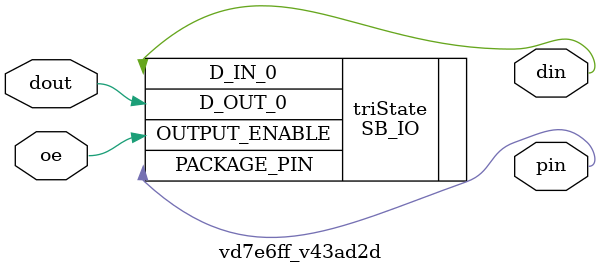
<source format=v>

`default_nettype none

module main #(
 parameter vafbbea = 1024,
 parameter v8c97ba = 'h0200_0000,
 parameter v9217e8 = 1024,
 parameter v9de176 = 'h0200_0008,
 parameter v051dbb = 'h03000000
) (
 input v4922c7,
 input v013906,
 input vclk,
 output [7:0] v1e554b,
 output vc267e1,
 output v7abb98,
 output vda2c07,
 output v55f1ca,
 output v97f0aa,
 output v5ec250,
 output v5100fa
);
 localparam p6 = vafbbea;
 localparam p7 = v8c97ba;
 localparam p9 = v9217e8;
 localparam p11 = v051dbb;
 localparam p12 = v9de176;
 wire [0:31] w0;
 wire w1;
 wire w2;
 wire w3;
 wire w4;
 wire w5;
 wire w8;
 wire [0:7] w10;
 wire w13;
 wire w14;
 wire w15;
 wire w16;
 wire w17;
 wire w18;
 wire [0:7] w19;
 wire [0:3] w20;
 wire [0:3] w21;
 wire w22;
 wire w23;
 wire w24;
 wire w25;
 wire w26;
 wire w27;
 wire w28;
 wire w29;
 wire w30;
 wire w31;
 wire w32;
 wire w33;
 wire w34;
 wire w35;
 wire [0:31] w36;
 wire [0:31] w37;
 wire [0:31] w38;
 wire [0:31] w39;
 wire w40;
 wire w41;
 wire [0:3] w42;
 wire [0:3] w43;
 wire [0:3] w44;
 wire w45;
 wire [0:31] w46;
 wire [0:31] w47;
 wire [0:31] w48;
 wire w49;
 wire w50;
 wire [0:31] w51;
 wire [0:31] w52;
 wire [0:31] w53;
 wire [0:31] w54;
 wire w55;
 wire w56;
 wire w57;
 wire w58;
 assign w2 = v013906;
 assign v5100fa = w3;
 assign v5ec250 = w4;
 assign v97f0aa = w5;
 assign v1e554b = w10;
 assign w13 = v4922c7;
 assign v55f1ca = w14;
 assign vda2c07 = w15;
 assign v7abb98 = w16;
 assign vc267e1 = w17;
 assign w22 = vclk;
 assign w23 = vclk;
 assign w24 = vclk;
 assign w25 = vclk;
 assign w26 = vclk;
 assign w27 = vclk;
 assign w28 = vclk;
 assign w19 = w10;
 assign w23 = w22;
 assign w24 = w22;
 assign w24 = w23;
 assign w25 = w22;
 assign w25 = w23;
 assign w25 = w24;
 assign w26 = w22;
 assign w26 = w23;
 assign w26 = w24;
 assign w26 = w25;
 assign w27 = w22;
 assign w27 = w23;
 assign w27 = w24;
 assign w27 = w25;
 assign w27 = w26;
 assign w28 = w22;
 assign w28 = w23;
 assign w28 = w24;
 assign w28 = w25;
 assign w28 = w26;
 assign w28 = w27;
 assign w30 = w29;
 assign w31 = w29;
 assign w31 = w30;
 assign w33 = w32;
 assign w34 = w32;
 assign w34 = w33;
 assign w35 = w32;
 assign w35 = w33;
 assign w35 = w34;
 assign w37 = w36;
 assign w38 = w36;
 assign w38 = w37;
 assign w39 = w36;
 assign w39 = w37;
 assign w39 = w38;
 assign w41 = w40;
 assign w43 = w42;
 assign w44 = w42;
 assign w44 = w43;
 assign w47 = w46;
 assign w48 = w46;
 assign w48 = w47;
 assign w50 = w49;
 assign w56 = w55;
 v35f267 vc8f159 (
  .v0e28cb(w1),
  .vcbab45(w29)
 );
 v21cfcc v52b6dd (
  .v9fb85f(w8)
 );
 v725d0b vcd95a5 (
  .v9b328c(w0)
 );
 v87abc9 v7eb25a (
  .vcbab45(w40),
  .v814e6e(w45),
  .v3ca442(w49),
  .v0e28cb(w55),
  .v132c67(w57)
 );
 v604573 #(
  .v4fde05(p12)
 ) v72b9aa (
  .vb6935e(w13),
  .v2ab975(w14),
  .v34e785(w22),
  .v866d25(w30),
  .vad40e9(w34),
  .v9f8bfb(w38),
  .vd996e9(w44),
  .v0fa3a4(w48),
  .v62ea55(w54),
  .vdc4800(w57),
  .vf3ed26(w58)
 );
 vdccd52 vb4539a (
 
 );
 v73403c vbe815f (
  .v595263(w19),
  .v85accc(w20),
  .vf9119c(w21)
 );
 vaad680 v62d839 (
  .v29fe33(w0),
  .vba7c72(w23),
  .v5d0f7b(w29),
  .v006d37(w32),
  .vd67338(w36),
  .v9b0ff0(w40),
  .v83dbbe(w42),
  .ve61aa7(w46),
  .v8fd87d(w51)
 );
 v55b120 v7b9433 (
  .v47023d(w15),
  .v7aeba1(w16),
  .v92ad22(w17),
  .v1cd63b(w18),
  .v9119d0(w20),
  .v3d0cdd(w21),
  .v379e9e(w24)
 );
 v6c0c4a #(
  .vf2d743(p11)
 ) v6500fa (
  .v9d3deb(w10),
  .v980561(w18),
  .v1002e2(w25),
  .v8fadcd(w32),
  .vd5de6b(w36),
  .va57c44(w43),
  .vb21f3c(w45),
  .v6d05a9(w46)
 );
 v5242e2 v447d62 (
  .vec88a9(w8),
  .ve3469f(w50),
  .v493538(w51),
  .v918400(w52),
  .v5664d9(w53),
  .vae8a69(w54),
  .v76f74e(w56),
  .v58d02d(w58)
 );
 vaba674 #(
  .v6478b6(p9)
 ) v2bbe2d (
  .v04ad7a(w26),
  .vd7d395(w33),
  .v387cca(w37),
  .v22c516(w41),
  .vd728f0(w42),
  .v8d6432(w47),
  .v69f1ab(w49),
  .v13ce3e(w52)
 );
 v2b4233 v1314aa (
  .v6d0651(w1),
  .v4c8225(w27)
 );
 v372366 #(
  .vbce3f7(p6),
  .v386fc7(p7)
 ) v0e0ee1 (
  .v78b064(w2),
  .v40049a(w3),
  .v0da91a(w4),
  .v9b4033(w5),
  .v84763f(w28),
  .v17983a(w31),
  .vba8655(w35),
  .vbee9aa(w39),
  .v202123(w53),
  .vbe14dd(w55)
 );
endmodule

//---- Top entity
module v35f267 (
 input v0e28cb,
 output vcbab45
);
 wire w0;
 wire w1;
 assign w0 = v0e28cb;
 assign vcbab45 = w1;
 v35f267_vd54ca1 vd54ca1 (
  .a(w0),
  .c(w1)
 );
endmodule

//---------------------------------------------------
//-- NOT
//-- - - - - - - - - - - - - - - - - - - - - - - - --
//-- Puerta NOT
//---------------------------------------------------

module v35f267_vd54ca1 (
 input a,
 output c
);
 //-- Puerta NOT
 
 //-- module (input wire a, output wire c);
 
 
 assign c = ~a;
 
 
 //-- endmodule
 
endmodule
//---- Top entity
module v21cfcc (
 output v9fb85f
);
 wire w0;
 assign v9fb85f = w0;
 v21cfcc_vb2eccd vb2eccd (
  .q(w0)
 );
endmodule

//---------------------------------------------------
//-- 0
//-- - - - - - - - - - - - - - - - - - - - - - - - --
//-- Un bit constante a 0
//---------------------------------------------------

module v21cfcc_vb2eccd (
 output q
);
 //-- Bit constante a 0
 assign q = 1'b0;
 
 
endmodule
//---- Top entity
module v725d0b #(
 parameter vc5c8ea = 0
) (
 output [31:0] v9b328c
);
 localparam p0 = vc5c8ea;
 wire [0:31] w1;
 assign v9b328c = w1;
 v70cd06 #(
  .vc5c8ea(p0)
 ) v38acc0 (
  .v751a1b(w1)
 );
endmodule

//---------------------------------------------------
//-- Valor_00_32bits
//-- - - - - - - - - - - - - - - - - - - - - - - - --
//-- Valor constante 0, de 32 bits
//---------------------------------------------------
//---- Top entity
module v70cd06 #(
 parameter vc5c8ea = 0
) (
 output [31:0] v751a1b
);
 localparam p0 = vc5c8ea;
 wire [0:31] w1;
 assign v751a1b = w1;
 v70cd06_v465065 #(
  .VALUE(p0)
 ) v465065 (
  .k(w1)
 );
endmodule

//---------------------------------------------------
//-- Constante-32bits
//-- - - - - - - - - - - - - - - - - - - - - - - - --
//-- Valor genérico constante, de 32 bits. Su valor se introduce como parámetro. Por defecto vale 0
//---------------------------------------------------

module v70cd06_v465065 #(
 parameter VALUE = 0
) (
 output [31:0] k
);
 assign k = VALUE;
endmodule
//---- Top entity
module v87abc9 (
 input v0e28cb,
 input v3ca442,
 input v132c67,
 input v814e6e,
 output vcbab45
);
 wire w0;
 wire w1;
 wire w2;
 wire w3;
 wire w4;
 assign w0 = v0e28cb;
 assign w1 = v3ca442;
 assign vcbab45 = w2;
 assign w3 = v132c67;
 assign w4 = v814e6e;
 v87abc9_vf4938a vf4938a (
  .a(w0),
  .b(w1),
  .o(w2),
  .c(w3),
  .d(w4)
 );
endmodule

//---------------------------------------------------
//-- OR-4
//-- - - - - - - - - - - - - - - - - - - - - - - - --
//-- Puerta OR de 4 entradas
//---------------------------------------------------

module v87abc9_vf4938a (
 input a,
 input b,
 input c,
 input d,
 output o
);
 //-- Puerta OR
 
 //-- module and (input wire a, input wire b,
 //--             output wire c);
 
 assign o = a | b | c | d;
 
 //-- endmodule
endmodule
//---- Top entity
module v604573 #(
 parameter v4fde05 = 'h0200_0008
) (
 input v34e785,
 input v866d25,
 input vb6935e,
 input [31:0] v9f8bfb,
 input vad40e9,
 input [31:0] v0fa3a4,
 input [3:0] vd996e9,
 output v2ab975,
 output [31:0] v62ea55,
 output vdc4800,
 output vf3ed26
);
 localparam p3 = v4fde05;
 wire w0;
 wire w1;
 wire w2;
 wire w4;
 wire w5;
 wire w6;
 wire w7;
 wire [0:31] w8;
 wire w9;
 wire [0:3] w10;
 wire [0:31] w11;
 wire [0:3] w12;
 wire w13;
 wire w14;
 wire w15;
 wire [0:31] w16;
 wire w17;
 wire [0:31] w18;
 wire w19;
 wire w20;
 wire w21;
 wire w22;
 wire w23;
 wire w24;
 assign v2ab975 = w1;
 assign v62ea55 = w8;
 assign vdc4800 = w9;
 assign w10 = vd996e9;
 assign w13 = v34e785;
 assign w14 = v866d25;
 assign w15 = vb6935e;
 assign w16 = v9f8bfb;
 assign w17 = vad40e9;
 assign w18 = v0fa3a4;
 assign vf3ed26 = w24;
 assign w20 = w19;
 assign w22 = w21;
 assign w23 = w21;
 assign w23 = w22;
 assign w24 = w21;
 assign w24 = w22;
 assign w24 = w23;
 v35f267 v793e13 (
  .vcbab45(w0),
  .v0e28cb(w2)
 );
 vb2090f v8b2549 (
  .v0e28cb(w0),
  .vcbab45(w9),
  .v3ca442(w23)
 );
 ve4ece1 vb9eeab (
  .va76a47(w1),
  .v3c7d9a(w2),
  .v10961b(w5),
  .vfeadd9(w7),
  .vb7609f(w8),
  .v20a2cd(w11),
  .v8e9021(w12),
  .v0dfcfa(w13),
  .v19f118(w14),
  .v13457e(w15),
  .v3674d3(w18)
 );
 vf9bdaf #(
  .v6b316b(p3)
 ) va6e100 (
  .v18e78c(w4),
  .ve1f562(w16)
 );
 vb2090f vc4db0b (
  .v0e28cb(w4),
  .v3ca442(w17),
  .vcbab45(w21)
 );
 vb2090f v43be95 (
  .vcbab45(w5),
  .v3ca442(w6),
  .v0e28cb(w21)
 );
 v35f267 v2e543c (
  .vcbab45(w6),
  .v0e28cb(w20)
 );
 vb2090f v7253fb (
  .vcbab45(w7),
  .v0e28cb(w19),
  .v3ca442(w22)
 );
 v45c913 v5623aa (
  .v930b03(w10),
  .v593f43(w19)
 );
 v2c97f6 v70047a (
  .v7c9bd8(w11)
 );
 v6a0d89 vf00bfe (
  .v919d0f(w12)
 );
endmodule

//---------------------------------------------------
//-- UART-soc
//-- - - - - - - - - - - - - - - - - - - - - - - - --
//-- UART con la lógica de mapeo
//---------------------------------------------------
//---- Top entity
module vb2090f (
 input v0e28cb,
 input v3ca442,
 output vcbab45
);
 wire w0;
 wire w1;
 wire w2;
 assign w0 = v0e28cb;
 assign w1 = v3ca442;
 assign vcbab45 = w2;
 vb2090f_vf4938a vf4938a (
  .a(w0),
  .b(w1),
  .c(w2)
 );
endmodule

//---------------------------------------------------
//-- AND
//-- - - - - - - - - - - - - - - - - - - - - - - - --
//-- Puerta AND
//---------------------------------------------------

module vb2090f_vf4938a (
 input a,
 input b,
 output c
);
 //-- Puerta AND
 
 //-- module and (input wire a, input wire b,
 //--             output wire c);
 
 assign c = a & b;
 
 //-- endmodule
endmodule
//---- Top entity
module ve4ece1 (
 input v0dfcfa,
 input v19f118,
 input v13457e,
 input [3:0] v8e9021,
 input vfeadd9,
 input v10961b,
 input [31:0] v3674d3,
 input [31:0] v20a2cd,
 output va76a47,
 output [31:0] vc35967,
 output [31:0] vb7609f,
 output v3c7d9a
);
 wire w0;
 wire w1;
 wire w2;
 wire w3;
 wire [0:3] w4;
 wire w5;
 wire w6;
 wire [0:31] w7;
 wire [0:31] w8;
 wire [0:31] w9;
 wire [0:31] w10;
 wire w11;
 assign va76a47 = w0;
 assign w1 = v13457e;
 assign w2 = v0dfcfa;
 assign w3 = v19f118;
 assign w4 = v8e9021;
 assign w5 = vfeadd9;
 assign w6 = v10961b;
 assign w7 = v3674d3;
 assign w8 = v20a2cd;
 assign vc35967 = w9;
 assign vb7609f = w10;
 assign v3c7d9a = w11;
 ve4ece1_v7323f5 v7323f5 (
  .ser_tx(w0),
  .ser_rx(w1),
  .clk(w2),
  .resetn(w3),
  .reg_div_we(w4),
  .reg_dat_we(w5),
  .reg_dat_re(w6),
  .reg_dat_di(w7),
  .reg_div_di(w8),
  .reg_div_do(w9),
  .reg_dat_do(w10),
  .reg_dat_wait(w11)
 );
endmodule

//---------------------------------------------------
//-- UART
//-- - - - - - - - - - - - - - - - - - - - - - - - --
//-- Uart para comunicaciones serie con el pico-riscv
//---------------------------------------------------

module ve4ece1_v7323f5 (
 input clk,
 input resetn,
 input ser_rx,
 input [3:0] reg_div_we,
 input reg_dat_we,
 input reg_dat_re,
 input [31:0] reg_dat_di,
 input [31:0] reg_div_di,
 output ser_tx,
 output [31:0] reg_div_do,
 output [31:0] reg_dat_do,
 output reg_dat_wait
);
 reg [31:0] cfg_divider=104;
 
 	reg [3:0] recv_state;
 	reg [31:0] recv_divcnt;
 	reg [7:0] recv_pattern;
 	reg [7:0] recv_buf_data;
 	reg recv_buf_valid;
 
 	reg [9:0] send_pattern;
 	reg [3:0] send_bitcnt;
 	reg [31:0] send_divcnt;
 	reg send_dummy;
 
 	assign reg_div_do = cfg_divider;
 
 	assign reg_dat_wait = reg_dat_we && (send_bitcnt || send_dummy);
 	assign reg_dat_do = recv_buf_valid ? recv_buf_data : ~0;
 /*
 	always @(posedge clk) begin
 		if (!resetn) begin
 			cfg_divider <= 1;
 		end else begin
 			if (reg_div_we[0]) cfg_divider[ 7: 0] <= reg_div_di[ 7: 0];
 			if (reg_div_we[1]) cfg_divider[15: 8] <= reg_div_di[15: 8];
 			if (reg_div_we[2]) cfg_divider[23:16] <= reg_div_di[23:16];
 			if (reg_div_we[3]) cfg_divider[31:24] <= reg_div_di[31:24];
 		end
 	end
 */
 	always @(posedge clk) begin
 		if (!resetn) begin
 			recv_state <= 0;
 			recv_divcnt <= 0;
 			recv_pattern <= 0;
 			recv_buf_data <= 0;
 			recv_buf_valid <= 0;
 		end else begin
 			recv_divcnt <= recv_divcnt + 1;
 			if (reg_dat_re)
 				recv_buf_valid <= 0;
 			case (recv_state)
 				0: begin
 					if (!ser_rx)
 						recv_state <= 1;
 					recv_divcnt <= 0;
 				end
 				1: begin
 					if (2*recv_divcnt > cfg_divider) begin
 						recv_state <= 2;
 						recv_divcnt <= 0;
 					end
 				end
 				10: begin
 					if (recv_divcnt > cfg_divider) begin
 						recv_buf_data <= recv_pattern;
 						recv_buf_valid <= 1;
 						recv_state <= 0;
 					end
 				end
 				default: begin
 					if (recv_divcnt > cfg_divider) begin
 						recv_pattern <= {ser_rx, recv_pattern[7:1]};
 						recv_state <= recv_state + 1;
 						recv_divcnt <= 0;
 					end
 				end
 			endcase
 		end
 	end
 
 	assign ser_tx = send_pattern[0];
 
 	always @(posedge clk) begin
 		if (reg_div_we)
 			send_dummy <= 1;
 		send_divcnt <= send_divcnt + 1;
 		if (!resetn) begin
 			send_pattern <= ~0;
 			send_bitcnt <= 0;
 			send_divcnt <= 0;
 			send_dummy <= 1;
 		end else begin
 			if (send_dummy && !send_bitcnt) begin
 				send_pattern <= ~0;
 				send_bitcnt <= 15;
 				send_divcnt <= 0;
 				send_dummy <= 0;
 			end else
 			if (reg_dat_we && !send_bitcnt) begin
 				send_pattern <= {1'b1, reg_dat_di[7:0], 1'b0};
 				send_bitcnt <= 10;
 				send_divcnt <= 0;
 			end else
 			if (send_divcnt > cfg_divider && send_bitcnt) begin
 				send_pattern <= {1'b1, send_pattern[9:1]};
 				send_bitcnt <= send_bitcnt - 1;
 				send_divcnt <= 0;
 			end
 		end
 	end
endmodule
//---- Top entity
module vf9bdaf #(
 parameter v6b316b = 0
) (
 input [31:0] ve1f562,
 output v18e78c
);
 localparam p1 = v6b316b;
 wire w0;
 wire [0:31] w2;
 assign v18e78c = w0;
 assign w2 = ve1f562;
 vf9bdaf_vd75681 #(
  .K(p1)
 ) vd75681 (
  .eq(w0),
  .a(w2)
 );
endmodule

//---------------------------------------------------
//-- Comparador
//-- - - - - - - - - - - - - - - - - - - - - - - - --
//-- Comparador de un operando de 32 bits. Se compara si el operando es igual al parámetro
//---------------------------------------------------

module vf9bdaf_vd75681 #(
 parameter K = 0
) (
 input [31:0] a,
 output eq
);
 assign eq = (a == K);
endmodule
//---- Top entity
module v45c913 (
 input [3:0] v930b03,
 output v5b73e8,
 output vc90115,
 output v2812a7,
 output v593f43
);
 wire [0:3] w0;
 wire w1;
 wire w2;
 wire w3;
 wire w4;
 assign w0 = v930b03;
 assign v2812a7 = w1;
 assign v593f43 = w2;
 assign vc90115 = w3;
 assign v5b73e8 = w4;
 v45c913_v9a2a06 v9a2a06 (
  .i(w0),
  .o1(w1),
  .o0(w2),
  .o2(w3),
  .o3(w4)
 );
endmodule

//---------------------------------------------------
//-- Separador-bus
//-- - - - - - - - - - - - - - - - - - - - - - - - --
//-- Separador de bus de 4-bits en 4 cables
//---------------------------------------------------

module v45c913_v9a2a06 (
 input [3:0] i,
 output o3,
 output o2,
 output o1,
 output o0
);
 assign o3 = i[3];
 assign o2 = i[2];
 assign o1 = i[1];
 assign o0 = i[0];
endmodule
//---- Top entity
module v2c97f6 #(
 parameter vfffc23 = 0
) (
 output [31:0] v7c9bd8
);
 localparam p0 = vfffc23;
 wire [0:31] w1;
 assign v7c9bd8 = w1;
 v959751 #(
  .vc5c8ea(p0)
 ) v9f49e7 (
  .vbc97e4(w1)
 );
endmodule

//---------------------------------------------------
//-- 32bits-Value_0
//-- - - - - - - - - - - - - - - - - - - - - - - - --
//-- 32bits constant value: 0
//---------------------------------------------------
//---- Top entity
module v959751 #(
 parameter vc5c8ea = 0
) (
 output [31:0] vbc97e4
);
 localparam p0 = vc5c8ea;
 wire [0:31] w1;
 assign vbc97e4 = w1;
 v959751_v465065 #(
  .VALUE(p0)
 ) v465065 (
  .k(w1)
 );
endmodule

//---------------------------------------------------
//-- 32-bits-gen-constant
//-- - - - - - - - - - - - - - - - - - - - - - - - --
//-- Generic: 32-bits generic constant
//---------------------------------------------------

module v959751_v465065 #(
 parameter VALUE = 0
) (
 output [31:0] k
);
 assign k = VALUE;
endmodule
//---- Top entity
module v6a0d89 #(
 parameter vfffc23 = 0
) (
 output [3:0] v919d0f
);
 localparam p0 = vfffc23;
 wire [0:3] w1;
 assign v919d0f = w1;
 v9b9118 #(
  .vc5c8ea(p0)
 ) v76a485 (
  .v1ef182(w1)
 );
endmodule

//---------------------------------------------------
//-- 4bits-Value_0
//-- - - - - - - - - - - - - - - - - - - - - - - - --
//-- 4bits constant value: 0
//---------------------------------------------------
//---- Top entity
module v9b9118 #(
 parameter vc5c8ea = 0
) (
 output [3:0] v1ef182
);
 localparam p0 = vc5c8ea;
 wire [0:3] w1;
 assign v1ef182 = w1;
 v9b9118_v465065 #(
  .VALUE(p0)
 ) v465065 (
  .k(w1)
 );
endmodule

//---------------------------------------------------
//-- 4-bits-gen-constant
//-- - - - - - - - - - - - - - - - - - - - - - - - --
//-- Generic: 4-bits generic constant (0-15)
//---------------------------------------------------

module v9b9118_v465065 #(
 parameter VALUE = 0
) (
 output [3:0] k
);
 assign k = VALUE;
endmodule
//---- Top entity
module vdccd52
;

endmodule

//---------------------------------------------------
//-- Smiley
//-- - - - - - - - - - - - - - - - - - - - - - - - --
//-- Stickers de Smiley
//---------------------------------------------------
//---- Top entity
module v73403c (
 input [7:0] v595263,
 output [3:0] vf9119c,
 output [3:0] v85accc
);
 wire [0:3] w0;
 wire [0:3] w1;
 wire [0:7] w2;
 assign vf9119c = w0;
 assign v85accc = w1;
 assign w2 = v595263;
 v73403c_v9a2a06 v9a2a06 (
  .o1(w0),
  .o0(w1),
  .i(w2)
 );
endmodule

//---------------------------------------------------
//-- Separador-bus
//-- - - - - - - - - - - - - - - - - - - - - - - - --
//-- Separador de bus de 8-bits en buses de 4 bits
//---------------------------------------------------

module v73403c_v9a2a06 (
 input [7:0] i,
 output [3:0] o1,
 output [3:0] o0
);
 assign o1 = i[7:4];
 assign o0 = i[3:0];
endmodule
//---- Top entity
module vaad680 (
 input vba7c72,
 input v5d0f7b,
 input v9b0ff0,
 input [31:0] v8fd87d,
 input [31:0] v29fe33,
 output v006d37,
 output v88e319,
 output [31:0] vd67338,
 output [31:0] ve61aa7,
 output [3:0] v83dbbe
);
 wire w0;
 wire w1;
 wire w2;
 wire w3;
 wire w4;
 wire w5;
 wire [0:31] w6;
 wire [0:31] w7;
 wire [0:31] w8;
 wire [0:31] w9;
 wire [0:3] w10;
 wire [0:31] w11;
 wire w12;
 wire [0:31] w13;
 wire [0:5] w14;
 wire [0:5] w15;
 wire [0:5] w16;
 wire [0:31] w17;
 assign w0 = vba7c72;
 assign w1 = vba7c72;
 assign v006d37 = w2;
 assign w3 = v5d0f7b;
 assign v88e319 = w4;
 assign w5 = v9b0ff0;
 assign vd67338 = w6;
 assign w7 = v8fd87d;
 assign ve61aa7 = w8;
 assign w9 = v29fe33;
 assign v83dbbe = w10;
 assign w1 = w0;
 vaad680_v3fb302 v3fb302 (
  .clk(w1),
  .rdata1(w11),
  .wen(w12),
  .rdata2(w13),
  .waddr(w14),
  .raddr1(w15),
  .raddr2(w16),
  .wdata(w17)
 );
 vaad680_vf1da6e vf1da6e (
  .clk(w0),
  .mem_valid(w2),
  .resetn(w3),
  .mem_instr(w4),
  .mem_ready(w5),
  .mem_addr(w6),
  .mem_rdata(w7),
  .mem_wdata(w8),
  .irq(w9),
  .mem_wstrb(w10),
  .cpuregs_rdata1(w11),
  .cpuregs_wen(w12),
  .cpuregs_rdata2(w13),
  .cpuregs_waddr(w14),
  .cpuregs_raddr1(w15),
  .cpuregs_raddr2(w16),
  .cpuregs_wrdata(w17)
 );
endmodule

//---------------------------------------------------
//-- RV32i
//-- - - - - - - - - - - - - - - - - - - - - - - - --
//-- Risc-v de 32Bits. Numeros enteros
//---------------------------------------------------

module vaad680_v3fb302 (
 input clk,
 input wen,
 input [5:0] waddr,
 input [5:0] raddr1,
 input [5:0] raddr2,
 input [31:0] wdata,
 output [31:0] rdata1,
 output [31:0] rdata2
);
 reg [31:0] regs [0:31];
 
 always @(posedge clk)
 	if (wen) regs[waddr[4:0]] <= wdata;
 
 assign rdata1 = regs[raddr1[4:0]];
 assign rdata2 = regs[raddr2[4:0]];
endmodule

module vaad680_vf1da6e (
 input clk,
 input resetn,
 input mem_ready,
 input [31:0] mem_rdata,
 input [31:0] irq,
 input [31:0] cpuregs_rdata1,
 input [31:0] cpuregs_rdata2,
 input pcpi_mul_wr,
 input [31:0] pcpi_mul_rd,
 input pcpi_mul_wait,
 input pcpi_mul_ready,
 input pcpi_div_wr,
 input [31:0] pcpi_div_rd,
 input pcpi_div_wait,
 input pcpi_div_ready,
 output mem_valid,
 output mem_instr,
 output [31:0] mem_addr,
 output [31:0] mem_wdata,
 output [3:0] mem_wstrb,
 output cpuregs_wen,
 output [5:0] cpuregs_waddr,
 output [5:0] cpuregs_raddr1,
 output [5:0] cpuregs_raddr2,
 output [31:0] cpuregs_wrdata,
 output pcpi_valid,
 output [31:0] pcpi_insn,
 output [31:0] pcpi_rs1,
 output [31:0] pcpi_rs2
);
 `define PICORV32_REGS picosoc_regs
 
 
 parameter integer MEM_WORDS = 256;
 
 `define PICORV32_V
 
 parameter [ 0:0] ENABLE_COUNTERS = 1;
 parameter [ 0:0] ENABLE_COUNTERS64 = 1;
 parameter [ 0:0] ENABLE_REGS_16_31 = 1;
 parameter [ 0:0] ENABLE_REGS_DUALPORT = 1;
 parameter [ 0:0] LATCHED_MEM_RDATA = 0;
 parameter [ 0:0] TWO_STAGE_SHIFT = 1;
 parameter [ 0:0] BARREL_SHIFTER = 1;
 parameter [ 0:0] TWO_CYCLE_COMPARE = 0;
 parameter [ 0:0] TWO_CYCLE_ALU = 0;
 parameter [ 0:0] COMPRESSED_ISA = 0;
 parameter [ 0:0] CATCH_MISALIGN = 1;
 parameter [ 0:0] CATCH_ILLINSN = 1;
 parameter [ 0:0] ENABLE_PCPI = 0;
 parameter [ 0:0] ENABLE_MUL = 0;
 parameter [ 0:0] ENABLE_FAST_MUL = 0;
 parameter [ 0:0] ENABLE_DIV = 0;
 parameter [ 0:0] ENABLE_IRQ = 1;
 parameter [ 0:0] ENABLE_IRQ_QREGS = 0;
 parameter [ 0:0] ENABLE_IRQ_TIMER = 1;
 parameter [ 0:0] ENABLE_TRACE = 0;
 parameter [ 0:0] REGS_INIT_ZERO = 0;
 parameter [31:0] MASKED_IRQ = 32'h 0000_0000;
 parameter [31:0] LATCHED_IRQ = 32'h ffff_ffff;
 parameter [31:0] PROGADDR_RESET = 32'h 0010_0000; // 1 MB into flash,
 parameter [31:0] PROGADDR_IRQ = 32'h 0000_0000;
 parameter [31:0] STACKADDR = (4*MEM_WORDS);       // end of memory
 
 
 reg mem_valid_i;
 assign mem_valid = mem_valid_i;
 reg mem_instr_i;
 assign mem_instr = mem_instr_i;
 reg [31:0] mem_addr_i;
 assign mem_addr = mem_addr_i;
 reg [31:0] mem_wdata_i;
 assign mem_wdata = mem_wdata_i;
 reg [ 3:0] mem_wstrb_i;
 assign mem_wstrb = mem_wstrb_i;
 reg [31:0] eoi;
 
 reg trap;
 
 
 // Pico Co-Processor Interface (PCPI)
 reg        pcpi_valid_i;
 assign pcpi_valid = pcpi_valid_i;
 reg [31:0] pcpi_insn_i;
 assign pcpi_insn = pcpi_insn_i;
 wire     pcpi_wr;
 wire [31:0] pcpi_rd;
 wire pcpi_wait;
 wire pcpi_ready;
 
 
 // Look-Ahead Interface
 wire            mem_la_read;
 wire            mem_la_write;
 wire     [31:0] mem_la_addr;
 reg [31:0] mem_la_wdata;
 reg [ 3:0] mem_la_wstrb;
 
 // Trace Interface
 reg        trace_valid;
 reg [35:0] trace_data;
 
 	localparam integer irq_timer = 0;
 	localparam integer irq_ebreak = 1;
 	localparam integer irq_buserror = 2;
 
 	localparam integer irqregs_offset = ENABLE_REGS_16_31 ? 32 : 16;
 	localparam integer regfile_size = (ENABLE_REGS_16_31 ? 32 : 16) + 4*ENABLE_IRQ*ENABLE_IRQ_QREGS;
 	localparam integer regindex_bits = (ENABLE_REGS_16_31 ? 5 : 4) + ENABLE_IRQ*ENABLE_IRQ_QREGS;
 
 	localparam WITH_PCPI = ENABLE_PCPI || ENABLE_MUL || ENABLE_FAST_MUL || ENABLE_DIV;
 
 	localparam [35:0] TRACE_BRANCH = {4'b 0001, 32'b 0};
 	localparam [35:0] TRACE_ADDR   = {4'b 0010, 32'b 0};
 	localparam [35:0] TRACE_IRQ    = {4'b 1000, 32'b 0};
 
 //-- Añadido para instanciar los registros
 assign cpuregs_wen = resetn && cpuregs_write && latched_rd;
 
 //FORMAL_KEEP:
 reg [63:0] dbg_ascii_instr;
 reg [31:0] dbg_insn_imm;
 reg [4:0] dbg_insn_rs1;
 reg [4:0] dbg_insn_rs2;
 reg [4:0] dbg_insn_rd;
 reg [31:0] dbg_rs1val;
 reg [31:0] dbg_rs2val;
 reg dbg_rs1val_valid;
 reg dbg_rs2val_valid;
 reg [127:0] dbg_ascii_state;
 
 	reg [63:0] count_cycle, count_instr;
 	reg [31:0] reg_pc, reg_next_pc, reg_op1, reg_op2, reg_out;
 	reg [4:0] reg_sh;
 
 	reg [31:0] next_insn_opcode;
 	reg [31:0] dbg_insn_opcode;
 	reg [31:0] dbg_insn_addr;
 
 	wire dbg_mem_valid = mem_valid_i;
 	wire dbg_mem_instr = mem_instr_i;
 	wire dbg_mem_ready = mem_ready;
 	wire [31:0] dbg_mem_addr  = mem_addr_i;
 	wire [31:0] dbg_mem_wdata = mem_wdata_i;
 	wire [ 3:0] dbg_mem_wstrb = mem_wstrb_i;
 	wire [31:0] dbg_mem_rdata = mem_rdata;
 
 	assign pcpi_rs1 = reg_op1;
 	assign pcpi_rs2 = reg_op2;
 
 	wire [31:0] next_pc;
 
 	reg irq_delay;
 	reg irq_active;
 	reg [31:0] irq_mask;
 	reg [31:0] irq_pending;
 	reg [31:0] timer;
 
 `ifndef PICORV32_REGS
 	reg [31:0] cpuregs [0:regfile_size-1];
 
 	integer i;
 	initial begin
 		if (REGS_INIT_ZERO) begin
 			for (i = 0; i < regfile_size; i = i+1)
 				cpuregs[i] = 0;
 		end
 	end
 `endif
 
 	task empty_statement;
 		// This task is used by the `assert directive in non-formal mode to
 		// avoid empty statement (which are unsupported by plain Verilog syntax).
 		begin end
 	endtask
 
 `ifdef DEBUGREGS
 	wire [31:0] dbg_reg_x0  = 0;
 	wire [31:0] dbg_reg_x1  = cpuregs[1];
 	wire [31:0] dbg_reg_x2  = cpuregs[2];
 	wire [31:0] dbg_reg_x3  = cpuregs[3];
 	wire [31:0] dbg_reg_x4  = cpuregs[4];
 	wire [31:0] dbg_reg_x5  = cpuregs[5];
 	wire [31:0] dbg_reg_x6  = cpuregs[6];
 	wire [31:0] dbg_reg_x7  = cpuregs[7];
 	wire [31:0] dbg_reg_x8  = cpuregs[8];
 	wire [31:0] dbg_reg_x9  = cpuregs[9];
 	wire [31:0] dbg_reg_x10 = cpuregs[10];
 	wire [31:0] dbg_reg_x11 = cpuregs[11];
 	wire [31:0] dbg_reg_x12 = cpuregs[12];
 	wire [31:0] dbg_reg_x13 = cpuregs[13];
 	wire [31:0] dbg_reg_x14 = cpuregs[14];
 	wire [31:0] dbg_reg_x15 = cpuregs[15];
 	wire [31:0] dbg_reg_x16 = cpuregs[16];
 	wire [31:0] dbg_reg_x17 = cpuregs[17];
 	wire [31:0] dbg_reg_x18 = cpuregs[18];
 	wire [31:0] dbg_reg_x19 = cpuregs[19];
 	wire [31:0] dbg_reg_x20 = cpuregs[20];
 	wire [31:0] dbg_reg_x21 = cpuregs[21];
 	wire [31:0] dbg_reg_x22 = cpuregs[22];
 	wire [31:0] dbg_reg_x23 = cpuregs[23];
 	wire [31:0] dbg_reg_x24 = cpuregs[24];
 	wire [31:0] dbg_reg_x25 = cpuregs[25];
 	wire [31:0] dbg_reg_x26 = cpuregs[26];
 	wire [31:0] dbg_reg_x27 = cpuregs[27];
 	wire [31:0] dbg_reg_x28 = cpuregs[28];
 	wire [31:0] dbg_reg_x29 = cpuregs[29];
 	wire [31:0] dbg_reg_x30 = cpuregs[30];
 	wire [31:0] dbg_reg_x31 = cpuregs[31];
 `endif
 
 	// Internal PCPI Cores
 
 	reg        pcpi_int_wr;
 	reg [31:0] pcpi_int_rd;
 	reg        pcpi_int_wait;
 	reg        pcpi_int_ready;
 
 	generate if (ENABLE_FAST_MUL) begin
 		picorv32_pcpi_fast_mul pcpi_mul (
 			.clk       (clk            ),
 			.resetn    (resetn         ),
 			.pcpi_valid(pcpi_valid_i     ),
 			.pcpi_insn (pcpi_insn_i      ),
 			.pcpi_rs1  (pcpi_rs1       ),
 			.pcpi_rs2  (pcpi_rs2       ),
 			.pcpi_wr   (pcpi_mul_wr    ),
 			.pcpi_rd   (pcpi_mul_rd    ),
 			.pcpi_wait (pcpi_mul_wait  ),
 			.pcpi_ready(pcpi_mul_ready )
 		);
 	end else if (ENABLE_MUL) begin
 		
 	end else begin
 		assign pcpi_mul_wr = 0;
 		assign pcpi_mul_rd = 32'bx;
 		assign pcpi_mul_wait = 0;
 		assign pcpi_mul_ready = 0;
 	end endgenerate
 
 	generate if (ENABLE_DIV) begin
 		
 	end else begin
 		assign pcpi_div_wr = 0;
 		assign pcpi_div_rd = 32'bx;
 		assign pcpi_div_wait = 0;
 		assign pcpi_div_ready = 0;
 	end endgenerate
 
 	always @* begin
 		pcpi_int_wr = 0;
 		pcpi_int_rd = 32'bx;
 		pcpi_int_wait  = |{ENABLE_PCPI && pcpi_wait,  (ENABLE_MUL || ENABLE_FAST_MUL) && pcpi_mul_wait,  ENABLE_DIV && pcpi_div_wait};
 		pcpi_int_ready = |{ENABLE_PCPI && pcpi_ready, (ENABLE_MUL || ENABLE_FAST_MUL) && pcpi_mul_ready, ENABLE_DIV && pcpi_div_ready};
 
 		(* parallel_case *)
 		case (1'b1)
 			ENABLE_PCPI && pcpi_ready: begin
 				pcpi_int_wr = ENABLE_PCPI ? pcpi_wr : 0;
 				pcpi_int_rd = ENABLE_PCPI ? pcpi_rd : 0;
 			end
 			(ENABLE_MUL || ENABLE_FAST_MUL) && pcpi_mul_ready: begin
 				pcpi_int_wr = pcpi_mul_wr;
 				pcpi_int_rd = pcpi_mul_rd;
 			end
 			ENABLE_DIV && pcpi_div_ready: begin
 				pcpi_int_wr = pcpi_div_wr;
 				pcpi_int_rd = pcpi_div_rd;
 			end
 		endcase
 	end
 
 
 	// Memory Interface
 
 	reg [1:0] mem_state;
 	reg [1:0] mem_wordsize;
 	reg [31:0] mem_rdata_word;
 	reg [31:0] mem_rdata_q;
 	reg mem_do_prefetch;
 	reg mem_do_rinst;
 	reg mem_do_rdata;
 	reg mem_do_wdata;
 
 	wire mem_xfer;
 	reg mem_la_secondword, mem_la_firstword_reg, last_mem_valid;
 	wire mem_la_firstword = COMPRESSED_ISA && (mem_do_prefetch || mem_do_rinst) && next_pc[1] && !mem_la_secondword;
 	wire mem_la_firstword_xfer = COMPRESSED_ISA && mem_xfer && (!last_mem_valid ? mem_la_firstword : mem_la_firstword_reg);
 
 	reg prefetched_high_word;
 	reg clear_prefetched_high_word;
 	reg [15:0] mem_16bit_buffer;
 
 	wire [31:0] mem_rdata_latched_noshuffle;
 	wire [31:0] mem_rdata_latched;
 
 	wire mem_la_use_prefetched_high_word = COMPRESSED_ISA && mem_la_firstword && prefetched_high_word && !clear_prefetched_high_word;
 	assign mem_xfer = (mem_valid_i && mem_ready) || (mem_la_use_prefetched_high_word && mem_do_rinst);
 
 	wire mem_busy = |{mem_do_prefetch, mem_do_rinst, mem_do_rdata, mem_do_wdata};
 	wire mem_done = resetn && ((mem_xfer && |mem_state && (mem_do_rinst || mem_do_rdata || mem_do_wdata)) || (&mem_state && mem_do_rinst)) &&
 			(!mem_la_firstword || (~&mem_rdata_latched[1:0] && mem_xfer));
 
 	assign mem_la_write = resetn && !mem_state && mem_do_wdata;
 	assign mem_la_read = resetn && ((!mem_la_use_prefetched_high_word && !mem_state && (mem_do_rinst || mem_do_prefetch || mem_do_rdata)) ||
 			(COMPRESSED_ISA && mem_xfer && (!last_mem_valid ? mem_la_firstword : mem_la_firstword_reg) && !mem_la_secondword && &mem_rdata_latched[1:0]));
 	assign mem_la_addr = (mem_do_prefetch || mem_do_rinst) ? {next_pc[31:2] + mem_la_firstword_xfer, 2'b00} : {reg_op1[31:2], 2'b00};
 
 	assign mem_rdata_latched_noshuffle = (mem_xfer || LATCHED_MEM_RDATA) ? mem_rdata : mem_rdata_q;
 
 	assign mem_rdata_latched = COMPRESSED_ISA && mem_la_use_prefetched_high_word ? {16'bx, mem_16bit_buffer} :
 			COMPRESSED_ISA && mem_la_secondword ? {mem_rdata_latched_noshuffle[15:0], mem_16bit_buffer} :
 			COMPRESSED_ISA && mem_la_firstword ? {16'bx, mem_rdata_latched_noshuffle[31:16]} : mem_rdata_latched_noshuffle;
 
 	always @(posedge clk) begin
 		if (!resetn) begin
 			mem_la_firstword_reg <= 0;
 			last_mem_valid <= 0;
 		end else begin
 			if (!last_mem_valid)
 				mem_la_firstword_reg <= mem_la_firstword;
 			last_mem_valid <= mem_valid_i && !mem_ready;
 		end
 	end
 
 	always @* begin
 		(* full_case *)
 		case (mem_wordsize)
 			0: begin
 				mem_la_wdata = reg_op2;
 				mem_la_wstrb = 4'b1111;
 				mem_rdata_word = mem_rdata;
 			end
 			1: begin
 				mem_la_wdata = {2{reg_op2[15:0]}};
 				mem_la_wstrb = reg_op1[1] ? 4'b1100 : 4'b0011;
 				case (reg_op1[1])
 					1'b0: mem_rdata_word = {16'b0, mem_rdata[15: 0]};
 					1'b1: mem_rdata_word = {16'b0, mem_rdata[31:16]};
 				endcase
 			end
 			2: begin
 				mem_la_wdata = {4{reg_op2[7:0]}};
 				mem_la_wstrb = 4'b0001 << reg_op1[1:0];
 				case (reg_op1[1:0])
 					2'b00: mem_rdata_word = {24'b0, mem_rdata[ 7: 0]};
 					2'b01: mem_rdata_word = {24'b0, mem_rdata[15: 8]};
 					2'b10: mem_rdata_word = {24'b0, mem_rdata[23:16]};
 					2'b11: mem_rdata_word = {24'b0, mem_rdata[31:24]};
 				endcase
 			end
 		endcase
 	end
 
 	always @(posedge clk) begin
 		if (mem_xfer) begin
 			mem_rdata_q <= COMPRESSED_ISA ? mem_rdata_latched : mem_rdata;
 			next_insn_opcode <= COMPRESSED_ISA ? mem_rdata_latched : mem_rdata;
 		end
 
 		if (COMPRESSED_ISA && mem_done && (mem_do_prefetch || mem_do_rinst)) begin
 			case (mem_rdata_latched[1:0])
 				2'b00: begin // Quadrant 0
 					case (mem_rdata_latched[15:13])
 						3'b000: begin // C.ADDI4SPN
 							mem_rdata_q[14:12] <= 3'b000;
 							mem_rdata_q[31:20] <= {2'b0, mem_rdata_latched[10:7], mem_rdata_latched[12:11], mem_rdata_latched[5], mem_rdata_latched[6], 2'b00};
 						end
 						3'b010: begin // C.LW
 							mem_rdata_q[31:20] <= {5'b0, mem_rdata_latched[5], mem_rdata_latched[12:10], mem_rdata_latched[6], 2'b00};
 							mem_rdata_q[14:12] <= 3'b 010;
 						end
 						3'b 110: begin // C.SW
 							{mem_rdata_q[31:25], mem_rdata_q[11:7]} <= {5'b0, mem_rdata_latched[5], mem_rdata_latched[12:10], mem_rdata_latched[6], 2'b00};
 							mem_rdata_q[14:12] <= 3'b 010;
 						end
 					endcase
 				end
 				2'b01: begin // Quadrant 1
 					case (mem_rdata_latched[15:13])
 						3'b 000: begin // C.ADDI
 							mem_rdata_q[14:12] <= 3'b000;
 							mem_rdata_q[31:20] <= $signed({mem_rdata_latched[12], mem_rdata_latched[6:2]});
 						end
 						3'b 010: begin // C.LI
 							mem_rdata_q[14:12] <= 3'b000;
 							mem_rdata_q[31:20] <= $signed({mem_rdata_latched[12], mem_rdata_latched[6:2]});
 						end
 						3'b 011: begin
 							if (mem_rdata_latched[11:7] == 2) begin // C.ADDI16SP
 								mem_rdata_q[14:12] <= 3'b000;
 								mem_rdata_q[31:20] <= $signed({mem_rdata_latched[12], mem_rdata_latched[4:3],
 										mem_rdata_latched[5], mem_rdata_latched[2], mem_rdata_latched[6], 4'b 0000});
 							end else begin // C.LUI
 								mem_rdata_q[31:12] <= $signed({mem_rdata_latched[12], mem_rdata_latched[6:2]});
 							end
 						end
 						3'b100: begin
 							if (mem_rdata_latched[11:10] == 2'b00) begin // C.SRLI
 								mem_rdata_q[31:25] <= 7'b0000000;
 								mem_rdata_q[14:12] <= 3'b 101;
 							end
 							if (mem_rdata_latched[11:10] == 2'b01) begin // C.SRAI
 								mem_rdata_q[31:25] <= 7'b0100000;
 								mem_rdata_q[14:12] <= 3'b 101;
 							end
 							if (mem_rdata_latched[11:10] == 2'b10) begin // C.ANDI
 								mem_rdata_q[14:12] <= 3'b111;
 								mem_rdata_q[31:20] <= $signed({mem_rdata_latched[12], mem_rdata_latched[6:2]});
 							end
 							if (mem_rdata_latched[12:10] == 3'b011) begin // C.SUB, C.XOR, C.OR, C.AND
 								if (mem_rdata_latched[6:5] == 2'b00) mem_rdata_q[14:12] <= 3'b000;
 								if (mem_rdata_latched[6:5] == 2'b01) mem_rdata_q[14:12] <= 3'b100;
 								if (mem_rdata_latched[6:5] == 2'b10) mem_rdata_q[14:12] <= 3'b110;
 								if (mem_rdata_latched[6:5] == 2'b11) mem_rdata_q[14:12] <= 3'b111;
 								mem_rdata_q[31:25] <= mem_rdata_latched[6:5] == 2'b00 ? 7'b0100000 : 7'b0000000;
 							end
 						end
 						3'b 110: begin // C.BEQZ
 							mem_rdata_q[14:12] <= 3'b000;
 							{ mem_rdata_q[31], mem_rdata_q[7], mem_rdata_q[30:25], mem_rdata_q[11:8] } <=
 									$signed({mem_rdata_latched[12], mem_rdata_latched[6:5], mem_rdata_latched[2],
 											mem_rdata_latched[11:10], mem_rdata_latched[4:3]});
 						end
 						3'b 111: begin // C.BNEZ
 							mem_rdata_q[14:12] <= 3'b001;
 							{ mem_rdata_q[31], mem_rdata_q[7], mem_rdata_q[30:25], mem_rdata_q[11:8] } <=
 									$signed({mem_rdata_latched[12], mem_rdata_latched[6:5], mem_rdata_latched[2],
 											mem_rdata_latched[11:10], mem_rdata_latched[4:3]});
 						end
 					endcase
 				end
 				2'b10: begin // Quadrant 2
 					case (mem_rdata_latched[15:13])
 						3'b000: begin // C.SLLI
 							mem_rdata_q[31:25] <= 7'b0000000;
 							mem_rdata_q[14:12] <= 3'b 001;
 						end
 						3'b010: begin // C.LWSP
 							mem_rdata_q[31:20] <= {4'b0, mem_rdata_latched[3:2], mem_rdata_latched[12], mem_rdata_latched[6:4], 2'b00};
 							mem_rdata_q[14:12] <= 3'b 010;
 						end
 						3'b100: begin
 							if (mem_rdata_latched[12] == 0 && mem_rdata_latched[6:2] == 0) begin // C.JR
 								mem_rdata_q[14:12] <= 3'b000;
 								mem_rdata_q[31:20] <= 12'b0;
 							end
 							if (mem_rdata_latched[12] == 0 && mem_rdata_latched[6:2] != 0) begin // C.MV
 								mem_rdata_q[14:12] <= 3'b000;
 								mem_rdata_q[31:25] <= 7'b0000000;
 							end
 							if (mem_rdata_latched[12] != 0 && mem_rdata_latched[11:7] != 0 && mem_rdata_latched[6:2] == 0) begin // C.JALR
 								mem_rdata_q[14:12] <= 3'b000;
 								mem_rdata_q[31:20] <= 12'b0;
 							end
 							if (mem_rdata_latched[12] != 0 && mem_rdata_latched[6:2] != 0) begin // C.ADD
 								mem_rdata_q[14:12] <= 3'b000;
 								mem_rdata_q[31:25] <= 7'b0000000;
 							end
 						end
 						3'b110: begin // C.SWSP
 							{mem_rdata_q[31:25], mem_rdata_q[11:7]} <= {4'b0, mem_rdata_latched[8:7], mem_rdata_latched[12:9], 2'b00};
 							mem_rdata_q[14:12] <= 3'b 010;
 						end
 					endcase
 				end
 			endcase
 		end
 	end
 /*
 	always @(posedge clk) begin
 		if (resetn && !trap) begin
 			if (mem_do_prefetch || mem_do_rinst || mem_do_rdata)
 				//`assert(!mem_do_wdata);
 
 			if (mem_do_prefetch || mem_do_rinst)
 				//`assert(!mem_do_rdata);
 
 			if (mem_do_rdata)
 				//`assert(!mem_do_prefetch && !mem_do_rinst);
 
 			if (mem_do_wdata)
 				//`assert(!(mem_do_prefetch || mem_do_rinst || mem_do_rdata));
 
 			if (mem_state == 2 || mem_state == 3)
 				//`assert(mem_valid || mem_do_prefetch);
 		end
 	end*/
 
 	always @(posedge clk) begin
 		if (!resetn || trap) begin
 			if (!resetn)
 				mem_state <= 0;
 			if (!resetn || mem_ready)
 				mem_valid_i <= 0;
 			mem_la_secondword <= 0;
 			prefetched_high_word <= 0;
 		end else begin
 			if (mem_la_read || mem_la_write) begin
 				mem_addr_i <= mem_la_addr;
 				mem_wstrb_i <= mem_la_wstrb & {4{mem_la_write}};
 			end
 			if (mem_la_write) begin
 				mem_wdata_i <= mem_la_wdata;
 			end
 			case (mem_state)
 				0: begin
 					if (mem_do_prefetch || mem_do_rinst || mem_do_rdata) begin
 						mem_valid_i <= !mem_la_use_prefetched_high_word;
 						mem_instr_i <= mem_do_prefetch || mem_do_rinst;
 						mem_wstrb_i <= 0;
 						mem_state <= 1;
 					end
 					if (mem_do_wdata) begin
 						mem_valid_i <= 1;
 						mem_instr_i <= 0;
 						mem_state <= 2;
 					end
 				end
 				1: begin
 					//`assert(mem_wstrb == 0);
 					//`assert(mem_do_prefetch || mem_do_rinst || mem_do_rdata);
 					//`assert(mem_valid == !mem_la_use_prefetched_high_word);
 					//`assert(mem_instr == (mem_do_prefetch || mem_do_rinst));
 					if (mem_xfer) begin
 						if (COMPRESSED_ISA && mem_la_read) begin
 							mem_valid_i <= 1;
 							mem_la_secondword <= 1;
 							if (!mem_la_use_prefetched_high_word)
 								mem_16bit_buffer <= mem_rdata[31:16];
 						end else begin
 							mem_valid_i <= 0;
 							mem_la_secondword <= 0;
 							if (COMPRESSED_ISA && !mem_do_rdata) begin
 								if (~&mem_rdata[1:0] || mem_la_secondword) begin
 									mem_16bit_buffer <= mem_rdata[31:16];
 									prefetched_high_word <= 1;
 								end else begin
 									prefetched_high_word <= 0;
 								end
 							end
 							mem_state <= mem_do_rinst || mem_do_rdata ? 0 : 3;
 						end
 					end
 				end
 				2: begin
 					//`assert(mem_wstrb != 0);
 					//`assert(mem_do_wdata);
 					if (mem_xfer) begin
 						mem_valid_i <= 0;
 						mem_state <= 0;
 					end
 				end
 				3: begin
 					//`assert(mem_wstrb == 0);
 					//`assert(mem_do_prefetch);
 					if (mem_do_rinst) begin
 						mem_state <= 0;
 					end
 				end
 			endcase
 		end
 
 		if (clear_prefetched_high_word)
 			prefetched_high_word <= 0;
 	end
 
 
 	// Instruction Decoder
 
 	reg instr_lui, instr_auipc, instr_jal, instr_jalr;
 	reg instr_beq, instr_bne, instr_blt, instr_bge, instr_bltu, instr_bgeu;
 	reg instr_lb, instr_lh, instr_lw, instr_lbu, instr_lhu, instr_sb, instr_sh, instr_sw;
 	reg instr_addi, instr_slti, instr_sltiu, instr_xori, instr_ori, instr_andi, instr_slli, instr_srli, instr_srai;
 	reg instr_add, instr_sub, instr_sll, instr_slt, instr_sltu, instr_xor, instr_srl, instr_sra, instr_or, instr_and;
 	reg instr_rdcycle, instr_rdcycleh, instr_rdinstr, instr_rdinstrh, instr_ecall_ebreak;
 	reg instr_getq, instr_setq, instr_retirq, instr_maskirq, instr_waitirq, instr_timer;
 	wire instr_trap;
 
 	reg [regindex_bits-1:0] decoded_rd, decoded_rs1, decoded_rs2;
 	reg [31:0] decoded_imm, decoded_imm_uj;
 	reg decoder_trigger;
 	reg decoder_trigger_q;
 	reg decoder_pseudo_trigger;
 	reg decoder_pseudo_trigger_q;
 	reg compressed_instr;
 
 	reg is_lui_auipc_jal;
 	reg is_lb_lh_lw_lbu_lhu;
 	reg is_slli_srli_srai;
 	reg is_jalr_addi_slti_sltiu_xori_ori_andi;
 	reg is_sb_sh_sw;
 	reg is_sll_srl_sra;
 	reg is_lui_auipc_jal_jalr_addi_add_sub;
 	reg is_slti_blt_slt;
 	reg is_sltiu_bltu_sltu;
 	reg is_beq_bne_blt_bge_bltu_bgeu;
 	reg is_lbu_lhu_lw;
 	reg is_alu_reg_imm;
 	reg is_alu_reg_reg;
 	reg is_compare;
 
 	assign instr_trap = (CATCH_ILLINSN || WITH_PCPI) && !{instr_lui, instr_auipc, instr_jal, instr_jalr,
 			instr_beq, instr_bne, instr_blt, instr_bge, instr_bltu, instr_bgeu,
 			instr_lb, instr_lh, instr_lw, instr_lbu, instr_lhu, instr_sb, instr_sh, instr_sw,
 			instr_addi, instr_slti, instr_sltiu, instr_xori, instr_ori, instr_andi, instr_slli, instr_srli, instr_srai,
 			instr_add, instr_sub, instr_sll, instr_slt, instr_sltu, instr_xor, instr_srl, instr_sra, instr_or, instr_and,
 			instr_rdcycle, instr_rdcycleh, instr_rdinstr, instr_rdinstrh,
 			instr_getq, instr_setq, instr_retirq, instr_maskirq, instr_waitirq, instr_timer};
 
 	wire is_rdcycle_rdcycleh_rdinstr_rdinstrh;
 	assign is_rdcycle_rdcycleh_rdinstr_rdinstrh = |{instr_rdcycle, instr_rdcycleh, instr_rdinstr, instr_rdinstrh};
 
 	reg [63:0] new_ascii_instr;
 	/*
 	`FORMAL_KEEP reg [63:0] dbg_ascii_instr;
 	`FORMAL_KEEP reg [31:0] dbg_insn_imm;
 	`FORMAL_KEEP reg [4:0] dbg_insn_rs1;
 	`FORMAL_KEEP reg [4:0] dbg_insn_rs2;
 	`FORMAL_KEEP reg [4:0] dbg_insn_rd;
 	`FORMAL_KEEP reg [31:0] dbg_rs1val;
 	`FORMAL_KEEP reg [31:0] dbg_rs2val;
 	`FORMAL_KEEP reg dbg_rs1val_valid;
 	`FORMAL_KEEP reg dbg_rs2val_valid;*/
 
 	always @* begin
 		new_ascii_instr = "";
 
 		if (instr_lui)      new_ascii_instr = "lui";
 		if (instr_auipc)    new_ascii_instr = "auipc";
 		if (instr_jal)      new_ascii_instr = "jal";
 		if (instr_jalr)     new_ascii_instr = "jalr";
 
 		if (instr_beq)      new_ascii_instr = "beq";
 		if (instr_bne)      new_ascii_instr = "bne";
 		if (instr_blt)      new_ascii_instr = "blt";
 		if (instr_bge)      new_ascii_instr = "bge";
 		if (instr_bltu)     new_ascii_instr = "bltu";
 		if (instr_bgeu)     new_ascii_instr = "bgeu";
 
 		if (instr_lb)       new_ascii_instr = "lb";
 		if (instr_lh)       new_ascii_instr = "lh";
 		if (instr_lw)       new_ascii_instr = "lw";
 		if (instr_lbu)      new_ascii_instr = "lbu";
 		if (instr_lhu)      new_ascii_instr = "lhu";
 		if (instr_sb)       new_ascii_instr = "sb";
 		if (instr_sh)       new_ascii_instr = "sh";
 		if (instr_sw)       new_ascii_instr = "sw";
 
 		if (instr_addi)     new_ascii_instr = "addi";
 		if (instr_slti)     new_ascii_instr = "slti";
 		if (instr_sltiu)    new_ascii_instr = "sltiu";
 		if (instr_xori)     new_ascii_instr = "xori";
 		if (instr_ori)      new_ascii_instr = "ori";
 		if (instr_andi)     new_ascii_instr = "andi";
 		if (instr_slli)     new_ascii_instr = "slli";
 		if (instr_srli)     new_ascii_instr = "srli";
 		if (instr_srai)     new_ascii_instr = "srai";
 
 		if (instr_add)      new_ascii_instr = "add";
 		if (instr_sub)      new_ascii_instr = "sub";
 		if (instr_sll)      new_ascii_instr = "sll";
 		if (instr_slt)      new_ascii_instr = "slt";
 		if (instr_sltu)     new_ascii_instr = "sltu";
 		if (instr_xor)      new_ascii_instr = "xor";
 		if (instr_srl)      new_ascii_instr = "srl";
 		if (instr_sra)      new_ascii_instr = "sra";
 		if (instr_or)       new_ascii_instr = "or";
 		if (instr_and)      new_ascii_instr = "and";
 
 		if (instr_rdcycle)  new_ascii_instr = "rdcycle";
 		if (instr_rdcycleh) new_ascii_instr = "rdcycleh";
 		if (instr_rdinstr)  new_ascii_instr = "rdinstr";
 		if (instr_rdinstrh) new_ascii_instr = "rdinstrh";
 
 		if (instr_getq)     new_ascii_instr = "getq";
 		if (instr_setq)     new_ascii_instr = "setq";
 		if (instr_retirq)   new_ascii_instr = "retirq";
 		if (instr_maskirq)  new_ascii_instr = "maskirq";
 		if (instr_waitirq)  new_ascii_instr = "waitirq";
 		if (instr_timer)    new_ascii_instr = "timer";
 	end
 
 	reg [63:0] q_ascii_instr;
 	reg [31:0] q_insn_imm;
 	reg [31:0] q_insn_opcode;
 	reg [4:0] q_insn_rs1;
 	reg [4:0] q_insn_rs2;
 	reg [4:0] q_insn_rd;
 	reg dbg_next;
 
 	wire launch_next_insn;
 	reg dbg_valid_insn;
 
 	reg [63:0] cached_ascii_instr;
 	reg [31:0] cached_insn_imm;
 	reg [31:0] cached_insn_opcode;
 	reg [4:0] cached_insn_rs1;
 	reg [4:0] cached_insn_rs2;
 	reg [4:0] cached_insn_rd;
 
 	always @(posedge clk) begin
 		q_ascii_instr <= dbg_ascii_instr;
 		q_insn_imm <= dbg_insn_imm;
 		q_insn_opcode <= dbg_insn_opcode;
 		q_insn_rs1 <= dbg_insn_rs1;
 		q_insn_rs2 <= dbg_insn_rs2;
 		q_insn_rd <= dbg_insn_rd;
 		dbg_next <= launch_next_insn;
 
 		if (!resetn || trap)
 			dbg_valid_insn <= 0;
 		else if (launch_next_insn)
 			dbg_valid_insn <= 1;
 
 		if (decoder_trigger_q) begin
 			cached_ascii_instr <= new_ascii_instr;
 			cached_insn_imm <= decoded_imm;
 			if (&next_insn_opcode[1:0])
 				cached_insn_opcode <= next_insn_opcode;
 			else
 				cached_insn_opcode <= {16'b0, next_insn_opcode[15:0]};
 			cached_insn_rs1 <= decoded_rs1;
 			cached_insn_rs2 <= decoded_rs2;
 			cached_insn_rd <= decoded_rd;
 		end
 
 		if (launch_next_insn) begin
 			dbg_insn_addr <= next_pc;
 		end
 	end
 
 	always @* begin
 		dbg_ascii_instr = q_ascii_instr;
 		dbg_insn_imm = q_insn_imm;
 		dbg_insn_opcode = q_insn_opcode;
 		dbg_insn_rs1 = q_insn_rs1;
 		dbg_insn_rs2 = q_insn_rs2;
 		dbg_insn_rd = q_insn_rd;
 
 		if (dbg_next) begin
 			if (decoder_pseudo_trigger_q) begin
 				dbg_ascii_instr = cached_ascii_instr;
 				dbg_insn_imm = cached_insn_imm;
 				dbg_insn_opcode = cached_insn_opcode;
 				dbg_insn_rs1 = cached_insn_rs1;
 				dbg_insn_rs2 = cached_insn_rs2;
 				dbg_insn_rd = cached_insn_rd;
 			end else begin
 				dbg_ascii_instr = new_ascii_instr;
 				if (&next_insn_opcode[1:0])
 					dbg_insn_opcode = next_insn_opcode;
 				else
 					dbg_insn_opcode = {16'b0, next_insn_opcode[15:0]};
 				dbg_insn_imm = decoded_imm;
 				dbg_insn_rs1 = decoded_rs1;
 				dbg_insn_rs2 = decoded_rs2;
 				dbg_insn_rd = decoded_rd;
 			end
 		end
 	end
 
 `ifdef DEBUGASM
 	always @(posedge clk) begin
 		if (dbg_next) begin
 			$display("debugasm %x %x %s", dbg_insn_addr, dbg_insn_opcode, dbg_ascii_instr ? dbg_ascii_instr : "*");
 		end
 	end
 `endif
 
 `ifdef DEBUG
 	always @(posedge clk) begin
 		if (dbg_next) begin
 			if (&dbg_insn_opcode[1:0])
 				$display("DECODE: 0x%08x 0x%08x %-0s", dbg_insn_addr, dbg_insn_opcode, dbg_ascii_instr ? dbg_ascii_instr : "UNKNOWN");
 			else
 				$display("DECODE: 0x%08x     0x%04x %-0s", dbg_insn_addr, dbg_insn_opcode[15:0], dbg_ascii_instr ? dbg_ascii_instr : "UNKNOWN");
 		end
 	end
 `endif
 
 	always @(posedge clk) begin
 		is_lui_auipc_jal <= |{instr_lui, instr_auipc, instr_jal};
 		is_lui_auipc_jal_jalr_addi_add_sub <= |{instr_lui, instr_auipc, instr_jal, instr_jalr, instr_addi, instr_add, instr_sub};
 		is_slti_blt_slt <= |{instr_slti, instr_blt, instr_slt};
 		is_sltiu_bltu_sltu <= |{instr_sltiu, instr_bltu, instr_sltu};
 		is_lbu_lhu_lw <= |{instr_lbu, instr_lhu, instr_lw};
 		is_compare <= |{is_beq_bne_blt_bge_bltu_bgeu, instr_slti, instr_slt, instr_sltiu, instr_sltu};
 
 		if (mem_do_rinst && mem_done) begin
 			instr_lui     <= mem_rdata_latched[6:0] == 7'b0110111;
 			instr_auipc   <= mem_rdata_latched[6:0] == 7'b0010111;
 			instr_jal     <= mem_rdata_latched[6:0] == 7'b1101111;
 			instr_jalr    <= mem_rdata_latched[6:0] == 7'b1100111 && mem_rdata_latched[14:12] == 3'b000;
 			instr_retirq  <= mem_rdata_latched[6:0] == 7'b0001011 && mem_rdata_latched[31:25] == 7'b0000010 && ENABLE_IRQ;
 			instr_waitirq <= mem_rdata_latched[6:0] == 7'b0001011 && mem_rdata_latched[31:25] == 7'b0000100 && ENABLE_IRQ;
 
 			is_beq_bne_blt_bge_bltu_bgeu <= mem_rdata_latched[6:0] == 7'b1100011;
 			is_lb_lh_lw_lbu_lhu          <= mem_rdata_latched[6:0] == 7'b0000011;
 			is_sb_sh_sw                  <= mem_rdata_latched[6:0] == 7'b0100011;
 			is_alu_reg_imm               <= mem_rdata_latched[6:0] == 7'b0010011;
 			is_alu_reg_reg               <= mem_rdata_latched[6:0] == 7'b0110011;
 
 			{ decoded_imm_uj[31:20], decoded_imm_uj[10:1], decoded_imm_uj[11], decoded_imm_uj[19:12], decoded_imm_uj[0] } <= $signed({mem_rdata_latched[31:12], 1'b0});
 
 			decoded_rd <= mem_rdata_latched[11:7];
 			decoded_rs1 <= mem_rdata_latched[19:15];
 			decoded_rs2 <= mem_rdata_latched[24:20];
 
 			if (mem_rdata_latched[6:0] == 7'b0001011 && mem_rdata_latched[31:25] == 7'b0000000 && ENABLE_IRQ && ENABLE_IRQ_QREGS)
 				decoded_rs1[regindex_bits-1] <= 1; // instr_getq
 
 			if (mem_rdata_latched[6:0] == 7'b0001011 && mem_rdata_latched[31:25] == 7'b0000010 && ENABLE_IRQ)
 				decoded_rs1 <= ENABLE_IRQ_QREGS ? irqregs_offset : 3; // instr_retirq
 
 			compressed_instr <= 0;
 			if (COMPRESSED_ISA && mem_rdata_latched[1:0] != 2'b11) begin
 				compressed_instr <= 1;
 				decoded_rd <= 0;
 				decoded_rs1 <= 0;
 				decoded_rs2 <= 0;
 
 				{ decoded_imm_uj[31:11], decoded_imm_uj[4], decoded_imm_uj[9:8], decoded_imm_uj[10], decoded_imm_uj[6],
 				  decoded_imm_uj[7], decoded_imm_uj[3:1], decoded_imm_uj[5], decoded_imm_uj[0] } <= $signed({mem_rdata_latched[12:2], 1'b0});
 
 				case (mem_rdata_latched[1:0])
 					2'b00: begin // Quadrant 0
 						case (mem_rdata_latched[15:13])
 							3'b000: begin // C.ADDI4SPN
 								is_alu_reg_imm <= |mem_rdata_latched[12:5];
 								decoded_rs1 <= 2;
 								decoded_rd <= 8 + mem_rdata_latched[4:2];
 							end
 							3'b010: begin // C.LW
 								is_lb_lh_lw_lbu_lhu <= 1;
 								decoded_rs1 <= 8 + mem_rdata_latched[9:7];
 								decoded_rd <= 8 + mem_rdata_latched[4:2];
 							end
 							3'b110: begin // C.SW
 								is_sb_sh_sw <= 1;
 								decoded_rs1 <= 8 + mem_rdata_latched[9:7];
 								decoded_rs2 <= 8 + mem_rdata_latched[4:2];
 							end
 						endcase
 					end
 					2'b01: begin // Quadrant 1
 						case (mem_rdata_latched[15:13])
 							3'b000: begin // C.NOP / C.ADDI
 								is_alu_reg_imm <= 1;
 								decoded_rd <= mem_rdata_latched[11:7];
 								decoded_rs1 <= mem_rdata_latched[11:7];
 							end
 							3'b001: begin // C.JAL
 								instr_jal <= 1;
 								decoded_rd <= 1;
 							end
 							3'b 010: begin // C.LI
 								is_alu_reg_imm <= 1;
 								decoded_rd <= mem_rdata_latched[11:7];
 								decoded_rs1 <= 0;
 							end
 							3'b 011: begin
 								if (mem_rdata_latched[12] || mem_rdata_latched[6:2]) begin
 									if (mem_rdata_latched[11:7] == 2) begin // C.ADDI16SP
 										is_alu_reg_imm <= 1;
 										decoded_rd <= mem_rdata_latched[11:7];
 										decoded_rs1 <= mem_rdata_latched[11:7];
 									end else begin // C.LUI
 										instr_lui <= 1;
 										decoded_rd <= mem_rdata_latched[11:7];
 										decoded_rs1 <= 0;
 									end
 								end
 							end
 							3'b100: begin
 								if (!mem_rdata_latched[11] && !mem_rdata_latched[12]) begin // C.SRLI, C.SRAI
 									is_alu_reg_imm <= 1;
 									decoded_rd <= 8 + mem_rdata_latched[9:7];
 									decoded_rs1 <= 8 + mem_rdata_latched[9:7];
 									decoded_rs2 <= {mem_rdata_latched[12], mem_rdata_latched[6:2]};
 								end
 								if (mem_rdata_latched[11:10] == 2'b10) begin // C.ANDI
 									is_alu_reg_imm <= 1;
 									decoded_rd <= 8 + mem_rdata_latched[9:7];
 									decoded_rs1 <= 8 + mem_rdata_latched[9:7];
 								end
 								if (mem_rdata_latched[12:10] == 3'b011) begin // C.SUB, C.XOR, C.OR, C.AND
 									is_alu_reg_reg <= 1;
 									decoded_rd <= 8 + mem_rdata_latched[9:7];
 									decoded_rs1 <= 8 + mem_rdata_latched[9:7];
 									decoded_rs2 <= 8 + mem_rdata_latched[4:2];
 								end
 							end
 							3'b101: begin // C.J
 								instr_jal <= 1;
 							end
 							3'b110: begin // C.BEQZ
 								is_beq_bne_blt_bge_bltu_bgeu <= 1;
 								decoded_rs1 <= 8 + mem_rdata_latched[9:7];
 								decoded_rs2 <= 0;
 							end
 							3'b111: begin // C.BNEZ
 								is_beq_bne_blt_bge_bltu_bgeu <= 1;
 								decoded_rs1 <= 8 + mem_rdata_latched[9:7];
 								decoded_rs2 <= 0;
 							end
 						endcase
 					end
 					2'b10: begin // Quadrant 2
 						case (mem_rdata_latched[15:13])
 							3'b000: begin // C.SLLI
 								if (!mem_rdata_latched[12]) begin
 									is_alu_reg_imm <= 1;
 									decoded_rd <= mem_rdata_latched[11:7];
 									decoded_rs1 <= mem_rdata_latched[11:7];
 									decoded_rs2 <= {mem_rdata_latched[12], mem_rdata_latched[6:2]};
 								end
 							end
 							3'b010: begin // C.LWSP
 								if (mem_rdata_latched[11:7]) begin
 									is_lb_lh_lw_lbu_lhu <= 1;
 									decoded_rd <= mem_rdata_latched[11:7];
 									decoded_rs1 <= 2;
 								end
 							end
 							3'b100: begin
 								if (mem_rdata_latched[12] == 0 && mem_rdata_latched[11:7] != 0 && mem_rdata_latched[6:2] == 0) begin // C.JR
 									instr_jalr <= 1;
 									decoded_rd <= 0;
 									decoded_rs1 <= mem_rdata_latched[11:7];
 								end
 								if (mem_rdata_latched[12] == 0 && mem_rdata_latched[6:2] != 0) begin // C.MV
 									is_alu_reg_reg <= 1;
 									decoded_rd <= mem_rdata_latched[11:7];
 									decoded_rs1 <= 0;
 									decoded_rs2 <= mem_rdata_latched[6:2];
 								end
 								if (mem_rdata_latched[12] != 0 && mem_rdata_latched[11:7] != 0 && mem_rdata_latched[6:2] == 0) begin // C.JALR
 									instr_jalr <= 1;
 									decoded_rd <= 1;
 									decoded_rs1 <= mem_rdata_latched[11:7];
 								end
 								if (mem_rdata_latched[12] != 0 && mem_rdata_latched[6:2] != 0) begin // C.ADD
 									is_alu_reg_reg <= 1;
 									decoded_rd <= mem_rdata_latched[11:7];
 									decoded_rs1 <= mem_rdata_latched[11:7];
 									decoded_rs2 <= mem_rdata_latched[6:2];
 								end
 							end
 							3'b110: begin // C.SWSP
 								is_sb_sh_sw <= 1;
 								decoded_rs1 <= 2;
 								decoded_rs2 <= mem_rdata_latched[6:2];
 							end
 						endcase
 					end
 				endcase
 			end
 		end
 
 		if (decoder_trigger && !decoder_pseudo_trigger) begin
 			pcpi_insn_i <= WITH_PCPI ? mem_rdata_q : 'bx;
 
 			instr_beq   <= is_beq_bne_blt_bge_bltu_bgeu && mem_rdata_q[14:12] == 3'b000;
 			instr_bne   <= is_beq_bne_blt_bge_bltu_bgeu && mem_rdata_q[14:12] == 3'b001;
 			instr_blt   <= is_beq_bne_blt_bge_bltu_bgeu && mem_rdata_q[14:12] == 3'b100;
 			instr_bge   <= is_beq_bne_blt_bge_bltu_bgeu && mem_rdata_q[14:12] == 3'b101;
 			instr_bltu  <= is_beq_bne_blt_bge_bltu_bgeu && mem_rdata_q[14:12] == 3'b110;
 			instr_bgeu  <= is_beq_bne_blt_bge_bltu_bgeu && mem_rdata_q[14:12] == 3'b111;
 
 			instr_lb    <= is_lb_lh_lw_lbu_lhu && mem_rdata_q[14:12] == 3'b000;
 			instr_lh    <= is_lb_lh_lw_lbu_lhu && mem_rdata_q[14:12] == 3'b001;
 			instr_lw    <= is_lb_lh_lw_lbu_lhu && mem_rdata_q[14:12] == 3'b010;
 			instr_lbu   <= is_lb_lh_lw_lbu_lhu && mem_rdata_q[14:12] == 3'b100;
 			instr_lhu   <= is_lb_lh_lw_lbu_lhu && mem_rdata_q[14:12] == 3'b101;
 
 			instr_sb    <= is_sb_sh_sw && mem_rdata_q[14:12] == 3'b000;
 			instr_sh    <= is_sb_sh_sw && mem_rdata_q[14:12] == 3'b001;
 			instr_sw    <= is_sb_sh_sw && mem_rdata_q[14:12] == 3'b010;
 
 			instr_addi  <= is_alu_reg_imm && mem_rdata_q[14:12] == 3'b000;
 			instr_slti  <= is_alu_reg_imm && mem_rdata_q[14:12] == 3'b010;
 			instr_sltiu <= is_alu_reg_imm && mem_rdata_q[14:12] == 3'b011;
 			instr_xori  <= is_alu_reg_imm && mem_rdata_q[14:12] == 3'b100;
 			instr_ori   <= is_alu_reg_imm && mem_rdata_q[14:12] == 3'b110;
 			instr_andi  <= is_alu_reg_imm && mem_rdata_q[14:12] == 3'b111;
 
 			instr_slli  <= is_alu_reg_imm && mem_rdata_q[14:12] == 3'b001 && mem_rdata_q[31:25] == 7'b0000000;
 			instr_srli  <= is_alu_reg_imm && mem_rdata_q[14:12] == 3'b101 && mem_rdata_q[31:25] == 7'b0000000;
 			instr_srai  <= is_alu_reg_imm && mem_rdata_q[14:12] == 3'b101 && mem_rdata_q[31:25] == 7'b0100000;
 
 			instr_add   <= is_alu_reg_reg && mem_rdata_q[14:12] == 3'b000 && mem_rdata_q[31:25] == 7'b0000000;
 			instr_sub   <= is_alu_reg_reg && mem_rdata_q[14:12] == 3'b000 && mem_rdata_q[31:25] == 7'b0100000;
 			instr_sll   <= is_alu_reg_reg && mem_rdata_q[14:12] == 3'b001 && mem_rdata_q[31:25] == 7'b0000000;
 			instr_slt   <= is_alu_reg_reg && mem_rdata_q[14:12] == 3'b010 && mem_rdata_q[31:25] == 7'b0000000;
 			instr_sltu  <= is_alu_reg_reg && mem_rdata_q[14:12] == 3'b011 && mem_rdata_q[31:25] == 7'b0000000;
 			instr_xor   <= is_alu_reg_reg && mem_rdata_q[14:12] == 3'b100 && mem_rdata_q[31:25] == 7'b0000000;
 			instr_srl   <= is_alu_reg_reg && mem_rdata_q[14:12] == 3'b101 && mem_rdata_q[31:25] == 7'b0000000;
 			instr_sra   <= is_alu_reg_reg && mem_rdata_q[14:12] == 3'b101 && mem_rdata_q[31:25] == 7'b0100000;
 			instr_or    <= is_alu_reg_reg && mem_rdata_q[14:12] == 3'b110 && mem_rdata_q[31:25] == 7'b0000000;
 			instr_and   <= is_alu_reg_reg && mem_rdata_q[14:12] == 3'b111 && mem_rdata_q[31:25] == 7'b0000000;
 
 			instr_rdcycle  <= ((mem_rdata_q[6:0] == 7'b1110011 && mem_rdata_q[31:12] == 'b11000000000000000010) ||
 			                   (mem_rdata_q[6:0] == 7'b1110011 && mem_rdata_q[31:12] == 'b11000000000100000010)) && ENABLE_COUNTERS;
 			instr_rdcycleh <= ((mem_rdata_q[6:0] == 7'b1110011 && mem_rdata_q[31:12] == 'b11001000000000000010) ||
 			                   (mem_rdata_q[6:0] == 7'b1110011 && mem_rdata_q[31:12] == 'b11001000000100000010)) && ENABLE_COUNTERS && ENABLE_COUNTERS64;
 			instr_rdinstr  <=  (mem_rdata_q[6:0] == 7'b1110011 && mem_rdata_q[31:12] == 'b11000000001000000010) && ENABLE_COUNTERS;
 			instr_rdinstrh <=  (mem_rdata_q[6:0] == 7'b1110011 && mem_rdata_q[31:12] == 'b11001000001000000010) && ENABLE_COUNTERS && ENABLE_COUNTERS64;
 
 			instr_ecall_ebreak <= ((mem_rdata_q[6:0] == 7'b1110011 && !mem_rdata_q[31:21] && !mem_rdata_q[19:7]) ||
 					(COMPRESSED_ISA && mem_rdata_q[15:0] == 16'h9002));
 
 			instr_getq    <= mem_rdata_q[6:0] == 7'b0001011 && mem_rdata_q[31:25] == 7'b0000000 && ENABLE_IRQ && ENABLE_IRQ_QREGS;
 			instr_setq    <= mem_rdata_q[6:0] == 7'b0001011 && mem_rdata_q[31:25] == 7'b0000001 && ENABLE_IRQ && ENABLE_IRQ_QREGS;
 			instr_maskirq <= mem_rdata_q[6:0] == 7'b0001011 && mem_rdata_q[31:25] == 7'b0000011 && ENABLE_IRQ;
 			instr_timer   <= mem_rdata_q[6:0] == 7'b0001011 && mem_rdata_q[31:25] == 7'b0000101 && ENABLE_IRQ && ENABLE_IRQ_TIMER;
 
 			is_slli_srli_srai <= is_alu_reg_imm && |{
 				mem_rdata_q[14:12] == 3'b001 && mem_rdata_q[31:25] == 7'b0000000,
 				mem_rdata_q[14:12] == 3'b101 && mem_rdata_q[31:25] == 7'b0000000,
 				mem_rdata_q[14:12] == 3'b101 && mem_rdata_q[31:25] == 7'b0100000
 			};
 
 			is_jalr_addi_slti_sltiu_xori_ori_andi <= instr_jalr || is_alu_reg_imm && |{
 				mem_rdata_q[14:12] == 3'b000,
 				mem_rdata_q[14:12] == 3'b010,
 				mem_rdata_q[14:12] == 3'b011,
 				mem_rdata_q[14:12] == 3'b100,
 				mem_rdata_q[14:12] == 3'b110,
 				mem_rdata_q[14:12] == 3'b111
 			};
 
 			is_sll_srl_sra <= is_alu_reg_reg && |{
 				mem_rdata_q[14:12] == 3'b001 && mem_rdata_q[31:25] == 7'b0000000,
 				mem_rdata_q[14:12] == 3'b101 && mem_rdata_q[31:25] == 7'b0000000,
 				mem_rdata_q[14:12] == 3'b101 && mem_rdata_q[31:25] == 7'b0100000
 			};
 
 			is_lui_auipc_jal_jalr_addi_add_sub <= 0;
 			is_compare <= 0;
 
 			(* parallel_case *)
 			case (1'b1)
 				instr_jal:
 					decoded_imm <= decoded_imm_uj;
 				|{instr_lui, instr_auipc}:
 					decoded_imm <= mem_rdata_q[31:12] << 12;
 				|{instr_jalr, is_lb_lh_lw_lbu_lhu, is_alu_reg_imm}:
 					decoded_imm <= $signed(mem_rdata_q[31:20]);
 				is_beq_bne_blt_bge_bltu_bgeu:
 					decoded_imm <= $signed({mem_rdata_q[31], mem_rdata_q[7], mem_rdata_q[30:25], mem_rdata_q[11:8], 1'b0});
 				is_sb_sh_sw:
 					decoded_imm <= $signed({mem_rdata_q[31:25], mem_rdata_q[11:7]});
 				default:
 					decoded_imm <= 1'bx;
 			endcase
 		end
 
 		if (!resetn) begin
 			is_beq_bne_blt_bge_bltu_bgeu <= 0;
 			is_compare <= 0;
 
 			instr_beq   <= 0;
 			instr_bne   <= 0;
 			instr_blt   <= 0;
 			instr_bge   <= 0;
 			instr_bltu  <= 0;
 			instr_bgeu  <= 0;
 
 			instr_addi  <= 0;
 			instr_slti  <= 0;
 			instr_sltiu <= 0;
 			instr_xori  <= 0;
 			instr_ori   <= 0;
 			instr_andi  <= 0;
 
 			instr_add   <= 0;
 			instr_sub   <= 0;
 			instr_sll   <= 0;
 			instr_slt   <= 0;
 			instr_sltu  <= 0;
 			instr_xor   <= 0;
 			instr_srl   <= 0;
 			instr_sra   <= 0;
 			instr_or    <= 0;
 			instr_and   <= 0;
 		end
 	end
 
 
 	// Main State Machine
 
 	localparam cpu_state_trap   = 8'b10000000;
 	localparam cpu_state_fetch  = 8'b01000000;
 	localparam cpu_state_ld_rs1 = 8'b00100000;
 	localparam cpu_state_ld_rs2 = 8'b00010000;
 	localparam cpu_state_exec   = 8'b00001000;
 	localparam cpu_state_shift  = 8'b00000100;
 	localparam cpu_state_stmem  = 8'b00000010;
 	localparam cpu_state_ldmem  = 8'b00000001;
 
 	reg [7:0] cpu_state;
 	reg [1:0] irq_state;
 
 	//`FORMAL_KEEP reg [127:0] dbg_ascii_state;
 
 	always @* begin
 		dbg_ascii_state = "";
 		if (cpu_state == cpu_state_trap)   dbg_ascii_state = "trap";
 		if (cpu_state == cpu_state_fetch)  dbg_ascii_state = "fetch";
 		if (cpu_state == cpu_state_ld_rs1) dbg_ascii_state = "ld_rs1";
 		if (cpu_state == cpu_state_ld_rs2) dbg_ascii_state = "ld_rs2";
 		if (cpu_state == cpu_state_exec)   dbg_ascii_state = "exec";
 		if (cpu_state == cpu_state_shift)  dbg_ascii_state = "shift";
 		if (cpu_state == cpu_state_stmem)  dbg_ascii_state = "stmem";
 		if (cpu_state == cpu_state_ldmem)  dbg_ascii_state = "ldmem";
 	end
 
 	reg set_mem_do_rinst;
 	reg set_mem_do_rdata;
 	reg set_mem_do_wdata;
 
 	reg latched_store;
 	reg latched_stalu;
 	reg latched_branch;
 	reg latched_compr;
 	reg latched_trace;
 	reg latched_is_lu;
 	reg latched_is_lh;
 	reg latched_is_lb;
 	reg [regindex_bits-1:0] latched_rd;
 
 	reg [31:0] current_pc;
 	assign next_pc = latched_store && latched_branch ? reg_out & ~1 : reg_next_pc;
 
 	reg [3:0] pcpi_timeout_counter;
 	reg pcpi_timeout;
 
 	reg [31:0] next_irq_pending;
 	reg do_waitirq;
 
 	reg [31:0] alu_out, alu_out_q;
 	reg alu_out_0, alu_out_0_q;
 	reg alu_wait, alu_wait_2;
 
 	reg [31:0] alu_add_sub;
 	reg [31:0] alu_shl, alu_shr;
 	reg alu_eq, alu_ltu, alu_lts;
 
 	generate if (TWO_CYCLE_ALU) begin
 		always @(posedge clk) begin
 			alu_add_sub <= instr_sub ? reg_op1 - reg_op2 : reg_op1 + reg_op2;
 			alu_eq <= reg_op1 == reg_op2;
 			alu_lts <= $signed(reg_op1) < $signed(reg_op2);
 			alu_ltu <= reg_op1 < reg_op2;
 			alu_shl <= reg_op1 << reg_op2[4:0];
 			alu_shr <= $signed({instr_sra || instr_srai ? reg_op1[31] : 1'b0, reg_op1}) >>> reg_op2[4:0];
 		end
 	end else begin
 		always @* begin
 			alu_add_sub = instr_sub ? reg_op1 - reg_op2 : reg_op1 + reg_op2;
 			alu_eq = reg_op1 == reg_op2;
 			alu_lts = $signed(reg_op1) < $signed(reg_op2);
 			alu_ltu = reg_op1 < reg_op2;
 			alu_shl = reg_op1 << reg_op2[4:0];
 			alu_shr = $signed({instr_sra || instr_srai ? reg_op1[31] : 1'b0, reg_op1}) >>> reg_op2[4:0];
 		end
 	end endgenerate
 
 	always @* begin
 		alu_out_0 = 'bx;
 		(* parallel_case, full_case *)
 		case (1'b1)
 			instr_beq:
 				alu_out_0 = alu_eq;
 			instr_bne:
 				alu_out_0 = !alu_eq;
 			instr_bge:
 				alu_out_0 = !alu_lts;
 			instr_bgeu:
 				alu_out_0 = !alu_ltu;
 			is_slti_blt_slt && (!TWO_CYCLE_COMPARE || !{instr_beq,instr_bne,instr_bge,instr_bgeu}):
 				alu_out_0 = alu_lts;
 			is_sltiu_bltu_sltu && (!TWO_CYCLE_COMPARE || !{instr_beq,instr_bne,instr_bge,instr_bgeu}):
 				alu_out_0 = alu_ltu;
 		endcase
 
 		alu_out = 'bx;
 		(* parallel_case, full_case *)
 		case (1'b1)
 			is_lui_auipc_jal_jalr_addi_add_sub:
 				alu_out = alu_add_sub;
 			is_compare:
 				alu_out = alu_out_0;
 			instr_xori || instr_xor:
 				alu_out = reg_op1 ^ reg_op2;
 			instr_ori || instr_or:
 				alu_out = reg_op1 | reg_op2;
 			instr_andi || instr_and:
 				alu_out = reg_op1 & reg_op2;
 			BARREL_SHIFTER && (instr_sll || instr_slli):
 				alu_out = alu_shl;
 			BARREL_SHIFTER && (instr_srl || instr_srli || instr_sra || instr_srai):
 				alu_out = alu_shr;
 		endcase
 
 `ifdef RISCV_FORMAL_BLACKBOX_ALU
 		alu_out_0 = $anyseq;
 		alu_out = $anyseq;
 `endif
 	end
 
 	reg clear_prefetched_high_word_q;
 	always @(posedge clk) clear_prefetched_high_word_q <= clear_prefetched_high_word;
 
 	always @* begin
 		clear_prefetched_high_word = clear_prefetched_high_word_q;
 		if (!prefetched_high_word)
 			clear_prefetched_high_word = 0;
 		if (latched_branch || irq_state || !resetn)
 			clear_prefetched_high_word = COMPRESSED_ISA;
 	end
 
 	reg cpuregs_write;
 	reg [31:0] cpuregs_wrdata_i;
     assign cpuregs_wrdata = cpuregs_wrdata_i;
 	reg [31:0] cpuregs_rs1;
 	reg [31:0] cpuregs_rs2;
 	reg [regindex_bits-1:0] decoded_rs;
 
 	always @* begin
 		cpuregs_write = 0;
 		cpuregs_wrdata_i = 'bx;
 
 		if (cpu_state == cpu_state_fetch) begin
 			(* parallel_case *)
 			case (1'b1)
 				latched_branch: begin
 					cpuregs_wrdata_i = reg_pc + (latched_compr ? 2 : 4);
 					cpuregs_write = 1;
 				end
 				latched_store && !latched_branch: begin
 					cpuregs_wrdata_i = latched_stalu ? alu_out_q : reg_out;
 					cpuregs_write = 1;
 				end
 				ENABLE_IRQ && irq_state[0]: begin
 					cpuregs_wrdata_i = reg_next_pc | latched_compr;
 					cpuregs_write = 1;
 				end
 				ENABLE_IRQ && irq_state[1]: begin
 					cpuregs_wrdata_i = irq_pending & ~irq_mask;
 					cpuregs_write = 1;
 				end
 			endcase
 		end
 	end
 
 `ifndef PICORV32_REGS
 	always @(posedge clk) begin
 		if (resetn && cpuregs_write && latched_rd)
 			cpuregs[latched_rd] <= cpuregs_wrdata_i;
 	end
 
 	always @* begin
 		decoded_rs = 'bx;
 		if (ENABLE_REGS_DUALPORT) begin
 `ifndef RISCV_FORMAL_BLACKBOX_REGS
 			cpuregs_rs1 = decoded_rs1 ? cpuregs[decoded_rs1] : 0;
 			cpuregs_rs2 = decoded_rs2 ? cpuregs[decoded_rs2] : 0;
 `else
 			cpuregs_rs1 = decoded_rs1 ? $anyseq : 0;
 			cpuregs_rs2 = decoded_rs2 ? $anyseq : 0;
 `endif
 		end else begin
 			decoded_rs = (cpu_state == cpu_state_ld_rs2) ? decoded_rs2 : decoded_rs1;
 `ifndef RISCV_FORMAL_BLACKBOX_REGS
 			cpuregs_rs1 = decoded_rs ? cpuregs[decoded_rs] : 0;
 `else
 			cpuregs_rs1 = decoded_rs ? $anyseq : 0;
 `endif
 			cpuregs_rs2 = cpuregs_rs1;
 		end
 	end
 `else
 
 	assign cpuregs_waddr = latched_rd;
 	assign cpuregs_raddr1 = ENABLE_REGS_DUALPORT ? decoded_rs1 : decoded_rs;
 	assign cpuregs_raddr2 = ENABLE_REGS_DUALPORT ? decoded_rs2 : 0;
 
 	always @* begin
 		decoded_rs = 'bx;
 		if (ENABLE_REGS_DUALPORT) begin
 			cpuregs_rs1 = decoded_rs1 ? cpuregs_rdata1 : 0;
 			cpuregs_rs2 = decoded_rs2 ? cpuregs_rdata2 : 0;
 		end else begin
 			decoded_rs = (cpu_state == cpu_state_ld_rs2) ? decoded_rs2 : decoded_rs1;
 			cpuregs_rs1 = decoded_rs ? cpuregs_rdata1 : 0;
 			cpuregs_rs2 = cpuregs_rs1;
 		end
 	end
 `endif
 
 	assign launch_next_insn = cpu_state == cpu_state_fetch && decoder_trigger && (!ENABLE_IRQ || irq_delay || irq_active || !(irq_pending & ~irq_mask));
 
 	always @(posedge clk) begin
 		trap <= 0;
 		reg_sh <= 'bx;
 		reg_out <= 'bx;
 		set_mem_do_rinst = 0;
 		set_mem_do_rdata = 0;
 		set_mem_do_wdata = 0;
 
 		alu_out_0_q <= alu_out_0;
 		alu_out_q <= alu_out;
 
 		alu_wait <= 0;
 		alu_wait_2 <= 0;
 
 		if (launch_next_insn) begin
 			dbg_rs1val <= 'bx;
 			dbg_rs2val <= 'bx;
 			dbg_rs1val_valid <= 0;
 			dbg_rs2val_valid <= 0;
 		end
 
 		if (WITH_PCPI && CATCH_ILLINSN) begin
 			if (resetn && pcpi_valid_i && !pcpi_int_wait) begin
 				if (pcpi_timeout_counter)
 					pcpi_timeout_counter <= pcpi_timeout_counter - 1;
 			end else
 				pcpi_timeout_counter <= ~0;
 			pcpi_timeout <= !pcpi_timeout_counter;
 		end
 
 		if (ENABLE_COUNTERS) begin
 			count_cycle <= resetn ? count_cycle + 1 : 0;
 			if (!ENABLE_COUNTERS64) count_cycle[63:32] <= 0;
 		end else begin
 			count_cycle <= 'bx;
 			count_instr <= 'bx;
 		end
 
 		next_irq_pending = ENABLE_IRQ ? irq_pending & LATCHED_IRQ : 'bx;
 
 		if (ENABLE_IRQ && ENABLE_IRQ_TIMER && timer) begin
 			if (timer - 1 == 0)
 				next_irq_pending[irq_timer] = 1;
 			timer <= timer - 1;
 		end
 
 		if (ENABLE_IRQ) begin
 			next_irq_pending = next_irq_pending | irq;
 		end
 
 		decoder_trigger <= mem_do_rinst && mem_done;
 		decoder_trigger_q <= decoder_trigger;
 		decoder_pseudo_trigger <= 0;
 		decoder_pseudo_trigger_q <= decoder_pseudo_trigger;
 		do_waitirq <= 0;
 
 		trace_valid <= 0;
 
 		if (!ENABLE_TRACE)
 			trace_data <= 'bx;
 
 		if (!resetn) begin
 			reg_pc <= PROGADDR_RESET;
 			reg_next_pc <= PROGADDR_RESET;
 			if (ENABLE_COUNTERS)
 				count_instr <= 0;
 			latched_store <= 0;
 			latched_stalu <= 0;
 			latched_branch <= 0;
 			latched_trace <= 0;
 			latched_is_lu <= 0;
 			latched_is_lh <= 0;
 			latched_is_lb <= 0;
 			pcpi_valid_i <= 0;
 			pcpi_timeout <= 0;
 			irq_active <= 0;
 			irq_delay <= 0;
 			irq_mask <= ~0;
 			next_irq_pending = 0;
 			irq_state <= 0;
 			eoi <= 0;
 			timer <= 0;
 			if (~STACKADDR) begin
 				latched_store <= 1;
 				latched_rd <= 2;
 				reg_out <= STACKADDR;
 			end
 			cpu_state <= cpu_state_fetch;
 		end else
 		(* parallel_case, full_case *)
 		case (cpu_state)
 			cpu_state_trap: begin
 				trap <= 1;
 			end
 
 			cpu_state_fetch: begin
 				mem_do_rinst <= !decoder_trigger && !do_waitirq;
 				mem_wordsize <= 0;
 
 				current_pc = reg_next_pc;
 
 				(* parallel_case *)
 				case (1'b1)
 					latched_branch: begin
 						current_pc = latched_store ? (latched_stalu ? alu_out_q : reg_out) & ~1 : reg_next_pc;
 						//`debug($display("ST_RD:  %2d 0x%08x, BRANCH 0x%08x", latched_rd, reg_pc + (latched_compr ? 2 : 4), current_pc);)
 					end
 					latched_store && !latched_branch: begin
 						//`debug($display("ST_RD:  %2d 0x%08x", latched_rd, latched_stalu ? alu_out_q : reg_out);)
 					end
 					ENABLE_IRQ && irq_state[0]: begin
 						current_pc = PROGADDR_IRQ;
 						irq_active <= 1;
 						mem_do_rinst <= 1;
 					end
 					ENABLE_IRQ && irq_state[1]: begin
 						eoi <= irq_pending & ~irq_mask;
 						next_irq_pending = next_irq_pending & irq_mask;
 					end
 				endcase
 
 				if (ENABLE_TRACE && latched_trace) begin
 					latched_trace <= 0;
 					trace_valid <= 1;
 					if (latched_branch)
 						trace_data <= (irq_active ? TRACE_IRQ : 0) | TRACE_BRANCH | (current_pc & 32'hfffffffe);
 					else
 						trace_data <= (irq_active ? TRACE_IRQ : 0) | (latched_stalu ? alu_out_q : reg_out);
 				end
 
 				reg_pc <= current_pc;
 				reg_next_pc <= current_pc;
 
 				latched_store <= 0;
 				latched_stalu <= 0;
 				latched_branch <= 0;
 				latched_is_lu <= 0;
 				latched_is_lh <= 0;
 				latched_is_lb <= 0;
 				latched_rd <= decoded_rd;
 				latched_compr <= compressed_instr;
 
 				if (ENABLE_IRQ && ((decoder_trigger && !irq_active && !irq_delay && |(irq_pending & ~irq_mask)) || irq_state)) begin
 					irq_state <=
 						irq_state == 2'b00 ? 2'b01 :
 						irq_state == 2'b01 ? 2'b10 : 2'b00;
 					latched_compr <= latched_compr;
 					if (ENABLE_IRQ_QREGS)
 						latched_rd <= irqregs_offset | irq_state[0];
 					else
 						latched_rd <= irq_state[0] ? 4 : 3;
 				end else
 				if (ENABLE_IRQ && (decoder_trigger || do_waitirq) && instr_waitirq) begin
 					if (irq_pending) begin
 						latched_store <= 1;
 						reg_out <= irq_pending;
 						reg_next_pc <= current_pc + (compressed_instr ? 2 : 4);
 						mem_do_rinst <= 1;
 					end else
 						do_waitirq <= 1;
 				end else
 				if (decoder_trigger) begin
 					//`debug($display("-- %-0t", $time);)
 					irq_delay <= irq_active;
 					reg_next_pc <= current_pc + (compressed_instr ? 2 : 4);
 					if (ENABLE_TRACE)
 						latched_trace <= 1;
 					if (ENABLE_COUNTERS) begin
 						count_instr <= count_instr + 1;
 						if (!ENABLE_COUNTERS64) count_instr[63:32] <= 0;
 					end
 					if (instr_jal) begin
 						mem_do_rinst <= 1;
 						reg_next_pc <= current_pc + decoded_imm_uj;
 						latched_branch <= 1;
 					end else begin
 						mem_do_rinst <= 0;
 						mem_do_prefetch <= !instr_jalr && !instr_retirq;
 						cpu_state <= cpu_state_ld_rs1;
 					end
 				end
 			end
 
 			cpu_state_ld_rs1: begin
 				reg_op1 <= 'bx;
 				reg_op2 <= 'bx;
 
 				(* parallel_case *)
 				case (1'b1)
 					(CATCH_ILLINSN || WITH_PCPI) && instr_trap: begin
 						if (WITH_PCPI) begin
 							//`debug($display("LD_RS1: %2d 0x%08x", decoded_rs1, cpuregs_rs1);)
 							reg_op1 <= cpuregs_rs1;
 							dbg_rs1val <= cpuregs_rs1;
 							dbg_rs1val_valid <= 1;
 							if (ENABLE_REGS_DUALPORT) begin
 								pcpi_valid_i <= 1;
 								//`debug($display("LD_RS2: %2d 0x%08x", decoded_rs2, cpuregs_rs2);)
 								reg_sh <= cpuregs_rs2;
 								reg_op2 <= cpuregs_rs2;
 								dbg_rs2val <= cpuregs_rs2;
 								dbg_rs2val_valid <= 1;
 								if (pcpi_int_ready) begin
 									mem_do_rinst <= 1;
 									pcpi_valid_i <= 0;
 									reg_out <= pcpi_int_rd;
 									latched_store <= pcpi_int_wr;
 									cpu_state <= cpu_state_fetch;
 								end else
 								if (CATCH_ILLINSN && (pcpi_timeout || instr_ecall_ebreak)) begin
 									pcpi_valid_i <= 0;
 									//`debug($display("EBREAK OR UNSUPPORTED INSN AT 0x%08x", reg_pc);)
 									if (ENABLE_IRQ && !irq_mask[irq_ebreak] && !irq_active) begin
 										next_irq_pending[irq_ebreak] = 1;
 										cpu_state <= cpu_state_fetch;
 									end else
 										cpu_state <= cpu_state_trap;
 								end
 							end else begin
 								cpu_state <= cpu_state_ld_rs2;
 							end
 						end else begin
 							//`debug($display("EBREAK OR UNSUPPORTED INSN AT 0x%08x", reg_pc);)
 							if (ENABLE_IRQ && !irq_mask[irq_ebreak] && !irq_active) begin
 								next_irq_pending[irq_ebreak] = 1;
 								cpu_state <= cpu_state_fetch;
 							end else
 								cpu_state <= cpu_state_trap;
 						end
 					end
 					ENABLE_COUNTERS && is_rdcycle_rdcycleh_rdinstr_rdinstrh: begin
 						(* parallel_case, full_case *)
 						case (1'b1)
 							instr_rdcycle:
 								reg_out <= count_cycle[31:0];
 							instr_rdcycleh && ENABLE_COUNTERS64:
 								reg_out <= count_cycle[63:32];
 							instr_rdinstr:
 								reg_out <= count_instr[31:0];
 							instr_rdinstrh && ENABLE_COUNTERS64:
 								reg_out <= count_instr[63:32];
 						endcase
 						latched_store <= 1;
 						cpu_state <= cpu_state_fetch;
 					end
 					is_lui_auipc_jal: begin
 						reg_op1 <= instr_lui ? 0 : reg_pc;
 						reg_op2 <= decoded_imm;
 						if (TWO_CYCLE_ALU)
 							alu_wait <= 1;
 						else
 							mem_do_rinst <= mem_do_prefetch;
 						cpu_state <= cpu_state_exec;
 					end
 					ENABLE_IRQ && ENABLE_IRQ_QREGS && instr_getq: begin
 						//`debug($display("LD_RS1: %2d 0x%08x", decoded_rs1, cpuregs_rs1);)
 						reg_out <= cpuregs_rs1;
 						//dbg_rs1val <= cpuregs_rs1;
 						//dbg_rs1val_valid <= 1;
 						latched_store <= 1;
 						cpu_state <= cpu_state_fetch;
 					end
 					ENABLE_IRQ && ENABLE_IRQ_QREGS && instr_setq: begin
 						//`debug($display("LD_RS1: %2d 0x%08x", decoded_rs1, cpuregs_rs1);)
 						reg_out <= cpuregs_rs1;
 						//dbg_rs1val <= cpuregs_rs1;
 						//dbg_rs1val_valid <= 1;
 						latched_rd <= latched_rd | irqregs_offset;
 						latched_store <= 1;
 						cpu_state <= cpu_state_fetch;
 					end
 					ENABLE_IRQ && instr_retirq: begin
 						//eoi <= 0;
 						irq_active <= 0;
 						latched_branch <= 1;
 						latched_store <= 1;
 						//`debug($display("LD_RS1: %2d 0x%08x", decoded_rs1, cpuregs_rs1);)
 						reg_out <= CATCH_MISALIGN ? (cpuregs_rs1 & 32'h fffffffe) : cpuregs_rs1;
 						//dbg_rs1val <= cpuregs_rs1;
 						//dbg_rs1val_valid <= 1;
 						cpu_state <= cpu_state_fetch;
 					end
 					ENABLE_IRQ && instr_maskirq: begin
 						latched_store <= 1;
 						reg_out <= irq_mask;
 						//`debug($display("LD_RS1: %2d 0x%08x", decoded_rs1, cpuregs_rs1);)
 						irq_mask <= cpuregs_rs1 | MASKED_IRQ;
 						//dbg_rs1val <= cpuregs_rs1;
 						//dbg_rs1val_valid <= 1;
 						cpu_state <= cpu_state_fetch;
 					end
 					ENABLE_IRQ && ENABLE_IRQ_TIMER && instr_timer: begin
 						latched_store <= 1;
 						reg_out <= timer;
 						//`debug($display("LD_RS1: %2d 0x%08x", decoded_rs1, cpuregs_rs1);)
 						timer <= cpuregs_rs1;
 						//dbg_rs1val <= cpuregs_rs1;
 						//dbg_rs1val_valid <= 1;
 						cpu_state <= cpu_state_fetch;
 					end
 					is_lb_lh_lw_lbu_lhu && !instr_trap: begin
 						//`debug($display("LD_RS1: %2d 0x%08x", decoded_rs1, cpuregs_rs1);)
 						reg_op1 <= cpuregs_rs1;
 						//dbg_rs1val <= cpuregs_rs1;
 						//dbg_rs1val_valid <= 1;
 						cpu_state <= cpu_state_ldmem;
 						mem_do_rinst <= 1;
 					end
 					is_slli_srli_srai && !BARREL_SHIFTER: begin
 						//`debug($display("LD_RS1: %2d 0x%08x", decoded_rs1, cpuregs_rs1);)
 						reg_op1 <= cpuregs_rs1;
 						//dbg_rs1val <= cpuregs_rs1;
 						//dbg_rs1val_valid <= 1;
 						reg_sh <= decoded_rs2;
 						cpu_state <= cpu_state_shift;
 					end
 					is_jalr_addi_slti_sltiu_xori_ori_andi, is_slli_srli_srai && BARREL_SHIFTER: begin
 						//`debug($display("LD_RS1: %2d 0x%08x", decoded_rs1, cpuregs_rs1);)
 						reg_op1 <= cpuregs_rs1;
 						//dbg_rs1val <= cpuregs_rs1;
 						//dbg_rs1val_valid <= 1;
 						reg_op2 <= is_slli_srli_srai && BARREL_SHIFTER ? decoded_rs2 : decoded_imm;
 						if (TWO_CYCLE_ALU)
 							alu_wait <= 1;
 						else
 							mem_do_rinst <= mem_do_prefetch;
 						cpu_state <= cpu_state_exec;
 					end
 					default: begin
 						//`debug($display("LD_RS1: %2d 0x%08x", decoded_rs1, cpuregs_rs1);)
 						reg_op1 <= cpuregs_rs1;
 						//dbg_rs1val <= cpuregs_rs1;
 						//dbg_rs1val_valid <= 1;
 						if (ENABLE_REGS_DUALPORT) begin
 							//`debug($display("LD_RS2: %2d 0x%08x", decoded_rs2, cpuregs_rs2);)
 							reg_sh <= cpuregs_rs2;
 							reg_op2 <= cpuregs_rs2;
 							dbg_rs2val <= cpuregs_rs2;
 							dbg_rs2val_valid <= 1;
 							(* parallel_case *)
 							case (1'b1)
 								is_sb_sh_sw: begin
 									cpu_state <= cpu_state_stmem;
 									mem_do_rinst <= 1;
 								end
 								is_sll_srl_sra && !BARREL_SHIFTER: begin
 									cpu_state <= cpu_state_shift;
 								end
 								default: begin
 									if (TWO_CYCLE_ALU || (TWO_CYCLE_COMPARE && is_beq_bne_blt_bge_bltu_bgeu)) begin
 										alu_wait_2 <= TWO_CYCLE_ALU && (TWO_CYCLE_COMPARE && is_beq_bne_blt_bge_bltu_bgeu);
 										alu_wait <= 1;
 									end else
 										mem_do_rinst <= mem_do_prefetch;
 									cpu_state <= cpu_state_exec;
 								end
 							endcase
 						end else
 							cpu_state <= cpu_state_ld_rs2;
 					end
 				endcase
 			end
 
 			cpu_state_ld_rs2: begin
 				//`debug($display("LD_RS2: %2d 0x%08x", decoded_rs2, cpuregs_rs2);)
 				reg_sh <= cpuregs_rs2;
 				reg_op2 <= cpuregs_rs2;
 				dbg_rs2val <= cpuregs_rs2;
 				dbg_rs2val_valid <= 1;
 
 				(* parallel_case *)
 				case (1'b1)
 					WITH_PCPI && instr_trap: begin
 						pcpi_valid_i <= 1;
 						if (pcpi_int_ready) begin
 							mem_do_rinst <= 1;
 							pcpi_valid_i <= 0;
 							reg_out <= pcpi_int_rd;
 							latched_store <= pcpi_int_wr;
 							cpu_state <= cpu_state_fetch;
 						end else
 						if (CATCH_ILLINSN && (pcpi_timeout || instr_ecall_ebreak)) begin
 							pcpi_valid_i <= 0;
 							//`debug($display("EBREAK OR UNSUPPORTED INSN AT 0x%08x", reg_pc);)
 							if (ENABLE_IRQ && !irq_mask[irq_ebreak] && !irq_active) begin
 								next_irq_pending[irq_ebreak] = 1;
 								cpu_state <= cpu_state_fetch;
 							end else
 								cpu_state <= cpu_state_trap;
 						end
 					end
 					is_sb_sh_sw: begin
 						cpu_state <= cpu_state_stmem;
 						mem_do_rinst <= 1;
 					end
 					is_sll_srl_sra && !BARREL_SHIFTER: begin
 						cpu_state <= cpu_state_shift;
 					end
 					default: begin
 						if (TWO_CYCLE_ALU || (TWO_CYCLE_COMPARE && is_beq_bne_blt_bge_bltu_bgeu)) begin
 							alu_wait_2 <= TWO_CYCLE_ALU && (TWO_CYCLE_COMPARE && is_beq_bne_blt_bge_bltu_bgeu);
 							alu_wait <= 1;
 						end else
 							mem_do_rinst <= mem_do_prefetch;
 						cpu_state <= cpu_state_exec;
 					end
 				endcase
 			end
 
 			cpu_state_exec: begin
 				reg_out <= reg_pc + decoded_imm;
 				if ((TWO_CYCLE_ALU || TWO_CYCLE_COMPARE) && (alu_wait || alu_wait_2)) begin
 					mem_do_rinst <= mem_do_prefetch && !alu_wait_2;
 					alu_wait <= alu_wait_2;
 				end else
 				if (is_beq_bne_blt_bge_bltu_bgeu) begin
 					latched_rd <= 0;
 					latched_store <= TWO_CYCLE_COMPARE ? alu_out_0_q : alu_out_0;
 					latched_branch <= TWO_CYCLE_COMPARE ? alu_out_0_q : alu_out_0;
 					if (mem_done)
 						cpu_state <= cpu_state_fetch;
 					if (TWO_CYCLE_COMPARE ? alu_out_0_q : alu_out_0) begin
 						decoder_trigger <= 0;
 						set_mem_do_rinst = 1;
 					end
 				end else begin
 					latched_branch <= instr_jalr;
 					latched_store <= 1;
 					latched_stalu <= 1;
 					cpu_state <= cpu_state_fetch;
 				end
 			end
 
 			cpu_state_shift: begin
 				latched_store <= 1;
 				if (reg_sh == 0) begin
 					reg_out <= reg_op1;
 					mem_do_rinst <= mem_do_prefetch;
 					cpu_state <= cpu_state_fetch;
 				end else if (TWO_STAGE_SHIFT && reg_sh >= 4) begin
 					(* parallel_case, full_case *)
 					case (1'b1)
 						instr_slli || instr_sll: reg_op1 <= reg_op1 << 4;
 						instr_srli || instr_srl: reg_op1 <= reg_op1 >> 4;
 						instr_srai || instr_sra: reg_op1 <= $signed(reg_op1) >>> 4;
 					endcase
 					reg_sh <= reg_sh - 4;
 				end else begin
 					(* parallel_case, full_case *)
 					case (1'b1)
 						instr_slli || instr_sll: reg_op1 <= reg_op1 << 1;
 						instr_srli || instr_srl: reg_op1 <= reg_op1 >> 1;
 						instr_srai || instr_sra: reg_op1 <= $signed(reg_op1) >>> 1;
 					endcase
 					reg_sh <= reg_sh - 1;
 				end
 			end
 
 			cpu_state_stmem: begin
 				if (ENABLE_TRACE)
 					reg_out <= reg_op2;
 				if (!mem_do_prefetch || mem_done) begin
 					if (!mem_do_wdata) begin
 						(* parallel_case, full_case *)
 						case (1'b1)
 							instr_sb: mem_wordsize <= 2;
 							instr_sh: mem_wordsize <= 1;
 							instr_sw: mem_wordsize <= 0;
 						endcase
 						if (ENABLE_TRACE) begin
 							trace_valid <= 1;
 							trace_data <= (irq_active ? TRACE_IRQ : 0) | TRACE_ADDR | ((reg_op1 + decoded_imm) & 32'hffffffff);
 						end
 						reg_op1 <= reg_op1 + decoded_imm;
 						set_mem_do_wdata = 1;
 					end
 					if (!mem_do_prefetch && mem_done) begin
 						cpu_state <= cpu_state_fetch;
 						decoder_trigger <= 1;
 						decoder_pseudo_trigger <= 1;
 					end
 				end
 			end
 
 			cpu_state_ldmem: begin
 				latched_store <= 1;
 				if (!mem_do_prefetch || mem_done) begin
 					if (!mem_do_rdata) begin
 						(* parallel_case, full_case *)
 						case (1'b1)
 							instr_lb || instr_lbu: mem_wordsize <= 2;
 							instr_lh || instr_lhu: mem_wordsize <= 1;
 							instr_lw: mem_wordsize <= 0;
 						endcase
 						latched_is_lu <= is_lbu_lhu_lw;
 						latched_is_lh <= instr_lh;
 						latched_is_lb <= instr_lb;
 						if (ENABLE_TRACE) begin
 							trace_valid <= 1;
 							trace_data <= (irq_active ? TRACE_IRQ : 0) | TRACE_ADDR | ((reg_op1 + decoded_imm) & 32'hffffffff);
 						end
 						reg_op1 <= reg_op1 + decoded_imm;
 						set_mem_do_rdata = 1;
 					end
 					if (!mem_do_prefetch && mem_done) begin
 						(* parallel_case, full_case *)
 						case (1'b1)
 							latched_is_lu: reg_out <= mem_rdata_word;
 							latched_is_lh: reg_out <= $signed(mem_rdata_word[15:0]);
 							latched_is_lb: reg_out <= $signed(mem_rdata_word[7:0]);
 						endcase
 						decoder_trigger <= 1;
 						decoder_pseudo_trigger <= 1;
 						cpu_state <= cpu_state_fetch;
 					end
 				end
 			end
 		endcase
 
 		if (CATCH_MISALIGN && resetn && (mem_do_rdata || mem_do_wdata)) begin
 			if (mem_wordsize == 0 && reg_op1[1:0] != 0) begin
 				//`debug($display("MISALIGNED WORD: 0x%08x", reg_op1);)
 				if (ENABLE_IRQ && !irq_mask[irq_buserror] && !irq_active) begin
 					next_irq_pending[irq_buserror] = 1;
 				end else
 					cpu_state <= cpu_state_trap;
 			end
 			if (mem_wordsize == 1 && reg_op1[0] != 0) begin
 				//`debug($display("MISALIGNED HALFWORD: 0x%08x", reg_op1);)
 				if (ENABLE_IRQ && !irq_mask[irq_buserror] && !irq_active) begin
 					next_irq_pending[irq_buserror] = 1;
 				end else
 					cpu_state <= cpu_state_trap;
 			end
 		end
 		if (CATCH_MISALIGN && resetn && mem_do_rinst && (COMPRESSED_ISA ? reg_pc[0] : |reg_pc[1:0])) begin
 			//`debug($display("MISALIGNED INSTRUCTION: 0x%08x", reg_pc);)
 			if (ENABLE_IRQ && !irq_mask[irq_buserror] && !irq_active) begin
 				next_irq_pending[irq_buserror] = 1;
 			end else
 				cpu_state <= cpu_state_trap;
 		end
 		if (!CATCH_ILLINSN && decoder_trigger_q && !decoder_pseudo_trigger_q && instr_ecall_ebreak) begin
 			cpu_state <= cpu_state_trap;
 		end
 
 		if (!resetn || mem_done) begin
 			mem_do_prefetch <= 0;
 			mem_do_rinst <= 0;
 			mem_do_rdata <= 0;
 			mem_do_wdata <= 0;
 		end
 
 		if (set_mem_do_rinst)
 			mem_do_rinst <= 1;
 		if (set_mem_do_rdata)
 			mem_do_rdata <= 1;
 		if (set_mem_do_wdata)
 			mem_do_wdata <= 1;
 
 		irq_pending <= next_irq_pending & ~MASKED_IRQ;
 
 		if (!CATCH_MISALIGN) begin
 			if (COMPRESSED_ISA) begin
 				reg_pc[0] <= 0;
 				reg_next_pc[0] <= 0;
 			end else begin
 				reg_pc[1:0] <= 0;
 				reg_next_pc[1:0] <= 0;
 			end
 		end
 		current_pc = 'bx;
 	end
 
 `ifdef RISCV_FORMAL
 	reg dbg_irq_call;
 	reg dbg_irq_enter;
 	reg [31:0] dbg_irq_ret;
 	always @(posedge clk) begin
 		rvfi_valid <= resetn && (launch_next_insn || trap) && dbg_valid_insn;
 		rvfi_order <= resetn ? rvfi_order + rvfi_valid : 0;
 
 		rvfi_insn <= dbg_insn_opcode;
 		rvfi_rs1_addr <= dbg_rs1val_valid ? dbg_insn_rs1 : 0;
 		rvfi_rs2_addr <= dbg_rs2val_valid ? dbg_insn_rs2 : 0;
 		rvfi_pc_rdata <= dbg_insn_addr;
 		rvfi_rs1_rdata <= dbg_rs1val_valid ? dbg_rs1val : 0;
 		rvfi_rs2_rdata <= dbg_rs2val_valid ? dbg_rs2val : 0;
 		rvfi_trap <= trap;
 		rvfi_halt <= trap;
 		rvfi_intr <= dbg_irq_enter;
 		rvfi_mode <= 3;
 
 		if (!resetn) begin
 			dbg_irq_call <= 0;
 			dbg_irq_enter <= 0;
 		end else
 		if (rvfi_valid) begin
 			dbg_irq_call <= 0;
 			dbg_irq_enter <= dbg_irq_call;
 		end else
 		if (irq_state == 1) begin
 			dbg_irq_call <= 1;
 			dbg_irq_ret <= next_pc;
 		end
 
 		if (!resetn) begin
 			rvfi_rd_addr <= 0;
 			rvfi_rd_wdata <= 0;
 		end else
 		if (cpuregs_write && !irq_state) begin
 			rvfi_rd_addr <= latched_rd;
 			rvfi_rd_wdata <= latched_rd ? cpuregs_wrdata_i : 0;
 		end else
 		if (rvfi_valid) begin
 			rvfi_rd_addr <= 0;
 			rvfi_rd_wdata <= 0;
 		end
 
 		casez (dbg_insn_opcode)
 			32'b 0000000_?????_000??_???_?????_0001011: begin // getq
 				rvfi_rs1_addr <= 0;
 				rvfi_rs1_rdata <= 0;
 			end
 			32'b 0000001_?????_?????_???_000??_0001011: begin // setq
 				rvfi_rd_addr <= 0;
 				rvfi_rd_wdata <= 0;
 			end
 			32'b 0000010_?????_00000_???_00000_0001011: begin // retirq
 				rvfi_rs1_addr <= 0;
 				rvfi_rs1_rdata <= 0;
 			end
 		endcase
 
 		if (!dbg_irq_call) begin
 			if (dbg_mem_instr) begin
 				rvfi_mem_addr <= 0;
 				rvfi_mem_rmask <= 0;
 				rvfi_mem_wmask <= 0;
 				rvfi_mem_rdata <= 0;
 				rvfi_mem_wdata <= 0;
 			end else
 			if (dbg_mem_valid && dbg_mem_ready) begin
 				rvfi_mem_addr <= dbg_mem_addr;
 				rvfi_mem_rmask <= dbg_mem_wstrb ? 0 : ~0;
 				rvfi_mem_wmask <= dbg_mem_wstrb;
 				rvfi_mem_rdata <= dbg_mem_rdata;
 				rvfi_mem_wdata <= dbg_mem_wdata;
 			end
 		end
 	end
 
 	always @* begin
 		rvfi_pc_wdata = dbg_irq_call ? dbg_irq_ret : dbg_insn_addr;
 	end
 `endif
 
 	// Formal Verification
 `ifdef FORMAL
 	reg [3:0] last_mem_nowait;
 	always @(posedge clk)
 		last_mem_nowait <= {last_mem_nowait, mem_ready || !mem_valid_i};
 
 	// stall the memory interface for max 4 cycles
 	restrict property (|last_mem_nowait || mem_ready || !mem_valid_i);
 
 	// resetn low in first cycle, after that resetn high
 	restrict property (resetn != $initstate);
 
 	// this just makes it much easier to read traces. uncomment as needed.
 	// assume property (mem_valid || !mem_ready);
 
 	reg ok;
 	always @* begin
 		if (resetn) begin
 			// instruction fetches are read-only
 			if (mem_valid_i && mem_instr_i)
 				assert (mem_wstrb_i == 0);
 
 			// cpu_state must be valid
 			ok = 0;
 			if (cpu_state == cpu_state_trap)   ok = 1;
 			if (cpu_state == cpu_state_fetch)  ok = 1;
 			if (cpu_state == cpu_state_ld_rs1) ok = 1;
 			if (cpu_state == cpu_state_ld_rs2) ok = !ENABLE_REGS_DUALPORT;
 			if (cpu_state == cpu_state_exec)   ok = 1;
 			if (cpu_state == cpu_state_shift)  ok = 1;
 			if (cpu_state == cpu_state_stmem)  ok = 1;
 			if (cpu_state == cpu_state_ldmem)  ok = 1;
 			assert (ok);
 		end
 	end
 
 	reg last_mem_la_read = 0;
 	reg last_mem_la_write = 0;
 	reg [31:0] last_mem_la_addr;
 	reg [31:0] last_mem_la_wdata;
 	reg [3:0] last_mem_la_wstrb = 0;
 
 	always @(posedge clk) begin
 		last_mem_la_read <= mem_la_read;
 		last_mem_la_write <= mem_la_write;
 		last_mem_la_addr <= mem_la_addr;
 		last_mem_la_wdata <= mem_la_wdata;
 		last_mem_la_wstrb <= mem_la_wstrb;
 
 		if (last_mem_la_read) begin
 			assert(mem_valid_i);
 			assert(mem_addr_i == last_mem_la_addr);
 			assert(mem_wstrb_i == 0);
 		end
 		if (last_mem_la_write) begin
 			assert(mem_valid_i);
 			assert(mem_addr_i == last_mem_la_addr);
 			assert(mem_wdata_i == last_mem_la_wdata);
 			assert(mem_wstrb_i == last_mem_la_wstrb);
 		end
 		if (mem_la_read || mem_la_write) begin
 			assert(!mem_valid_i || mem_ready);
 		end
 	end
 `endif
 
endmodule
//---- Top entity
module v55b120 #(
 parameter v9b0b95 = 5,
 parameter v1ab793 = 'h76,
 parameter v498463 = 1,
 parameter v1ff51b = 8
) (
 input v379e9e,
 input [3:0] veea9f4,
 input [3:0] vda0d16,
 input [3:0] v3d0cdd,
 input [3:0] v9119d0,
 input v1cd63b,
 output v92ad22,
 output v7aeba1,
 output v47023d,
 output v265b49,
 output vfe95a2
);
 localparam p2 = v1ff51b;
 localparam p3 = v9b0b95;
 localparam p6 = v1ab793;
 localparam p27 = v498463;
 wire w0;
 wire w1;
 wire w4;
 wire w5;
 wire [0:7] w7;
 wire [0:3] w8;
 wire [0:3] w9;
 wire [0:2] w10;
 wire [0:7] w11;
 wire [0:3] w12;
 wire [0:3] w13;
 wire [0:3] w14;
 wire [0:3] w15;
 wire w16;
 wire w17;
 wire w18;
 wire w19;
 wire [0:3] w20;
 wire [0:3] w21;
 wire [0:3] w22;
 wire [0:3] w23;
 wire [0:3] w24;
 wire [0:3] w25;
 wire w26;
 wire w28;
 wire w29;
 wire w30;
 wire w31;
 wire w32;
 wire w33;
 wire w34;
 wire w35;
 wire w36;
 wire [0:7] w37;
 wire w38;
 wire w39;
 wire w40;
 wire [0:7] w41;
 wire [0:7] w42;
 wire [0:7] w43;
 assign v92ad22 = w0;
 assign v7aeba1 = w1;
 assign w12 = v9119d0;
 assign w13 = v3d0cdd;
 assign w14 = vda0d16;
 assign w15 = veea9f4;
 assign w16 = v1cd63b;
 assign w17 = v1cd63b;
 assign w18 = v1cd63b;
 assign w19 = v1cd63b;
 assign v47023d = w26;
 assign w28 = v379e9e;
 assign w29 = v379e9e;
 assign w30 = v379e9e;
 assign w31 = v379e9e;
 assign w32 = v379e9e;
 assign w33 = v379e9e;
 assign w34 = v379e9e;
 assign vfe95a2 = w36;
 assign w38 = v1cd63b;
 assign w39 = v1cd63b;
 assign v265b49 = w40;
 assign w9 = w8;
 assign w17 = w16;
 assign w18 = w16;
 assign w18 = w17;
 assign w19 = w16;
 assign w19 = w17;
 assign w19 = w18;
 assign w22 = w8;
 assign w22 = w9;
 assign w23 = w8;
 assign w23 = w9;
 assign w23 = w22;
 assign w29 = w28;
 assign w30 = w28;
 assign w30 = w29;
 assign w31 = w28;
 assign w31 = w29;
 assign w31 = w30;
 assign w32 = w28;
 assign w32 = w29;
 assign w32 = w30;
 assign w32 = w31;
 assign w33 = w28;
 assign w33 = w29;
 assign w33 = w30;
 assign w33 = w31;
 assign w33 = w32;
 assign w34 = w28;
 assign w34 = w29;
 assign w34 = w30;
 assign w34 = w31;
 assign w34 = w32;
 assign w34 = w33;
 assign w36 = w35;
 assign w38 = w16;
 assign w38 = w17;
 assign w38 = w18;
 assign w38 = w19;
 assign w39 = w16;
 assign w39 = w17;
 assign w39 = w18;
 assign w39 = w19;
 assign w39 = w38;
 v5ad97e #(
  .vc5c8ea(p6)
 ) vec171a (
  .v26dbdb(w11)
 );
 v76e9bf v386d4b (
  .v3fb88b(w7),
  .v97d40b(w10),
  .v3d1227(w11),
  .v062092(w37),
  .v30db33(w41),
  .v21e136(w42),
  .vbdd51f(w43)
 );
 v917222 v45c2db (
  .v285646(w8),
  .v766044(w21),
  .va191ad(w42)
 );
 va0b8df vec6754 (
  .va50a91(w8)
 );
 v917222 v50448f (
  .v285646(w9),
  .v766044(w20),
  .va191ad(w37)
 );
 v917222 v3cc599 (
  .v285646(w23),
  .v766044(w24),
  .va191ad(w41)
 );
 v917222 v05a94e (
  .v285646(w22),
  .v766044(w25),
  .va191ad(w43)
 );
 v07facf #(
  .vc20cea(p2)
 ) v0fb61d (
  .v97d6b9(w0),
  .v0b8191(w1),
  .vab2972(w4),
  .vd03772(w5),
  .vdae213(w7),
  .v9c4682(w30)
 );
 vd42255 #(
  .vaceb8f(p3)
 ) ve70865 (
  .v69602e(w4),
  .v87e8cb(w5),
  .v8b9e30(w10),
  .v192615(w33),
  .v8314fa(w35),
  .vbdbcb4(w39),
  .v680136(w40)
 );
 vef2764 #(
  .v573b2a(p27)
 ) vb0493a (
  .v4642b6(w26),
  .v6dda25(w28),
  .v27dec4(w35),
  .v92a149(w38)
 );
 vd72027 v79330b (
  .v8e4159(w15),
  .v23125b(w19),
  .ve6fa88(w20),
  .v9e41c3(w29)
 );
 vd72027 vf1da33 (
  .v8e4159(w14),
  .v23125b(w18),
  .ve6fa88(w21),
  .v9e41c3(w31)
 );
 vd72027 v1ac4cf (
  .v8e4159(w13),
  .v23125b(w17),
  .ve6fa88(w25),
  .v9e41c3(w32)
 );
 vd72027 v45980d (
  .v8e4159(w12),
  .v23125b(w16),
  .ve6fa88(w24),
  .v9e41c3(w34)
 );
endmodule

//---------------------------------------------------
//-- digitos-4
//-- - - - - - - - - - - - - - - - - - - - - - - - --
//-- Controlador para display SPI de 4 digitos modelo COM-1129 de SparkFun
//---------------------------------------------------
//---- Top entity
module v5ad97e #(
 parameter vc5c8ea = 0
) (
 output [7:0] v26dbdb
);
 localparam p0 = vc5c8ea;
 wire [0:7] w1;
 assign v26dbdb = w1;
 v5ad97e_v465065 #(
  .VALUE(p0)
 ) v465065 (
  .k(w1)
 );
endmodule

//---------------------------------------------------
//-- Constante-8bits
//-- - - - - - - - - - - - - - - - - - - - - - - - --
//-- Valor genérico constante, de 8 bits. Su valor se introduce como parámetro. Por defecto vale 0
//---------------------------------------------------

module v5ad97e_v465065 #(
 parameter VALUE = 0
) (
 output [7:0] k
);
 assign k = VALUE;
endmodule
//---- Top entity
module v76e9bf (
 input [7:0] v71c62f,
 input [7:0] va541fd,
 input [7:0] v9b8a50,
 input [7:0] v30db33,
 input [7:0] vbdd51f,
 input [7:0] v21e136,
 input [7:0] v062092,
 input [7:0] v3d1227,
 input [2:0] v97d40b,
 output [7:0] v3fb88b
);
 wire [0:7] w0;
 wire [0:7] w1;
 wire [0:2] w2;
 wire [0:7] w3;
 wire [0:7] w4;
 wire [0:7] w5;
 wire [0:7] w6;
 wire [0:7] w7;
 wire [0:7] w8;
 wire [0:7] w9;
 assign v3fb88b = w0;
 assign w1 = v062092;
 assign w2 = v97d40b;
 assign w3 = v3d1227;
 assign w4 = v21e136;
 assign w5 = vbdd51f;
 assign w6 = v30db33;
 assign w7 = v71c62f;
 assign w8 = va541fd;
 assign w9 = v9b8a50;
 v76e9bf_ve4e0df ve4e0df (
  .o(w0),
  .i1(w1),
  .s(w2),
  .i0(w3),
  .i2(w4),
  .i3(w5),
  .i4(w6),
  .i7(w7),
  .i6(w8),
  .i5(w9)
 );
endmodule

//---------------------------------------------------
//-- Mux 8 a 1 de 8 bits
//-- - - - - - - - - - - - - - - - - - - - - - - - --
//-- Multiplexor de 8 a 1 de 8 bits
//---------------------------------------------------

module v76e9bf_ve4e0df (
 input [7:0] i7,
 input [7:0] i6,
 input [7:0] i5,
 input [7:0] i4,
 input [7:0] i3,
 input [7:0] i2,
 input [7:0] i1,
 input [7:0] i0,
 input [2:0] s,
 output [7:0] o
);
 //-- Multiplexor de 8 a 1, 
 //-- de 8 bits
 
 assign o = (s == 3'h0) ? i0 :
            (s == 3'h1) ? i1 :
            (s == 3'h2) ? i2 : 
            (s == 3'h3) ? i3 :
            (s == 3'h4) ? i4 :
            (s == 3'h5) ? i5 :
            (s == 3'h6) ? i6 :
            (s == 3'h7) ? i7 : 
            3'h0;
            
 
 
endmodule
//---- Top entity
module v917222 (
 input [3:0] v285646,
 input [3:0] v766044,
 output [7:0] va191ad
);
 wire [0:3] w0;
 wire [0:3] w1;
 wire [0:7] w2;
 assign w0 = v766044;
 assign w1 = v285646;
 assign va191ad = w2;
 v917222_v9a2a06 v9a2a06 (
  .i0(w0),
  .i1(w1),
  .o(w2)
 );
endmodule

//---------------------------------------------------
//-- Agregador-bus
//-- - - - - - - - - - - - - - - - - - - - - - - - --
//-- Agregador de 2 buses de 4-bits a bus de 8-bits
//---------------------------------------------------

module v917222_v9a2a06 (
 input [3:0] i1,
 input [3:0] i0,
 output [7:0] o
);
 assign o = {i1, i0};
 
endmodule
//---- Top entity
module va0b8df #(
 parameter vfffc23 = 0
) (
 output [3:0] va50a91
);
 localparam p0 = vfffc23;
 wire [0:3] w1;
 assign va50a91 = w1;
 v9274d3 #(
  .vc5c8ea(p0)
 ) v8800c6 (
  .v00a92d(w1)
 );
endmodule

//---------------------------------------------------
//-- Valor_0_4bits
//-- - - - - - - - - - - - - - - - - - - - - - - - --
//-- Valor constante 0 para bus de 4 bits
//---------------------------------------------------
//---- Top entity
module v9274d3 #(
 parameter vc5c8ea = 0
) (
 output [3:0] v00a92d
);
 localparam p1 = vc5c8ea;
 wire [0:3] w0;
 assign v00a92d = w0;
 v9274d3_v465065 #(
  .VALUE(p1)
 ) v465065 (
  .k(w0)
 );
endmodule

//---------------------------------------------------
//-- Constante-4bits
//-- - - - - - - - - - - - - - - - - - - - - - - - --
//-- Valor genérico constante, de 4 bits. Su valor se introduce como parámetro. Por defecto vale 0
//---------------------------------------------------

module v9274d3_v465065 #(
 parameter VALUE = 0
) (
 output [3:0] k
);
 assign k = VALUE;
endmodule
//---- Top entity
module v07facf #(
 parameter vc20cea = 1,
 parameter vdb812c = 1
) (
 input v9c4682,
 input v234035,
 input [7:0] vdae213,
 input vab2972,
 output v97d6b9,
 output v0b8191,
 output v66de83,
 output [7:0] v735089,
 output vd56c7f,
 output vd03772
);
 localparam p1 = vdb812c;
 localparam p15 = vc20cea;
 wire w0;
 wire [0:7] w2;
 wire w3;
 wire w4;
 wire w5;
 wire w6;
 wire w7;
 wire w8;
 wire w9;
 wire w10;
 wire w11;
 wire [0:7] w12;
 wire w13;
 wire [0:7] w14;
 wire w16;
 wire w17;
 wire w18;
 wire w19;
 wire w20;
 wire w21;
 wire w22;
 wire w23;
 wire w24;
 wire w25;
 wire w26;
 wire w27;
 wire w28;
 assign v66de83 = w0;
 assign v735089 = w2;
 assign w3 = vab2972;
 assign vd03772 = w4;
 assign vd56c7f = w5;
 assign w6 = v9c4682;
 assign w9 = v9c4682;
 assign w10 = v234035;
 assign w12 = vdae213;
 assign v97d6b9 = w13;
 assign w16 = v9c4682;
 assign w17 = v9c4682;
 assign w18 = v9c4682;
 assign w19 = v9c4682;
 assign w20 = v9c4682;
 assign v0b8191 = w22;
 assign w23 = vab2972;
 assign w24 = vab2972;
 assign w9 = w6;
 assign w16 = w6;
 assign w16 = w9;
 assign w17 = w6;
 assign w17 = w9;
 assign w17 = w16;
 assign w18 = w6;
 assign w18 = w9;
 assign w18 = w16;
 assign w18 = w17;
 assign w19 = w6;
 assign w19 = w9;
 assign w19 = w16;
 assign w19 = w17;
 assign w19 = w18;
 assign w20 = w6;
 assign w20 = w9;
 assign w20 = w16;
 assign w20 = w17;
 assign w20 = w18;
 assign w20 = w19;
 assign w23 = w3;
 assign w24 = w3;
 assign w24 = w23;
 assign w27 = w26;
 assign w28 = w26;
 assign w28 = w27;
 v21cfcc v8f020a (
  .v9fb85f(w8)
 );
 v58ed2b v97c59c (
  .ve8318d(w4),
  .va4102a(w20),
  .vf54559(w28)
 );
 vef2764 #(
  .v573b2a(p1)
 ) v2408dd (
  .v4642b6(w0),
  .v6dda25(w18),
  .v92a149(w24),
  .v27dec4(w27)
 );
 vaaa99e v1399d2 (
  .v27dec4(w7),
  .vcd5251(w8),
  .ve4a668(w9),
  .v4642b6(w11),
  .vd793aa(w21)
 );
 v0705a6 v24bc5f (
  .v717e81(w6),
  .v3c12b5(w7),
  .ve7f5e6(w10)
 );
 v8d6618 v61e6ec (
  .ve6fa88(w2),
  .v8e4159(w14),
  .v9e41c3(w17),
  .v23125b(w26)
 );
 vda3384 va4e38c (
  .vff2be1(w11),
  .vd21667(w12),
  .v677807(w13),
  .v4db459(w14),
  .v6dda25(w16),
  .v9e7459(w23),
  .v1624bf(w25)
 );
 vf12fd8 #(
  .v684e9b(p15)
 ) vedba67 (
  .v8567d2(w3),
  .vf2804a(w5),
  .ve91b66(w19),
  .v2b4e0e(w21),
  .v38596d(w22),
  .v0fe16d(w25),
  .v432f8e(w26)
 );
endmodule

//---------------------------------------------------
//-- spi-master
//-- - - - - - - - - - - - - - - - - - - - - - - - --
//-- SPI master. Realiza una transacción
//---------------------------------------------------
//---- Top entity
module v58ed2b #(
 parameter v71e305 = 0
) (
 input va4102a,
 input vf54559,
 output va58c5b,
 output ve8318d
);
 localparam p2 = v71e305;
 wire w0;
 wire w1;
 wire w3;
 assign w0 = va4102a;
 assign ve8318d = w1;
 assign w3 = vf54559;
 v58ed2b_vb8adf8 #(
  .INI(p2)
 ) vb8adf8 (
  .clk(w0),
  .q(w1),
  .d(w3)
 );
endmodule

//---------------------------------------------------
//-- sys-DFF-verilog
//-- - - - - - - - - - - - - - - - - - - - - - - - --
//-- System - D Flip-flop. Capture data every system clock cycle. Verilog implementation
//---------------------------------------------------

module v58ed2b_vb8adf8 #(
 parameter INI = 0
) (
 input clk,
 input d,
 output q
);
 //-- Initial value
 reg qi = INI;
 
 //-- Capture the input data  
 //-- on the rising edge of  
 //-- the system clock
 always @(posedge clk)
   qi <= d;
   
 //-- Connect the register with the
 //-- output
 assign q = qi;
endmodule
//---- Top entity
module vef2764 #(
 parameter v573b2a = 0
) (
 input v6dda25,
 input v27dec4,
 input v92a149,
 output v4642b6
);
 localparam p3 = v573b2a;
 wire w0;
 wire w1;
 wire w2;
 wire w4;
 assign w0 = v27dec4;
 assign w1 = v92a149;
 assign w2 = v6dda25;
 assign v4642b6 = w4;
 vef2764_v56c60e #(
  .INI(p3)
 ) v56c60e (
  .set(w0),
  .reset(w1),
  .clk(w2),
  .q(w4)
 );
endmodule

//---------------------------------------------------
//-- RS-FF-set-verilog
//-- - - - - - - - - - - - - - - - - - - - - - - - --
//-- RS-FF-set-verilog. RS Flip-flop with priority set. Implementation in verilog
//---------------------------------------------------

module vef2764_v56c60e #(
 parameter INI = 0
) (
 input clk,
 input set,
 input reset,
 output q
);
 //-- Initial value
 reg qi = INI;
 
 always @(posedge clk)
 begin
 
   //-- Priority on set
   //-- It is first checked
   if (set == 1'b1) 
     qi <= 1'b1;
     
   //-- Second: check reset
   else if (reset == 1'b1)
     qi <= 1'b0;
     
   //-- In any other case the FF
   //-- remains in its current 
   //-- state (no change)
 end
 
 //-- Connect the register with the
 //-- output
 assign q = qi;
 
endmodule
//---- Top entity
module vaaa99e #(
 parameter v5462c0 = 0
) (
 input ve4a668,
 input vcd5251,
 input v27dec4,
 input vd793aa,
 output vfe2b86,
 output v13c7f2,
 output v4642b6,
 output v785874
);
 localparam p1 = v5462c0;
 wire w0;
 wire w2;
 wire w3;
 wire w4;
 wire w5;
 assign v4642b6 = w0;
 assign w2 = ve4a668;
 assign w3 = vcd5251;
 assign w4 = v27dec4;
 assign w5 = vd793aa;
 vaaa99e_vf7e02c #(
  .INI(p1)
 ) vf7e02c (
  .q(w0),
  .clk(w2),
  .rst(w3),
  .d(w4),
  .load(w5)
 );
endmodule

//---------------------------------------------------
//-- DFF-rst-verilog
//-- - - - - - - - - - - - - - - - - - - - - - - - --
//-- DFF-rst. D Flip-Flop with load and reset. Implemented in verilog
//---------------------------------------------------

module vaaa99e_vf7e02c #(
 parameter INI = 0
) (
 input clk,
 input rst,
 input d,
 input load,
 output q
);
 //-- Initial value
 reg qi = INI;
 
 always @(posedge clk)
 begin
  
  //-- Priority for rst
  if (rst == 1'b1)
    qi <=INI;
    
  //-- Load input data
  else if (load == 1'b1)
    qi <= d;
  
 end
 
 //-- Connect the register with the
 //-- output
 assign q = qi;
 
endmodule
//---- Top entity
module v0705a6 (
 input v717e81,
 input ve7f5e6,
 output v994965,
 output v3c12b5
);
 wire w0;
 wire w1;
 wire w2;
 assign w0 = v717e81;
 assign w1 = ve7f5e6;
 assign v3c12b5 = w2;
 v0705a6_ve03af9 ve03af9 (
  .clk(w0),
  .d(w1),
  .q(w2)
 );
endmodule

//---------------------------------------------------
//-- Sync-x01-verilog
//-- - - - - - - - - - - - - - - - - - - - - - - - --
//-- Sync-x01: 1-bit input with the system clock domain (Verilog implementation)
//---------------------------------------------------

module v0705a6_ve03af9 (
 input clk,
 input d,
 output q
);
 //-- Two D flip-flops
 //-- connected in cascade
 
 reg q1 = 0;
 reg q2 = 0;
 
 always @(posedge clk) 
 begin
   //-- First D Flip-Flop
   q1 <= d;
   
   //-- Secondo D Flip-flop
   q2 <= q1;
 end
 
 //-- Assign the output
 assign q = q2;
endmodule
//---- Top entity
module v8d6618 #(
 parameter v438624 = 0
) (
 input v9e41c3,
 input [7:0] v8e4159,
 input v23125b,
 output [7:0] ve6fa88
);
 localparam p0 = v438624;
 wire w1;
 wire w2;
 wire [0:7] w3;
 wire [0:7] w4;
 assign w1 = v9e41c3;
 assign w2 = v23125b;
 assign w3 = v8e4159;
 assign ve6fa88 = w4;
 v8d6618_vd976a7 #(
  .INI(p0)
 ) vd976a7 (
  .clk(w1),
  .load(w2),
  .d(w3),
  .q(w4)
 );
endmodule

//---------------------------------------------------
//-- 08-Reg
//-- - - - - - - - - - - - - - - - - - - - - - - - --
//-- 08-Reg: 8 bits Register. Verilog implementation
//---------------------------------------------------

module v8d6618_vd976a7 #(
 parameter INI = 0
) (
 input clk,
 input [7:0] d,
 input load,
 output [7:0] q
);
 //-- Generic register
 //-- Number of bits
 localparam N = 8;
 
 //-- Initial value
 reg [N-1:0] qi = INI;
 
 always @(posedge clk)
 
   //-- The value is load only if  
   //-- load is 1
   if (load == 1'b1)
     qi <= d;
   
 //-- Connect the register with the
 //-- output
 assign q = qi;
endmodule
//---- Top entity
module vda3384 #(
 parameter v4636b4 = 0
) (
 input v6dda25,
 input vff2be1,
 input [7:0] vd21667,
 input v9e7459,
 input v1624bf,
 output va90362,
 output v677807,
 output [7:0] v4db459,
 output v5edb51,
 output v4d234c
);
 localparam p2 = v4636b4;
 wire w0;
 wire w1;
 wire [0:7] w3;
 wire w4;
 wire w5;
 wire w6;
 wire [0:7] w7;
 assign w0 = v6dda25;
 assign w1 = vff2be1;
 assign v4db459 = w3;
 assign v677807 = w4;
 assign w5 = v1624bf;
 assign w6 = v9e7459;
 assign w7 = vd21667;
 vda3384_vd6f051 #(
  .INI(p2)
 ) vd6f051 (
  .clk(w0),
  .sin(w1),
  .q(w3),
  .sout(w4),
  .shift(w5),
  .load(w6),
  .din(w7)
 );
endmodule

//---------------------------------------------------
//-- 08-SL-ld
//-- - - - - - - - - - - - - - - - - - - - - - - - --
//-- 08-SL-ld: 8 bits shift left register with load. Verilog implementation
//---------------------------------------------------

module vda3384_vd6f051 #(
 parameter INI = 0
) (
 input clk,
 input sin,
 input [7:0] din,
 input load,
 input shift,
 output sout,
 output [7:0] q
);
 //-- Generic Shift Left register
 //-- With reset input
 //-- Number of bits
 localparam N = 8;
 
 //-- Initial value
 reg [N-1:0] qi = INI;
 
 always @(posedge clk)
 begin
 
   //-- Load
   if (load == 1)
     qi <= din[7:0];
     
   else
     //-- Shift to the right when the
     //-- shift iput is 1
     if (shift == 1)
 
       //-- Shift to the left
       qi <= {qi[N-2:0], sin};
 end
 
 //-- Serial out: 
 //-- It is the most significant bit
 assign sout = qi[N-1];
 
 //-- Paralell out
 assign q = qi;
endmodule
//---- Top entity
module vf12fd8 #(
 parameter v7b40c5 = 16,
 parameter v684e9b = 1
) (
 input ve91b66,
 input v8567d2,
 output vf2804a,
 output v38596d,
 output v2b4e0e,
 output v0fe16d,
 output v432f8e
);
 localparam p2 = v7b40c5;
 localparam p3 = v684e9b;
 wire w0;
 wire w1;
 wire w4;
 wire w5;
 wire w6;
 wire w7;
 wire w8;
 wire w9;
 wire w10;
 wire w11;
 wire w12;
 wire w13;
 wire w14;
 wire w15;
 wire w16;
 wire w17;
 wire w18;
 wire w19;
 wire w20;
 wire w21;
 wire w22;
 wire w23;
 assign v38596d = w0;
 assign v432f8e = w7;
 assign w8 = v8567d2;
 assign vf2804a = w11;
 assign v0fe16d = w14;
 assign v2b4e0e = w15;
 assign w16 = ve91b66;
 assign w17 = ve91b66;
 assign w18 = ve91b66;
 assign w19 = ve91b66;
 assign w20 = ve91b66;
 assign w21 = ve91b66;
 assign w22 = ve91b66;
 assign w23 = ve91b66;
 assign w1 = w0;
 assign w12 = w5;
 assign w13 = w0;
 assign w13 = w1;
 assign w17 = w16;
 assign w18 = w16;
 assign w18 = w17;
 assign w19 = w16;
 assign w19 = w17;
 assign w19 = w18;
 assign w20 = w16;
 assign w20 = w17;
 assign w20 = w18;
 assign w20 = w19;
 assign w21 = w16;
 assign w21 = w17;
 assign w21 = w18;
 assign w21 = w19;
 assign w21 = w20;
 assign w22 = w16;
 assign w22 = w17;
 assign w22 = w18;
 assign w22 = w19;
 assign w22 = w20;
 assign w22 = w21;
 assign w23 = w16;
 assign w23 = w17;
 assign w23 = w18;
 assign w23 = w19;
 assign w23 = w20;
 assign w23 = w21;
 assign w23 = w22;
 vb05aa7 #(
  .v9152e7(p3)
 ) vc04a45 (
  .v207fd0(w4),
  .va9e2af(w5),
  .v5688a8(w21)
 );
 vb7f713 v2d7428 (
  .v4642b6(w0),
  .vb5e8cd(w12),
  .v6dda25(w17)
 );
 v58ed2b v301d66 (
  .vf54559(w6),
  .ve8318d(w7),
  .va4102a(w23)
 );
 v58ed2b vdc2d30 (
  .vf54559(w8),
  .ve8318d(w9),
  .va4102a(w18)
 );
 v58ed2b ve0b3ea (
  .vf54559(w10),
  .ve8318d(w11),
  .va4102a(w16)
 );
 vae13be v73dcd3 (
  .ve78ab8(w1),
  .v3487af(w15),
  .ved8395(w19)
 );
 v3ae3bb vb7231e (
  .ve78ab8(w13),
  .v3487af(w14),
  .ved8395(w22)
 );
 vd1a4f5 #(
  .vaceb8f(p2)
 ) v3c84bd (
  .v69602e(w4),
  .v87e8cb(w5),
  .v8314fa(w6),
  .vbdbcb4(w9),
  .v680136(w10),
  .v192615(w20)
 );
endmodule

//---------------------------------------------------
//-- SPI-heart-2Mhz-div
//-- - - - - - - - - - - - - - - - - - - - - - - - --
//-- Señal de reloj de 8 pulsos, a 2MHZ / DIV (con divisor) 
//---------------------------------------------------
//---- Top entity
module vb05aa7 #(
 parameter v9152e7 = 1
) (
 input v5688a8,
 input v207fd0,
 output veabfb2,
 output va9e2af
);
 localparam p4 = v9152e7;
 wire w0;
 wire w1;
 wire w2;
 wire w3;
 assign veabfb2 = w0;
 assign va9e2af = w1;
 assign w2 = v5688a8;
 assign w3 = v207fd0;
 vb05aa7_v8b4ac8 #(
  .DIV(p4)
 ) v8b4ac8 (
  .p(w0),
  .tic(w1),
  .clk(w2),
  .start(w3)
 );
endmodule

//---------------------------------------------------
//-- timer-system-spi
//-- - - - - - - - - - - - - - - - - - - - - - - - --
//-- Temporizador en tics. La señal p está activa durante los tics indicados. ov se emite un tic al finalizar
//---------------------------------------------------

module vb05aa7_v8b4ac8 #(
 parameter DIV = 0
) (
 input clk,
 input start,
 output p,
 output tic
);
 //--------------------------------------------
 //-- Contador de tics
 //--------------------------------------------
 
 //-- Bloque timer-system especifico para usar
 //-- con el SPI. Se combina en serie con una
 //-- maquina de contar, de forma que con DIV=1
 //-- se produce una señal de reloj de 2Mhz
 //-- DIV=2  ---> 1Mhz
 //-- DIV=4 ----> 500Khz
 //-- DIV=5 ----> 250Khz
 
 //-- Añadido con respecto al timer-system normal
 localparam TICS = 3 * DIV -1;
 
 //-- Calcular el numero de bits para almacenar US tics
 localparam CB = $clog2(TICS);
 
 reg [CB-1:0] counter = 0;
 
 //-- Overflow del contador
 wire ov;
 
 //-- Señal de reset del contador
 wire rst;
 
 always @(posedge clk)
   if (rst)
     counter <= 0;
   else
     counter <= counter + 1;
       
 //-- Comprobar overflow
 assign ov = (counter == TICS-1);
     
 //---------------------------------------
 //-- Biestable de estado del timer
 //-- 0: Apagado  
 //-- 1: Funcionando
 reg q = 0;
 
 always @(posedge clk)
   if (start)
     q <= 1'b1;
   else if (rst)
     q<=1'b0;
     
 //-- Lógica de reset
 //En función de la entrada, el estado y  
 // el overflow se inicializa el contador y 
 // se habilita el corazón de tics
 assign rst = ~q | ov | start;
 
 //-- Salida de pulso
 assign p = q;
 
 //-- Salida de tic
 //-- Saca un tic cuando ha finalizado la cuenta
 assign tic = ov;
     
 
endmodule
//---- Top entity
module vb7f713 #(
 parameter v8bcde4 = 0
) (
 input v6dda25,
 input vb5e8cd,
 output v4642b6
);
 localparam p0 = v8bcde4;
 wire w1;
 wire w2;
 wire w3;
 assign w1 = v6dda25;
 assign w2 = vb5e8cd;
 assign v4642b6 = w3;
 vb7f713_v4a32dd #(
  .INI(p0)
 ) v4a32dd (
  .clk(w1),
  .t(w2),
  .q(w3)
 );
endmodule

//---------------------------------------------------
//-- TFF-verilog
//-- - - - - - - - - - - - - - - - - - - - - - - - --
//-- TFF-verilog. System TFF with toggle input: It toogles on every system cycle if the input is active. Verilog implementation
//---------------------------------------------------

module vb7f713_v4a32dd #(
 parameter INI = 0
) (
 input clk,
 input t,
 output q
);
 //-- Initial value
 reg qi = INI;
 
 always @(posedge clk)
 begin
  
  //-- check the toogle input
  if (t == 1'b1)
    qi <= ~ qi;
  
 end
 
 //-- Connect the register with the
 //-- output
 assign q = qi;
 
endmodule
//---- Top entity
module vae13be (
 input ved8395,
 input ve78ab8,
 output v1c9ba2,
 output v3487af
);
 wire w0;
 wire w1;
 wire w2;
 wire w3;
 wire w4;
 wire w5;
 assign w0 = ve78ab8;
 assign w1 = ved8395;
 assign w4 = ve78ab8;
 assign v3487af = w5;
 assign w4 = w0;
 v3676a0 v9d4cda (
  .v0e28cb(w2),
  .vcbab45(w3)
 );
 vba518e v57aa83 (
  .v0e28cb(w3),
  .v3ca442(w4),
  .vcbab45(w5)
 );
 v58ed2b v4953b3 (
  .vf54559(w0),
  .va4102a(w1),
  .ve8318d(w2)
 );
endmodule

//---------------------------------------------------
//-- Rising-edge-detector
//-- - - - - - - - - - - - - - - - - - - - - - - - --
//-- Rising-edge detector. It generates a 1-period pulse (tic) when a rising edge is detected on the input. Block implementation
//---------------------------------------------------
//---- Top entity
module v3676a0 (
 input v0e28cb,
 output vcbab45
);
 wire w0;
 wire w1;
 assign w0 = v0e28cb;
 assign vcbab45 = w1;
 v3676a0_vd54ca1 vd54ca1 (
  .a(w0),
  .q(w1)
 );
endmodule

//---------------------------------------------------
//-- NOT
//-- - - - - - - - - - - - - - - - - - - - - - - - --
//-- NOT gate (Verilog implementation)
//---------------------------------------------------

module v3676a0_vd54ca1 (
 input a,
 output q
);
 //-- NOT Gate
 assign q = ~a;
 
 
endmodule
//---- Top entity
module vba518e (
 input v0e28cb,
 input v3ca442,
 output vcbab45
);
 wire w0;
 wire w1;
 wire w2;
 assign w0 = v0e28cb;
 assign w1 = v3ca442;
 assign vcbab45 = w2;
 vba518e_vf4938a vf4938a (
  .a(w0),
  .b(w1),
  .c(w2)
 );
endmodule

//---------------------------------------------------
//-- AND2
//-- - - - - - - - - - - - - - - - - - - - - - - - --
//-- Two bits input And gate
//---------------------------------------------------

module vba518e_vf4938a (
 input a,
 input b,
 output c
);
 //-- AND gate
 //-- Verilog implementation
 
 assign c = a & b;
 
endmodule
//---- Top entity
module v3ae3bb (
 input ved8395,
 input ve78ab8,
 output v76dfe9,
 output v3487af
);
 wire w0;
 wire w1;
 wire w2;
 wire w3;
 wire w4;
 wire w5;
 assign w0 = ve78ab8;
 assign w1 = ved8395;
 assign v3487af = w2;
 assign w3 = ve78ab8;
 assign w3 = w0;
 vba518e v6bfca1 (
  .vcbab45(w2),
  .v0e28cb(w4),
  .v3ca442(w5)
 );
 v3676a0 v84ca43 (
  .v0e28cb(w3),
  .vcbab45(w5)
 );
 v58ed2b vc2c6cf (
  .vf54559(w0),
  .va4102a(w1),
  .ve8318d(w4)
 );
endmodule

//---------------------------------------------------
//-- Falling-edge-detector CLONE
//-- - - - - - - - - - - - - - - - - - - - - - - - --
//-- Falling-edge detector. It generates a 1-period pulse (tic) when a falling edge is detected on the input
//---------------------------------------------------
//---- Top entity
module vd1a4f5 #(
 parameter vaceb8f = 8,
 parameter vc633fb = 1,
 parameter vd99aad = 0
) (
 input v192615,
 input vbdbcb4,
 input v87e8cb,
 output v680136,
 output [3:0] ve7048f,
 output v69602e,
 output v8314fa
);
 localparam p0 = vd99aad;
 localparam p1 = vc633fb;
 localparam p6 = vaceb8f;
 wire w2;
 wire w3;
 wire w4;
 wire w5;
 wire w7;
 wire w8;
 wire [0:3] w9;
 wire [0:3] w10;
 wire w11;
 wire w12;
 wire w13;
 wire w14;
 wire w15;
 wire w16;
 wire w17;
 wire [0:3] w18;
 wire [0:3] w19;
 wire [0:3] w20;
 wire w21;
 wire w22;
 wire w23;
 wire w24;
 wire w25;
 wire w26;
 assign w7 = vbdbcb4;
 assign w8 = v87e8cb;
 assign w11 = v192615;
 assign w12 = v192615;
 assign w13 = v192615;
 assign v680136 = w14;
 assign ve7048f = w19;
 assign v8314fa = w25;
 assign v69602e = w26;
 assign w12 = w11;
 assign w13 = w11;
 assign w13 = w12;
 assign w15 = w14;
 assign w16 = w14;
 assign w16 = w15;
 assign w19 = w18;
 assign w20 = w18;
 assign w20 = w19;
 assign w23 = w5;
 assign w24 = w5;
 assign w24 = w23;
 vb2090f v91590d (
  .vcbab45(w5),
  .v3ca442(w8),
  .v0e28cb(w16)
 );
 vb2090f vffa799 (
  .v3ca442(w2),
  .v0e28cb(w5),
  .vcbab45(w22)
 );
 vb2090f v234ec4 (
  .vcbab45(w3),
  .v3ca442(w4),
  .v0e28cb(w15)
 );
 v816138 v1cb7f5 (
  .v0e28cb(w3),
  .v3ca442(w21),
  .vcbab45(w26)
 );
 v04dced #(
  .v8d305c(p1)
 ) ve73b5c (
  .vbfafa4(w10),
  .v56adce(w18)
 );
 v2e6917 v95f509 (
  .v18e78c(w2),
  .v7b3e89(w9),
  .v6c4cc1(w20)
 );
 v33e7c0 #(
  .vc5c8ea(p6)
 ) v065438 (
  .vfc34be(w9)
 );
 v58ed2b vec7a64 (
  .ve8318d(w4),
  .va4102a(w13),
  .vf54559(w24)
 );
 v3c296a #(
  .v4800df(p0)
 ) vd0f700 (
  .v9406e4(w10),
  .v6dda25(w11),
  .va5013b(w17),
  .v4db459(w18),
  .v23125b(w23)
 );
 vaec21d vf48149 (
  .v143ae2(w7),
  .v68780b(w12),
  .v078fce(w14),
  .v3525a9(w17),
  .vf2d070(w21),
  .vb414d8(w22),
  .vd82121(w25)
 );
endmodule

//---------------------------------------------------
//-- count-4bits
//-- - - - - - - - - - - - - - - - - - - - - - - - --
//-- Máquina de contar, de 4 bits
//---------------------------------------------------
//---- Top entity
module v816138 (
 input v0e28cb,
 input v3ca442,
 output vcbab45
);
 wire w0;
 wire w1;
 wire w2;
 assign w0 = v0e28cb;
 assign w1 = v3ca442;
 assign vcbab45 = w2;
 v816138_vf4938a vf4938a (
  .a(w0),
  .b(w1),
  .c(w2)
 );
endmodule

//---------------------------------------------------
//-- OR
//-- - - - - - - - - - - - - - - - - - - - - - - - --
//-- Puerta OR
//---------------------------------------------------

module v816138_vf4938a (
 input a,
 input b,
 output c
);
 //-- Puerta OR
 
 //-- module and (input wire a, input wire b,
 //--             output wire c);
 
 assign c = a | b;
 
 //-- endmodule
endmodule
//---- Top entity
module v04dced #(
 parameter v8d305c = 1
) (
 input [3:0] v56adce,
 output [3:0] vbfafa4
);
 localparam p0 = v8d305c;
 wire [0:3] w1;
 wire [0:3] w2;
 assign w1 = v56adce;
 assign vbfafa4 = w2;
 v04dced_va0c26a #(
  .k(p0)
 ) va0c26a (
  .a(w1),
  .s(w2)
 );
endmodule

//---------------------------------------------------
//-- sum-1op-4bits
//-- - - - - - - - - - - - - - - - - - - - - - - - --
//-- Sumador de un operando de 4 bits con una constante pasada como parámetro (No hay accarreo)
//---------------------------------------------------

module v04dced_va0c26a #(
 parameter k = 0
) (
 input [3:0] a,
 output [3:0] s
);
 assign s = a + k;
endmodule
//---- Top entity
module v2e6917 (
 input [3:0] v7b3e89,
 input [3:0] v6c4cc1,
 output v18e78c
);
 wire w0;
 wire [0:3] w1;
 wire [0:3] w2;
 assign v18e78c = w0;
 assign w1 = v6c4cc1;
 assign w2 = v7b3e89;
 v2e6917_vd75681 vd75681 (
  .eq(w0),
  .b(w1),
  .a(w2)
 );
endmodule

//---------------------------------------------------
//-- Comparador de dos operandos
//-- - - - - - - - - - - - - - - - - - - - - - - - --
//-- Comparador de dos operandos de 4 bits
//---------------------------------------------------

module v2e6917_vd75681 (
 input [3:0] a,
 input [3:0] b,
 output eq
);
 assign eq = (a == b);
endmodule
//---- Top entity
module v33e7c0 #(
 parameter vc5c8ea = 1
) (
 output [3:0] vfc34be
);
 localparam p0 = vc5c8ea;
 wire [0:3] w1;
 assign vfc34be = w1;
 v33e7c0_v465065 #(
  .VALUE(p0)
 ) v465065 (
  .k(w1)
 );
endmodule

//---------------------------------------------------
//-- Constante-4bits
//-- - - - - - - - - - - - - - - - - - - - - - - - --
//-- Valor genérico constante (menos 1), de 4 bits. Su valor se introduce como parámetro. Por defecto vale 0
//---------------------------------------------------

module v33e7c0_v465065 #(
 parameter VALUE = 0
) (
 output [3:0] k
);
 assign k = VALUE-1;
endmodule
//---- Top entity
module v3c296a #(
 parameter v4800df = 0
) (
 input v6dda25,
 input va5013b,
 input [3:0] v9406e4,
 input v23125b,
 output ve74064,
 output v0c9980,
 output [3:0] v4db459,
 output v8c0d77
);
 localparam p0 = v4800df;
 wire [0:3] w1;
 wire w2;
 wire [0:3] w3;
 wire w4;
 wire w5;
 assign v4db459 = w1;
 assign w2 = v6dda25;
 assign w3 = v9406e4;
 assign w4 = va5013b;
 assign w5 = v23125b;
 v3c296a_vb9285f #(
  .INI(p0)
 ) vb9285f (
  .q(w1),
  .clk(w2),
  .d(w3),
  .rst(w4),
  .load(w5)
 );
endmodule

//---------------------------------------------------
//-- 04-Reg-rst
//-- - - - - - - - - - - - - - - - - - - - - - - - --
//-- 04-Reg-rst: 4 bits Register with reset. Verilog implementation
//---------------------------------------------------

module v3c296a_vb9285f #(
 parameter INI = 0
) (
 input clk,
 input rst,
 input [3:0] d,
 input load,
 output [3:0] q
);
 //-- Generic register with reset
 //-- Number of bits
 localparam N = 4;
 
 //-- Initial value
 reg [N-1:0] qi = INI;
 
 always @(posedge clk)
 begin
 
   //-- Reset has the priority
   if (rst == 1'b1)
     qi <= INI;
     
   else
     //-- The value is load only if  
     //-- load is 1
     if (load == 1'b1)
       qi <= d;
       
   //-- In any other case the reg
   //-- keeps its value
 end
 
 //-- Connect the register with the
 //-- output
 assign q = qi;
 
endmodule
//---- Top entity
module vaec21d (
 input v68780b,
 input v143ae2,
 input vb414d8,
 output v078fce,
 output v3525a9,
 output vf2d070,
 output vd82121
);
 wire w0;
 wire w1;
 wire w2;
 wire w3;
 wire w4;
 wire w5;
 wire w6;
 wire w7;
 wire w8;
 wire w9;
 wire w10;
 wire w11;
 assign v078fce = w1;
 assign v3525a9 = w3;
 assign w4 = v143ae2;
 assign w5 = vb414d8;
 assign vf2d070 = w6;
 assign vd82121 = w8;
 assign w9 = v68780b;
 assign w10 = v68780b;
 assign w11 = v68780b;
 assign w1 = w0;
 assign w2 = w0;
 assign w2 = w1;
 assign w7 = w0;
 assign w7 = w1;
 assign w7 = w2;
 assign w10 = w9;
 assign w11 = w9;
 assign w11 = w10;
 v35f267 v719db6 (
  .v0e28cb(w2),
  .vcbab45(w3)
 );
 vef2764 vf3a8f7 (
  .v4642b6(w0),
  .v27dec4(w4),
  .v92a149(w5),
  .v6dda25(w9)
 );
 vae13be v896900 (
  .ve78ab8(w0),
  .v3487af(w6),
  .ved8395(w10)
 );
 v3ae3bb vee821f (
  .ve78ab8(w7),
  .v3487af(w8),
  .ved8395(w11)
 );
endmodule

//---------------------------------------------------
//-- Machine-state
//-- - - - - - - - - - - - - - - - - - - - - - - - --
//-- Biestable de almacenamiento del estado de la máquina
//---------------------------------------------------
//---- Top entity
module vd42255 #(
 parameter vaceb8f = 8,
 parameter vc633fb = 1,
 parameter vd99aad = 0
) (
 input v192615,
 input vbdbcb4,
 input v87e8cb,
 output v680136,
 output [2:0] v8b9e30,
 output v69602e,
 output v8314fa
);
 localparam p0 = vd99aad;
 localparam p1 = vc633fb;
 localparam p6 = vaceb8f;
 wire w2;
 wire w3;
 wire w4;
 wire w5;
 wire w7;
 wire w8;
 wire [0:2] w9;
 wire [0:2] w10;
 wire w11;
 wire w12;
 wire w13;
 wire w14;
 wire w15;
 wire w16;
 wire w17;
 wire [0:2] w18;
 wire [0:2] w19;
 wire [0:2] w20;
 wire w21;
 wire w22;
 wire w23;
 wire w24;
 wire w25;
 wire w26;
 assign w7 = vbdbcb4;
 assign w8 = v87e8cb;
 assign w11 = v192615;
 assign w12 = v192615;
 assign w13 = v192615;
 assign v680136 = w14;
 assign v8b9e30 = w19;
 assign v8314fa = w25;
 assign v69602e = w26;
 assign w12 = w11;
 assign w13 = w11;
 assign w13 = w12;
 assign w15 = w14;
 assign w16 = w14;
 assign w16 = w15;
 assign w19 = w18;
 assign w20 = w18;
 assign w20 = w19;
 assign w23 = w5;
 assign w24 = w5;
 assign w24 = w23;
 vb2090f v91590d (
  .vcbab45(w5),
  .v3ca442(w8),
  .v0e28cb(w16)
 );
 vb2090f vffa799 (
  .v3ca442(w2),
  .v0e28cb(w5),
  .vcbab45(w22)
 );
 vb2090f v234ec4 (
  .vcbab45(w3),
  .v3ca442(w4),
  .v0e28cb(w15)
 );
 v816138 v1cb7f5 (
  .v0e28cb(w3),
  .v3ca442(w21),
  .vcbab45(w26)
 );
 vb40da6 v8f26c8 (
  .v18e78c(w2),
  .v2e7398(w9),
  .v2af1cd(w20)
 );
 ve81274 #(
  .vc5c8ea(p6)
 ) v03d8cb (
  .v95ded6(w9)
 );
 v46aa41 #(
  .v8d305c(p1)
 ) v44f396 (
  .v6f3450(w10),
  .vba2ef8(w18)
 );
 vaec21d vb4cbbf (
  .v143ae2(w7),
  .v68780b(w12),
  .v078fce(w14),
  .v3525a9(w17),
  .vf2d070(w21),
  .vb414d8(w22),
  .vd82121(w25)
 );
 v94f5ce #(
  .v4800df(p0)
 ) vbedb28 (
  .v9406e4(w10),
  .v6dda25(w11),
  .va5013b(w17),
  .v4db459(w18),
  .v23125b(w23)
 );
 v58ed2b vfc9f0b (
  .ve8318d(w4),
  .va4102a(w13),
  .vf54559(w24)
 );
endmodule

//---------------------------------------------------
//-- count-04-3bits
//-- - - - - - - - - - - - - - - - - - - - - - - - --
//-- Máquina de contar, de 2 bits (cuenta hasta 4 ciclos)
//---------------------------------------------------
//---- Top entity
module vb40da6 (
 input [2:0] v2e7398,
 input [2:0] v2af1cd,
 output v18e78c
);
 wire w0;
 wire [0:2] w1;
 wire [0:2] w2;
 assign v18e78c = w0;
 assign w1 = v2af1cd;
 assign w2 = v2e7398;
 vb40da6_vd75681 vd75681 (
  .eq(w0),
  .b(w1),
  .a(w2)
 );
endmodule

//---------------------------------------------------
//-- Comparador de dos operandos
//-- - - - - - - - - - - - - - - - - - - - - - - - --
//-- Comparador de dos operandos de 3 bits
//---------------------------------------------------

module vb40da6_vd75681 (
 input [2:0] a,
 input [2:0] b,
 output eq
);
 assign eq = (a == b);
endmodule
//---- Top entity
module ve81274 #(
 parameter vc5c8ea = 1
) (
 output [2:0] v95ded6
);
 localparam p0 = vc5c8ea;
 wire [0:2] w1;
 assign v95ded6 = w1;
 ve81274_v465065 #(
  .VALUE(p0)
 ) v465065 (
  .k(w1)
 );
endmodule

//---------------------------------------------------
//-- Constante-3bits
//-- - - - - - - - - - - - - - - - - - - - - - - - --
//-- Valor genérico constante (menos 1), de 3 bits. Su valor se introduce como parámetro. Por defecto vale 0
//---------------------------------------------------

module ve81274_v465065 #(
 parameter VALUE = 0
) (
 output [2:0] k
);
 assign k = VALUE-1;
endmodule
//---- Top entity
module v46aa41 #(
 parameter v8d305c = 1
) (
 input [2:0] vba2ef8,
 output [2:0] v6f3450
);
 localparam p0 = v8d305c;
 wire [0:2] w1;
 wire [0:2] w2;
 assign w1 = vba2ef8;
 assign v6f3450 = w2;
 v46aa41_va0c26a #(
  .k(p0)
 ) va0c26a (
  .a(w1),
  .s(w2)
 );
endmodule

//---------------------------------------------------
//-- sum-1op-3bits
//-- - - - - - - - - - - - - - - - - - - - - - - - --
//-- Sumador de un operando de 3 bits con una constante pasada como parámetro (No hay accarreo)
//---------------------------------------------------

module v46aa41_va0c26a #(
 parameter k = 0
) (
 input [2:0] a,
 output [2:0] s
);
 assign s = a + k;
endmodule
//---- Top entity
module v94f5ce #(
 parameter v4800df = 0
) (
 input v6dda25,
 input va5013b,
 input [2:0] v9406e4,
 input v23125b,
 output ve74064,
 output v0c9980,
 output [2:0] v4db459,
 output v8c0d77
);
 localparam p0 = v4800df;
 wire [0:2] w1;
 wire w2;
 wire [0:2] w3;
 wire w4;
 wire w5;
 assign v4db459 = w1;
 assign w2 = v6dda25;
 assign w3 = v9406e4;
 assign w4 = va5013b;
 assign w5 = v23125b;
 v94f5ce_vb9285f #(
  .INI(p0)
 ) vb9285f (
  .q(w1),
  .clk(w2),
  .d(w3),
  .rst(w4),
  .load(w5)
 );
endmodule

//---------------------------------------------------
//-- 03-Reg-rst
//-- - - - - - - - - - - - - - - - - - - - - - - - --
//-- 03-Reg-rst: 3 bits Register with reset. Verilog implementation
//---------------------------------------------------

module v94f5ce_vb9285f #(
 parameter INI = 0
) (
 input clk,
 input rst,
 input [2:0] d,
 input load,
 output [2:0] q
);
 //-- Generic register with reset
 //-- Number of bits
 localparam N = 3;
 
 //-- Initial value
 reg [N-1:0] qi = INI;
 
 always @(posedge clk)
 begin
 
   //-- Reset has the priority
   if (rst == 1'b1)
     qi <= INI;
     
   else
     //-- The value is load only if  
     //-- load is 1
     if (load == 1'b1)
       qi <= d;
       
   //-- In any other case the reg
   //-- keeps its value
 end
 
 //-- Connect the register with the
 //-- output
 assign q = qi;
 
endmodule
//---- Top entity
module vd72027 #(
 parameter v438624 = 0
) (
 input v9e41c3,
 input [3:0] v8e4159,
 input v23125b,
 output [3:0] ve6fa88
);
 localparam p0 = v438624;
 wire w1;
 wire w2;
 wire [0:3] w3;
 wire [0:3] w4;
 assign w1 = v9e41c3;
 assign w2 = v23125b;
 assign w3 = v8e4159;
 assign ve6fa88 = w4;
 vd72027_vd976a7 #(
  .INI(p0)
 ) vd976a7 (
  .clk(w1),
  .load(w2),
  .d(w3),
  .q(w4)
 );
endmodule

//---------------------------------------------------
//-- 04-Reg
//-- - - - - - - - - - - - - - - - - - - - - - - - --
//-- 04-Reg: 4 bits Register. Verilog implementation
//---------------------------------------------------

module vd72027_vd976a7 #(
 parameter INI = 0
) (
 input clk,
 input [3:0] d,
 input load,
 output [3:0] q
);
 //-- Generic register
 //-- Number of bits
 localparam N = 4;
 
 //-- Initial value
 reg [N-1:0] qi = INI;
 
 always @(posedge clk)
 
   //-- The value is load only if  
   //-- load is 1
   if (load == 1'b1)
     qi <= d;
   
 //-- Connect the register with the
 //-- output
 assign q = qi;
endmodule
//---- Top entity
module v6c0c4a #(
 parameter vf2d743 = 'h03000000
) (
 input v1002e2,
 input v8fadcd,
 input [31:0] vd5de6b,
 input [31:0] v6d05a9,
 input [3:0] va57c44,
 output [7:0] v9d3deb,
 output vb21f3c,
 output v980561
);
 localparam p4 = vf2d743;
 wire [0:7] w0;
 wire [0:7] w1;
 wire w2;
 wire w3;
 wire w5;
 wire w6;
 wire w7;
 wire w8;
 wire w9;
 wire [0:3] w10;
 wire w11;
 wire w12;
 wire w13;
 wire w14;
 wire [0:31] w15;
 wire [0:31] w16;
 wire w17;
 assign v9d3deb = w0;
 assign vb21f3c = w9;
 assign w10 = va57c44;
 assign v980561 = w11;
 assign w12 = v1002e2;
 assign w13 = v1002e2;
 assign w14 = v8fadcd;
 assign w15 = vd5de6b;
 assign w16 = v6d05a9;
 assign w6 = w5;
 assign w7 = w5;
 assign w7 = w6;
 assign w11 = w2;
 assign w13 = w12;
 v6f058b va3b7f3 (
  .vd65308(w1),
  .v2ebc76(w16)
 );
 vb2090f v42ed31 (
  .vcbab45(w2),
  .v3ca442(w5),
  .v0e28cb(w17)
 );
 vb2090f v023908 (
  .v0e28cb(w3),
  .v3ca442(w7),
  .vcbab45(w9)
 );
 vf9bdaf #(
  .v6b316b(p4)
 ) v671bed (
  .v18e78c(w8),
  .ve1f562(w15)
 );
 vb2090f v076142 (
  .vcbab45(w5),
  .v0e28cb(w8),
  .v3ca442(w14)
 );
 v45c913 v8e2000 (
  .v930b03(w10),
  .v593f43(w17)
 );
 v8d6618 v2244d8 (
  .ve6fa88(w0),
  .v8e4159(w1),
  .v23125b(w2),
  .v9e41c3(w12)
 );
 v58ed2b v54a510 (
  .ve8318d(w3),
  .vf54559(w6),
  .va4102a(w13)
 );
endmodule

//---------------------------------------------------
//-- IO
//-- - - - - - - - - - - - - - - - - - - - - - - - --
//-- Puerto de salida
//---------------------------------------------------
//---- Top entity
module v6f058b (
 input [31:0] v2ebc76,
 output [7:0] v4a41db,
 output [7:0] v0d81e4,
 output [7:0] v6b375c,
 output [7:0] vd65308
);
 wire [0:31] w0;
 wire [0:7] w1;
 wire [0:7] w2;
 wire [0:7] w3;
 wire [0:7] w4;
 assign w0 = v2ebc76;
 assign vd65308 = w1;
 assign v6b375c = w2;
 assign v0d81e4 = w3;
 assign v4a41db = w4;
 v6f058b_v9a2a06 v9a2a06 (
  .i(w0),
  .o0(w1),
  .o1(w2),
  .o2(w3),
  .o3(w4)
 );
endmodule

//---------------------------------------------------
//-- Separador-bus
//-- - - - - - - - - - - - - - - - - - - - - - - - --
//-- Separador de bus de 32-bits en 4 buses de 8 bits
//---------------------------------------------------

module v6f058b_v9a2a06 (
 input [31:0] i,
 output [7:0] o3,
 output [7:0] o2,
 output [7:0] o1,
 output [7:0] o0
);
 assign o3 = i[31:24];
 assign o2 = i[23:16];
 assign o1 = i[15:8];
 assign o0 = i[7:0];
endmodule
//---- Top entity
module v5242e2 (
 input [31:0] v917e97,
 input [31:0] v5664d9,
 input [31:0] v918400,
 input [31:0] vae8a69,
 input vec88a9,
 input v76f74e,
 input ve3469f,
 input v58d02d,
 output [31:0] v493538
);
 wire [0:1] w0;
 wire w1;
 wire [0:31] w2;
 wire [0:31] w3;
 wire [0:31] w4;
 wire [0:31] w5;
 wire w6;
 wire w7;
 wire w8;
 wire w9;
 wire [0:31] w10;
 wire [0:31] w11;
 wire [0:31] w12;
 assign w2 = v917e97;
 assign w3 = v5664d9;
 assign w4 = v918400;
 assign w5 = vae8a69;
 assign w6 = vec88a9;
 assign w7 = v76f74e;
 assign w8 = v58d02d;
 assign w9 = ve3469f;
 assign v493538 = w10;
 v6835fc ve38aa0 (
  .ved33bc(w0),
  .v2828a2(w2),
  .v86e1b9(w3),
  .v010aaa(w4),
  .v930664(w5),
  .v242732(w11)
 );
 veecece vfd598f (
  .vfd29cc(w0),
  .v5a4b06(w1),
  .v78af34(w6),
  .v78ff37(w7),
  .v44b9b7(w8),
  .v259301(w9)
 );
 vad96c0 v4b1d09 (
  .ve50a7b(w1),
  .v9960f4(w10),
  .v231daa(w11),
  .v95bea5(w12)
 );
 v2c97f6 vde5edd (
  .v7c9bd8(w12)
 );
endmodule

//---------------------------------------------------
//-- Bus-4
//-- - - - - - - - - - - - - - - - - - - - - - - - --
//-- Bus de 32 bits de 4 canales
//---------------------------------------------------
//---- Top entity
module v6835fc (
 input [31:0] v2828a2,
 input [31:0] v86e1b9,
 input [31:0] v010aaa,
 input [31:0] v930664,
 input [1:0] ved33bc,
 output [31:0] v242732
);
 wire [0:31] w0;
 wire [0:31] w1;
 wire [0:31] w2;
 wire [0:31] w3;
 wire [0:31] w4;
 wire [0:1] w5;
 assign w0 = v2828a2;
 assign w1 = v86e1b9;
 assign w2 = v010aaa;
 assign w3 = v930664;
 assign v242732 = w4;
 assign w5 = ved33bc;
 v6835fc_ve4e0df ve4e0df (
  .i3(w0),
  .i2(w1),
  .i1(w2),
  .i0(w3),
  .o(w4),
  .s(w5)
 );
endmodule

//---------------------------------------------------
//-- Mux-4-1-32bits
//-- - - - - - - - - - - - - - - - - - - - - - - - --
//-- Multiplexor de 4 a 1 de 32 bits
//---------------------------------------------------

module v6835fc_ve4e0df (
 input [31:0] i3,
 input [31:0] i2,
 input [31:0] i1,
 input [31:0] i0,
 input [1:0] s,
 output [31:0] o
);
 //-- Multiplexor de 4 a 1, 
 //-- de 32 bits
 
 assign o = (s == 3'h0) ? i0 :
            (s == 3'h1) ? i1 :
            (s == 3'h2) ? i2 : 
            (s == 3'h3) ? i3 :
            32'h0;
            
 
 
endmodule
//---- Top entity
module veecece (
 input v78af34,
 input v78ff37,
 input v259301,
 input v44b9b7,
 output [1:0] vfd29cc,
 output v5a4b06
);
 wire [0:1] w0;
 wire w1;
 wire w2;
 wire w3;
 wire w4;
 wire w5;
 assign vfd29cc = w0;
 assign v5a4b06 = w1;
 assign w2 = v78af34;
 assign w3 = v78ff37;
 assign w4 = v259301;
 assign w5 = v44b9b7;
 veecece_v4407ca v4407ca (
  .y(w0),
  .zero(w1),
  .i3(w2),
  .i2(w3),
  .i1(w4),
  .i0(w5)
 );
endmodule

//---------------------------------------------------
//-- Codificador-4-2
//-- - - - - - - - - - - - - - - - - - - - - - - - --
//-- Codificador de 4 a 2, con prioridad. La salida zero se activa cuando ninguna entrada está activad
//---------------------------------------------------

module veecece_v4407ca (
 input i3,
 input i2,
 input i1,
 input i0,
 output [1:0] y,
 output zero
);
 //-- Codificador de 4 a 1
 
 //-- Señalizar que todos son ceros
 assign zero = ({i3,i2,i1,i0}==4'b00);
 
 
 assign y = (i3 == 1) ? 2'h3 :
            (i2 == 1) ? 2'h2 :
            (i1 == 1) ? 2'h1 : 0;
           
 
endmodule
//---- Top entity
module vad96c0 (
 input [31:0] v95bea5,
 input [31:0] v231daa,
 input ve50a7b,
 output [31:0] v9960f4
);
 wire w0;
 wire [0:31] w1;
 wire [0:31] w2;
 wire [0:31] w3;
 assign w0 = ve50a7b;
 assign v9960f4 = w1;
 assign w2 = v231daa;
 assign w3 = v95bea5;
 vad96c0_v4d0636 v4d0636 (
  .sel(w0),
  .o(w1),
  .i0(w2),
  .i1(w3)
 );
endmodule

//---------------------------------------------------
//-- 32-bits-Mux-2-1-verilog
//-- - - - - - - - - - - - - - - - - - - - - - - - --
//-- 2-to-1 Multplexer (32-bit channels). Verilog implementation
//---------------------------------------------------

module vad96c0_v4d0636 (
 input [31:0] i1,
 input [31:0] i0,
 input sel,
 output [31:0] o
);
 //-- 2-to-1 Multiplexer 
 
 assign o = sel ? i1 : i0;
endmodule
//---- Top entity
module vaba674 #(
 parameter v6478b6 = 1024
) (
 input v04ad7a,
 input [3:0] vd728f0,
 input v22c516,
 input vd7d395,
 input [31:0] v387cca,
 input [31:0] v8d6432,
 output v69f1ab,
 output [31:0] v13ce3e
);
 localparam p2 = v6478b6;
 wire [0:21] w0;
 wire [0:23] w1;
 wire w3;
 wire [0:3] w4;
 wire w5;
 wire w6;
 wire w7;
 wire [0:31] w8;
 wire [0:31] w9;
 wire w10;
 wire w11;
 wire [0:3] w12;
 wire [0:31] w13;
 wire w14;
 wire [0:31] w15;
 wire w16;
 wire w17;
 assign w8 = v387cca;
 assign w9 = v387cca;
 assign w10 = v22c516;
 assign w11 = vd7d395;
 assign w12 = vd728f0;
 assign w13 = v8d6432;
 assign v69f1ab = w14;
 assign v13ce3e = w15;
 assign w16 = v04ad7a;
 assign w17 = v04ad7a;
 assign w5 = w3;
 assign w9 = w8;
 assign w17 = w16;
 vf0a7c1 v00b15c (
  .vd903fe(w1),
  .v2ebc76(w9)
 );
 v359d9b v2b0874 (
  .vc5ea70(w0),
  .v84d8ec(w1)
 );
 vf6999a vaf52fa (
  .v7b40f2(w3),
  .vfa6171(w6),
  .v76af38(w7),
  .v7cacc4(w11)
 );
 v127665 #(
  .v16d6b8(p2)
 ) v9d2eb0 (
  .v18e78c(w7),
  .v229966(w8)
 );
 v35f267 v19c0ab (
  .vcbab45(w6),
  .v0e28cb(w10)
 );
 v13d09a vc5282a (
  .ve2642f(w4),
  .v76af38(w5),
  .vd317b3(w12)
 );
 v58ed2b ve2ae4f (
  .vf54559(w3),
  .ve8318d(w14),
  .va4102a(w16)
 );
 v33720b v13b1f8 (
  .va79cbd(w0),
  .vc52d9a(w4),
  .v72eed5(w13),
  .v02f96f(w15),
  .vfa6941(w17)
 );
endmodule

//---------------------------------------------------
//-- RAM-1KB-soc
//-- - - - - - - - - - - - - - - - - - - - - - - - --
//-- RAM block (1KB) with logic
//---------------------------------------------------
//---- Top entity
module vf0a7c1 (
 input [31:0] v2ebc76,
 output [7:0] v87715f,
 output [23:0] vd903fe
);
 wire [0:31] w0;
 wire [0:23] w1;
 wire [0:7] w2;
 assign w0 = v2ebc76;
 assign vd903fe = w1;
 assign v87715f = w2;
 vf0a7c1_v9a2a06 v9a2a06 (
  .i(w0),
  .o0(w1),
  .o1(w2)
 );
endmodule

//---------------------------------------------------
//-- Separador-8-24
//-- - - - - - - - - - - - - - - - - - - - - - - - --
//-- Separador de bus de 32-bits en buses de 8 y 24 bits
//---------------------------------------------------

module vf0a7c1_v9a2a06 (
 input [31:0] i,
 output [7:0] o1,
 output [23:0] o0
);
 assign o1 = i[31:24];
 assign o0 = i[23:0];
endmodule
//---- Top entity
module v359d9b (
 input [23:0] v84d8ec,
 output [21:0] vc5ea70,
 output [1:0] v47f12b
);
 wire [0:21] w0;
 wire [0:1] w1;
 wire [0:23] w2;
 assign vc5ea70 = w0;
 assign v47f12b = w1;
 assign w2 = v84d8ec;
 v359d9b_v9a2a06 v9a2a06 (
  .o1(w0),
  .o0(w1),
  .i(w2)
 );
endmodule

//---------------------------------------------------
//-- Separador-22-2
//-- - - - - - - - - - - - - - - - - - - - - - - - --
//-- Separador de bus de 24-bits en dos buses de 22 y 2 bits
//---------------------------------------------------

module v359d9b_v9a2a06 (
 input [23:0] i,
 output [21:0] o1,
 output [1:0] o0
);
 assign o1 = i[23:2];
 assign o0 = i[1:0];
endmodule
//---- Top entity
module vf6999a (
 input vfa6171,
 input v7cacc4,
 input v76af38,
 output v7b40f2
);
 wire w0;
 wire w1;
 wire w2;
 wire w3;
 wire w4;
 assign v7b40f2 = w1;
 assign w2 = vfa6171;
 assign w3 = v7cacc4;
 assign w4 = v76af38;
 vb2090f v85500b (
  .vcbab45(w0),
  .v0e28cb(w2),
  .v3ca442(w3)
 );
 vb2090f v241483 (
  .v0e28cb(w0),
  .vcbab45(w1),
  .v3ca442(w4)
 );
endmodule

//---------------------------------------------------
//-- AND3
//-- - - - - - - - - - - - - - - - - - - - - - - - --
//-- Puerta AND de 3 entradas
//---------------------------------------------------
//---- Top entity
module v127665 #(
 parameter v16d6b8 = 1
) (
 input [31:0] v229966,
 output v18e78c
);
 localparam p1 = v16d6b8;
 wire w0;
 wire [0:31] w2;
 assign v18e78c = w0;
 assign w2 = v229966;
 v127665_vd75681 #(
  .B(p1)
 ) vd75681 (
  .eq(w0),
  .a(w2)
 );
endmodule

//---------------------------------------------------
//-- Menor-que-1-op
//-- - - - - - - - - - - - - - - - - - - - - - - - --
//-- Comparador menor que, de un operando de 32 bits
//---------------------------------------------------

module v127665_vd75681 #(
 parameter B = 0
) (
 input [31:0] a,
 output eq
);
 assign eq = (a < B);
endmodule
//---- Top entity
module v13d09a (
 input [3:0] vd317b3,
 input v76af38,
 output [3:0] ve2642f
);
 wire w0;
 wire [0:3] w1;
 wire [0:3] w2;
 assign w0 = v76af38;
 assign w1 = vd317b3;
 assign ve2642f = w2;
 v13d09a_vce9fab vce9fab (
  .b(w0),
  .a(w1),
  .o(w2)
 );
endmodule

//---------------------------------------------------
//-- AND-4-1
//-- - - - - - - - - - - - - - - - - - - - - - - - --
//-- Puerta AND de dos operandos, de 1 y 4 bits
//---------------------------------------------------

module v13d09a_vce9fab (
 input [3:0] a,
 input b,
 output [3:0] o
);
 assign o[3] = a[3] & b;
 assign o[2] = a[2] & b;
 assign o[1] = a[1] & b;
 assign o[0] = a[0] & b;
endmodule
//---- Top entity
module v33720b (
 input vfa6941,
 input [3:0] vc52d9a,
 input [21:0] va79cbd,
 input [31:0] v72eed5,
 output [31:0] v02f96f
);
 wire [0:3] w0;
 wire [0:21] w1;
 wire [0:31] w2;
 wire [0:31] w3;
 wire w4;
 assign w0 = vc52d9a;
 assign w1 = va79cbd;
 assign w2 = v72eed5;
 assign v02f96f = w3;
 assign w4 = vfa6941;
 v33720b_v0ae20e v0ae20e (
  .wen(w0),
  .addr(w1),
  .wdata(w2),
  .rdata(w3),
  .clk(w4)
 );
endmodule

//---------------------------------------------------
//-- RAM-1KB
//-- - - - - - - - - - - - - - - - - - - - - - - - --
//-- Memoria ram de 1KB (256x32bits)
//---------------------------------------------------

module v33720b_v0ae20e (
 input clk,
 input [3:0] wen,
 input [21:0] addr,
 input [31:0] wdata,
 output [31:0] rdata
);
 localparam integer WORDS = 256;
 
 reg [31:0] mem [0:WORDS-1];
 reg [31:0] rdata_i;
 assign rdata = rdata_i;
 
 	always @(posedge clk) begin
 		rdata_i <= mem[addr];
 		if (wen[0]) mem[addr][ 7: 0] <= wdata[ 7: 0];
 		if (wen[1]) mem[addr][15: 8] <= wdata[15: 8];
 		if (wen[2]) mem[addr][23:16] <= wdata[23:16];
 		if (wen[3]) mem[addr][31:24] <= wdata[31:24];
 	end
endmodule
//---- Top entity
module v2b4233 #(
 parameter v55b764 = 1
) (
 input v4c8225,
 output v6d0651
);
 localparam p1 = v55b764;
 wire w0;
 wire w2;
 wire [0:5] w3;
 wire w4;
 wire w5;
 wire w6;
 wire w7;
 wire w8;
 wire w9;
 assign v6d0651 = w5;
 assign w7 = v4c8225;
 assign w8 = v4c8225;
 assign w9 = v4c8225;
 assign w6 = w2;
 assign w8 = w7;
 assign w9 = w7;
 assign w9 = w8;
 v21cfcc v3023dc (
  .v9fb85f(w4)
 );
 v2814a1 vf701ed (
  .vc7a3dc(w2),
  .v1c1141(w3)
 );
 vef2764 #(
  .v573b2a(p1)
 ) v9d4f65 (
  .v4642b6(w0),
  .v27dec4(w4),
  .v92a149(w6),
  .v6dda25(w8)
 );
 v192520 v2efe33 (
  .v65c173(w0),
  .v15fb32(w3),
  .vdd729a(w9)
 );
 vae13be vb7abdc (
  .ve78ab8(w2),
  .v3487af(w5),
  .ved8395(w7)
 );
endmodule

//---------------------------------------------------
//-- Init-tic
//-- - - - - - - - - - - - - - - - - - - - - - - - --
//-- Emitir un tic inicial al arrancar, y nunca más. Se esperan 32 tics antes de emitir el tic de inicialización
//---------------------------------------------------
//---- Top entity
module v2814a1 (
 input [5:0] v1c1141,
 output vc7a3dc,
 output [4:0] vaa52cb
);
 wire [0:5] w0;
 wire [0:4] w1;
 wire w2;
 assign w0 = v1c1141;
 assign vaa52cb = w1;
 assign vc7a3dc = w2;
 v2814a1_v9a2a06 v9a2a06 (
  .i(w0),
  .o0(w1),
  .o1(w2)
 );
endmodule

//---------------------------------------------------
//-- Separador-bus-1-5
//-- - - - - - - - - - - - - - - - - - - - - - - - --
//-- Separador de bus de 6-bits en 1 bit y bus de 5 bits
//---------------------------------------------------

module v2814a1_v9a2a06 (
 input [5:0] i,
 output o1,
 output [4:0] o0
);
 assign o1 = i[5];
 assign o0 = i[4:0];
 
endmodule
//---- Top entity
module v192520 (
 input vdd729a,
 input v65c173,
 output [5:0] v15fb32
);
 wire w0;
 wire [0:5] w1;
 wire w2;
 assign w0 = vdd729a;
 assign v15fb32 = w1;
 assign w2 = v65c173;
 v192520_ve444b7 ve444b7 (
  .clk(w0),
  .q(w1),
  .ena(w2)
 );
endmodule

//---------------------------------------------------
//-- Contador-6bits-up-system-ena
//-- - - - - - - - - - - - - - - - - - - - - - - - --
//-- Contador del sistema, ascendente, de 6 bits, con enable 
//---------------------------------------------------

module v192520_ve444b7 (
 input clk,
 input ena,
 output [5:0] q
);
 reg [5:0] q_i;
 assign q = q_i;
 
 always @(posedge clk)
 begin
   if (ena)
     q_i <= q_i + 1;
 end
endmodule
//---- Top entity
module v372366 #(
 parameter vbce3f7 = 1024,
 parameter v386fc7 = 'h0200_0000
) (
 input v84763f,
 input v17983a,
 input [31:0] vbee9aa,
 input vba8655,
 input v78b064,
 output vbe14dd,
 output [31:0] v202123,
 output v9b4033,
 output v0da91a,
 output v40049a
);
 localparam p0 = vbce3f7;
 localparam p1 = v386fc7;
 wire w2;
 wire w3;
 wire w4;
 wire w5;
 wire w6;
 wire [0:23] w7;
 wire w8;
 wire w9;
 wire w10;
 wire [0:31] w11;
 wire w12;
 wire w13;
 wire [0:31] w14;
 wire [0:31] w15;
 wire [0:31] w16;
 wire w17;
 assign v40049a = w4;
 assign v0da91a = w5;
 assign v9b4033 = w6;
 assign w9 = v78b064;
 assign vbe14dd = w10;
 assign v202123 = w11;
 assign w12 = v84763f;
 assign w13 = v17983a;
 assign w14 = vbee9aa;
 assign w15 = vbee9aa;
 assign w16 = vbee9aa;
 assign w17 = vba8655;
 assign w15 = w14;
 assign w16 = w14;
 assign w16 = w15;
 vf0a7c1 v3c7e19 (
  .vd903fe(w7),
  .v2ebc76(w16)
 );
 v65879d #(
  .v16d6b8(p0)
 ) vba8cb0 (
  .v18e78c(w2),
  .v3d8056(w14)
 );
 v127665 #(
  .v16d6b8(p1)
 ) v3beedf (
  .v18e78c(w3),
  .v229966(w15)
 );
 vf6999a v1797a3 (
  .vfa6171(w2),
  .v7cacc4(w3),
  .v7b40f2(w8),
  .v76af38(w17)
 );
 va7f020 v285423 (
  .v8c9980(w4),
  .v8593fa(w5),
  .vf34c0c(w6),
  .v5d7746(w7),
  .v3d9a95(w8),
  .vad115e(w9),
  .v5f2c67(w10),
  .v1de298(w11),
  .vc1deab(w12),
  .v5b0577(w13)
 );
endmodule

//---------------------------------------------------
//-- Flash-soc
//-- - - - - - - - - - - - - - - - - - - - - - - - --
//-- Memoria flash con lógica para su mapeo
//---------------------------------------------------
//---- Top entity
module v65879d #(
 parameter v16d6b8 = 1
) (
 input [31:0] v3d8056,
 output v18e78c
);
 localparam p1 = v16d6b8;
 wire w0;
 wire [0:31] w2;
 assign v18e78c = w0;
 assign w2 = v3d8056;
 v65879d_vd75681 #(
  .B(p1)
 ) vd75681 (
  .eq(w0),
  .a(w2)
 );
endmodule

//---------------------------------------------------
//-- Mayor-igual-que-1-op
//-- - - - - - - - - - - - - - - - - - - - - - - - --
//-- Comparador mayor o igual que, de un operando de 32 bits
//---------------------------------------------------

module v65879d_vd75681 #(
 parameter B = 0
) (
 input [31:0] a,
 output eq
);
 assign eq = (a >= B);
endmodule
//---- Top entity
module va7f020 (
 input vc1deab,
 input v5b0577,
 input v3d9a95,
 input [23:0] v5d7746,
 input vad115e,
 output v5f2c67,
 output [31:0] v1de298,
 output vf34c0c,
 output v8593fa,
 output v8c9980
);
 wire w0;
 wire w1;
 wire w2;
 wire w3;
 wire [0:3] w4;
 wire w5;
 wire w6;
 wire w7;
 wire w8;
 wire [0:31] w9;
 wire w10;
 wire [0:23] w11;
 wire w12;
 wire w13;
 wire w14;
 wire w15;
 wire w16;
 wire w17;
 wire w18;
 wire w19;
 wire w20;
 wire w21;
 wire [0:7] w22;
 wire [0:7] w23;
 wire w24;
 wire [0:3] w25;
 wire w26;
 wire [0:3] w27;
 wire w28;
 wire w29;
 wire w30;
 wire w31;
 wire w32;
 wire w33;
 wire w34;
 wire w35;
 wire w36;
 wire w37;
 wire w38;
 assign vf34c0c = w0;
 assign v8593fa = w1;
 assign w2 = vad115e;
 assign v8c9980 = w3;
 assign w5 = vc1deab;
 assign w6 = vc1deab;
 assign v5f2c67 = w7;
 assign w8 = v5b0577;
 assign v1de298 = w9;
 assign w10 = v3d9a95;
 assign w11 = v5d7746;
 assign w6 = w5;
 assign w17 = w16;
 assign w21 = w20;
 va7f020_v5dc4ea v5dc4ea (
  .flash_csb(w0),
  .flash_clk(w1),
  .cfgreg_we(w4),
  .clk(w5),
  .ready(w7),
  .resetn(w8),
  .rdata(w9),
  .valid(w10),
  .addr(w11),
  .din_ready(w12),
  .xfer_resetn(w13),
  .dout_valid(w14),
  .flash_io0_oe(w15),
  .flash_io0_di(w16),
  .din_valid(w18),
  .flash_io1_oe(w19),
  .flash_io1_di(w20),
  .dout_data(w22),
  .din_data(w23),
  .flash_io0_do(w24),
  .dout_tag(w25),
  .flash_io1_do(w26),
  .din_tag(w27),
  .xfer_csb(w28),
  .din_cont(w29),
  .xfer_dspi(w30),
  .xfer_clk(w31),
  .din_qspi(w32),
  .xfer_io0_oe(w33),
  .xfer_ddr(w34),
  .xfer_io1_oe(w35),
  .din_rd(w36),
  .xfer_io0_do(w37),
  .xfer_io1_do(w38)
 );
 va7f020_v216dc9 v216dc9 (
  .clk(w6),
  .din_ready(w12),
  .resetn(w13),
  .dout_valid(w14),
  .flash_io0_di(w17),
  .din_valid(w18),
  .flash_io1_di(w21),
  .dout_data(w22),
  .din_data(w23),
  .dout_tag(w25),
  .din_tag(w27),
  .flash_csb(w28),
  .din_cont(w29),
  .din_dspi(w30),
  .flash_clk(w31),
  .din_qspi(w32),
  .flash_io0_oe(w33),
  .din_ddr(w34),
  .flash_io1_oe(w35),
  .din_rd(w36),
  .flash_io0_do(w37),
  .flash_io1_do(w38)
 );
 vbb787c v23c4c4 (
  .v6b2a2c(w2),
  .v248807(w19),
  .v790e82(w20),
  .vba979e(w26)
 );
 vd7e6ff v64ca2e (
  .v341fc3(w3),
  .v248807(w15),
  .v790e82(w16),
  .vba979e(w24)
 );
 va0b8df v610d99 (
  .va50a91(w4)
 );
endmodule

//---------------------------------------------------
//-- spi-flash
//-- - - - - - - - - - - - - - - - - - - - - - - - --
//-- Acceso a la memoria flash spi
//---------------------------------------------------

module va7f020_v5dc4ea (
 input clk,
 input resetn,
 input valid,
 input [23:0] addr,
 input flash_io0_di,
 input flash_io1_di,
 input [3:0] cfgreg_we,
 input [31:0] cfgreg_di,
 input din_ready,
 input dout_valid,
 input [7:0] dout_data,
 input [3:0] dout_tag,
 input xfer_csb,
 input xfer_clk,
 input xfer_io0_oe,
 input xfer_io1_oe,
 input xfer_io0_do,
 input xfer_io1_do,
 output ready,
 output [31:0] rdata,
 output flash_csb,
 output flash_clk,
 output flash_io0_oe,
 output flash_io1_oe,
 output flash_io0_do,
 output flash_io1_do,
 output [31:0] cfgreg_do,
 output xfer_resetn,
 output din_valid,
 output [7:0] din_data,
 output [3:0] din_tag,
 output din_cont,
 output xfer_dspi,
 output din_qspi,
 output xfer_ddr,
 output din_rd
);
 reg [31:0] rdata_i;
 assign rdata = rdata_i;
 reg        xfer_resetn_i;
 assign xfer_resetn = xfer_resetn_i;
 	reg        din_valid_i;
     assign din_valid = din_valid_i;
 	reg  [7:0] din_data_i;
     assign din_data = din_data_i;
 	reg  [3:0] din_tag_i;
     assign din_tag = din_tag_i;
 	reg        din_cont_i;
     assign din_tag = din_tag_i;
 	reg        din_qspi_i;
     assign din_qspi = din_qspi_i;
 	reg        din_ddr;
 	reg        din_rd_i;
     assign din_rd = din_rd_i;
 
 wire       dout_valid_i;
 assign dout_valid = dout_valid_i;
 	wire [7:0] dout_data_i;
     assign dout_data = dout_data_i;
 	wire [3:0] dout_tag_i;
     assign dout_tag = dout_tag_i;
 
 	reg [23:0] buffer;
 
 	reg [23:0] rd_addr;
 	reg rd_valid;
 	reg rd_wait;
 	reg rd_inc;
 
 	assign ready = valid && (addr == rd_addr) && rd_valid;
 	wire jump = valid && !ready && (addr != rd_addr+4) && rd_valid;
 
 	reg softreset;
 
 	reg       config_en;      // cfgreg[31]
 	reg       config_ddr;     // cfgreg[22]
 	reg       config_qspi;    // cfgreg[21]
 	reg       config_cont;    // cfgreg[20]
 	reg [3:0] config_dummy;   // cfgreg[19:16]
 	reg [3:0] config_oe;      // cfgreg[11:8]
 	reg       config_csb;     // cfgreg[5]
 	reg       config_clk;     // cfgref[4]
 	reg [3:0] config_do;      // cfgreg[3:0]
 
 	assign cfgreg_do[31] = config_en;
 	assign cfgreg_do[30:23] = 0;
 	assign cfgreg_do[22] = config_ddr;
 	assign cfgreg_do[21] = config_qspi;
 	assign cfgreg_do[20] = config_cont;
 	assign cfgreg_do[19:16] = config_dummy;
 	assign cfgreg_do[15:12] = 0;
 	assign cfgreg_do[11:8] = {1'b0, 1'b0, flash_io1_oe, flash_io0_oe};
 	assign cfgreg_do[7:6] = 0;
 	assign cfgreg_do[5] = flash_csb;
 	assign cfgreg_do[4] = flash_clk;
 	assign cfgreg_do[3:0] = {1'b0, 1'b0, flash_io1_di, flash_io0_di};
 
 	always @(posedge clk) begin
 		softreset <= !config_en || cfgreg_we;
 		if (!resetn) begin
 			softreset <= 1;
 			config_en <= 1;
 			config_csb <= 0;
 			config_clk <= 0;
 			config_oe <= 0;
 			config_do <= 0;
 			config_ddr <= 0;
 			config_qspi <= 0;
 			config_cont <= 0;
 			config_dummy <= 8;
 		end else begin
 			if (cfgreg_we[0]) begin
 				config_csb <= cfgreg_di[5];
 				config_clk <= cfgreg_di[4];
 				config_do <= cfgreg_di[3:0];
 			end
 			if (cfgreg_we[1]) begin
 				config_oe <= cfgreg_di[11:8];
 			end
 			if (cfgreg_we[2]) begin
 				config_ddr <= cfgreg_di[22];
 				config_qspi <= cfgreg_di[21];
 				config_cont <= cfgreg_di[20];
 				config_dummy <= cfgreg_di[19:16];
 			end
 			if (cfgreg_we[3]) begin
 				config_en <= cfgreg_di[31];
 			end
 		end
 	end
 
 	
 	wire xfer_io2_oe;
 	wire xfer_io3_oe;
 
 	
 	wire xfer_io2_do;
 	wire xfer_io3_do;
 
 	reg xfer_io0_90;
 	reg xfer_io1_90;
 	reg xfer_io2_90;
 	reg xfer_io3_90;
 
 	always @(negedge clk) begin
 		xfer_io0_90 <= xfer_io0_do;
 		xfer_io1_90 <= xfer_io1_do;
 		xfer_io2_90 <= xfer_io2_do;
 		xfer_io3_90 <= xfer_io3_do;
 	end
 
 	assign flash_csb = config_en ? xfer_csb : config_csb;
 	assign flash_clk = config_en ? xfer_clk : config_clk;
 
 	assign flash_io0_oe = config_en ? xfer_io0_oe : config_oe[0];
 	assign flash_io1_oe = config_en ? xfer_io1_oe : config_oe[1];
 	//assign flash_io2_oe = config_en ? xfer_io2_oe : config_oe[2];
 	//assign flash_io3_oe = config_en ? xfer_io3_oe : config_oe[3];
 
 	assign flash_io0_do = config_en ? (config_ddr ? xfer_io0_90 : xfer_io0_do) : config_do[0];
 	assign flash_io1_do = config_en ? (config_ddr ? xfer_io1_90 : xfer_io1_do) : config_do[1];
 	//assign flash_io2_do = config_en ? (config_ddr ? xfer_io2_90 : xfer_io2_do) : config_do[2];
 	//assign flash_io3_do = config_en ? (config_ddr ? xfer_io3_90 : xfer_io3_do) : config_do[3];
 
 	wire xfer_dspi_i = din_ddr && !din_qspi_i;
     assign xfer_dspi = xfer_dspi_i;
 	wire xfer_ddr_i = din_ddr && din_qspi_i;
     assign xfer_ddr = xfer_ddr_i;
 
 	reg [3:0] state;
 
 	always @(posedge clk) begin
 		xfer_resetn_i <= 1;
 		din_valid_i <= 0;
 
 		if (!resetn || softreset) begin
 			state <= 0;
 			xfer_resetn_i <= 0;
 			rd_valid <= 0;
 			din_tag_i <= 0;
 			din_cont_i <= 0;
 			din_qspi_i <= 0;
 			din_ddr <= 0;
 			din_rd_i <= 0;
 		end else begin
 			if (dout_valid_i && dout_tag_i == 1) buffer[ 7: 0] <= dout_data_i;
 			if (dout_valid_i && dout_tag_i == 2) buffer[15: 8] <= dout_data_i;
 			if (dout_valid_i && dout_tag_i == 3) buffer[23:16] <= dout_data_i;
 			if (dout_valid_i && dout_tag_i == 4) begin
 				rdata_i <= {dout_data_i, buffer};
 				rd_addr <= rd_inc ? rd_addr + 4 : addr;
 				rd_valid <= 1;
 				rd_wait <= rd_inc;
 				rd_inc <= 1;
 			end
 
 			if (valid)
 				rd_wait <= 0;
 
 			case (state)
 				0: begin
 					din_valid_i <= 1;
 					din_data_i <= 8'h ff;
 					din_tag_i <= 0;
 					if (din_ready) begin
 						din_valid_i <= 0;
 						state <= 1;
 					end
 				end
 				1: begin
 					if (dout_valid_i) begin
 						xfer_resetn_i <= 0;
 						state <= 2;
 					end
 				end
 				2: begin
 					din_valid_i <= 1;
 					din_data_i <= 8'h ab;
 					din_tag_i <= 0;
 					if (din_ready) begin
 						din_valid_i <= 0;
 						state <= 3;
 					end
 				end
 				3: begin
 					if (dout_valid_i) begin
 						xfer_resetn_i <= 0;
 						state <= 4;
 					end
 				end
 				4: begin
 					rd_inc <= 0;
 					din_valid_i <= 1;
 					din_tag_i <= 0;
 					case ({config_ddr, config_qspi})
 						2'b11: din_data_i <= 8'h ED;
 						2'b01: din_data_i <= 8'h EB;
 						2'b10: din_data_i <= 8'h BB;
 						2'b00: din_data_i <= 8'h 03;
 					endcase
 					if (din_ready) begin
 						din_valid_i <= 0;
 						state <= 5;
 					end
 				end
 				5: begin
 					if (valid && !ready) begin
 						din_valid_i <= 1;
 						din_tag_i <= 0;
 						din_data_i <= addr[23:16];
 						din_qspi_i <= config_qspi;
 						din_ddr <= config_ddr;
 						if (din_ready) begin
 							din_valid_i <= 0;
 							state <= 6;
 						end
 					end
 				end
 				6: begin
 					din_valid_i <= 1;
 					din_tag_i <= 0;
 					din_data_i <= addr[15:8];
 					if (din_ready) begin
 						din_valid_i <= 0;
 						state <= 7;
 					end
 				end
 				7: begin
 					din_valid_i <= 1;
 					din_tag_i <= 0;
 					din_data_i <= addr[7:0];
 					if (din_ready) begin
 						din_valid_i <= 0;
 						din_data_i <= 0;
 						state <= config_qspi || config_ddr ? 8 : 9;
 					end
 				end
 				8: begin
 					din_valid_i <= 1;
 					din_tag_i <= 0;
 					din_data_i <= config_cont ? 8'h A5 : 8'h FF;
 					if (din_ready) begin
 						din_rd_i <= 1;
 						din_data_i <= config_dummy;
 						din_valid_i <= 0;
 						state <= 9;
 					end
 				end
 				9: begin
 					din_valid_i <= 1;
 					din_tag_i <= 1;
 					if (din_ready) begin
 						din_valid_i <= 0;
 						state <= 10;
 					end
 				end
 				10: begin
 					din_valid_i <= 1;
 					din_data_i <= 8'h 00;
 					din_tag_i <= 2;
 					if (din_ready) begin
 						din_valid_i <= 0;
 						state <= 11;
 					end
 				end
 				11: begin
 					din_valid_i <= 1;
 					din_tag_i <= 3;
 					if (din_ready) begin
 						din_valid_i <= 0;
 						state <= 12;
 					end
 				end
 				12: begin
 					if (!rd_wait || valid) begin
 						din_valid_i <= 1;
 						din_tag_i <= 4;
 						if (din_ready) begin
 							din_valid_i <= 0;
 							state <= 9;
 						end
 					end
 				end
 			endcase
 
 			if (jump) begin
 				rd_inc <= 0;
 				rd_valid <= 0;
 				xfer_resetn_i <= 0;
 				if (config_cont) begin
 					state <= 5;
 				end else begin
 					state <= 4;
 					din_qspi_i <= 0;
 					din_ddr <= 0;
 				end
 				din_rd_i <= 0;
 			end
 		end
 	end
endmodule

module va7f020_v216dc9 (
 input clk,
 input resetn,
 input din_valid,
 input [7:0] din_data,
 input [3:0] din_tag,
 input din_cont,
 input din_dspi,
 input din_qspi,
 input din_ddr,
 input din_rd,
 input flash_io0_di,
 input flash_io1_di,
 output din_ready,
 output dout_valid,
 output [7:0] dout_data,
 output [3:0] dout_tag,
 output flash_csb,
 output flash_clk,
 output flash_io0_oe,
 output flash_io1_oe,
 output flash_io0_do,
 output flash_io1_do
);
 reg [7:0] obuffer;
 	reg [7:0] ibuffer;
 
 	reg [3:0] count;
 	reg [3:0] dummy_count;
 
 	reg xfer_cont;
 	reg xfer_dspi;
 	reg xfer_qspi;
 	reg xfer_ddr;
 	reg xfer_ddr_q;
 	reg xfer_rd;
 	reg [3:0] xfer_tag;
 	reg [3:0] xfer_tag_q;
 
 	reg [7:0] next_obuffer;
 	reg [7:0] next_ibuffer;
 	reg [3:0] next_count;
 
 	reg fetch;
 	reg next_fetch;
 	reg last_fetch;
 	
 	
 	reg flash_csb_i;
     assign flash_csb = flash_csb_i;
 	reg flash_clk_i;
     assign flash_clk = flash_clk_i;
 
 	reg flash_io0_oe_i;
     assign flash_io0_oe = flash_io0_oe_i;
 	reg flash_io1_oe_i;
     assign flash_io1_oe = flash_io1_oe_i;
 	
 
 	reg flash_io0_do_i;
     assign flash_io0_do = flash_io0_do_i;
 	reg flash_io1_do_i;
     assign flash_io1_do = flash_io1_do_i;
 	
 
 	always @(posedge clk) begin
 		xfer_ddr_q <= xfer_ddr;
 		xfer_tag_q <= xfer_tag;
 	end
 
 	assign din_ready = din_valid && resetn && next_fetch;
 
 	assign dout_valid = (xfer_ddr_q ? fetch && !last_fetch : next_fetch && !fetch) && resetn;
 	assign dout_data = ibuffer;
 	assign dout_tag = xfer_tag_q;
 
 	always @* begin
 		flash_io0_oe_i = 0;
 		flash_io1_oe_i = 0;
 		//flash_io2_oe = 0;
 		//flash_io3_oe = 0;
 
 		flash_io0_do_i = 0;
 		flash_io1_do_i = 0;
 		//flash_io2_do = 0;
 		//flash_io3_do = 0;
 
 		next_obuffer = obuffer;
 		next_ibuffer = ibuffer;
 		next_count = count;
 		next_fetch = 0;
 
 		if (dummy_count == 0) begin
 			casez ({xfer_ddr, xfer_qspi, xfer_dspi})
 				3'b 000: begin
 					flash_io0_oe_i = 1;
 					flash_io0_do_i = obuffer[7];
 
 					if (flash_clk_i) begin
 						next_obuffer = {obuffer[6:0], 1'b 0};
 						next_count = count - |count;
 					end else begin
 						next_ibuffer = {ibuffer[6:0], flash_io1_di};
 					end
 
 					next_fetch = (next_count == 0);
 				end
 				3'b 01?: begin
 					flash_io0_oe_i = !xfer_rd;
 					flash_io1_oe_i = !xfer_rd;
 					//flash_io2_oe = !xfer_rd;
 					//flash_io3_oe = !xfer_rd;
 
 					flash_io0_do_i = obuffer[4];
 					flash_io1_do_i = obuffer[5];
 					//flash_io2_do = obuffer[6];
 					//flash_io3_do = obuffer[7];
 
 					if (flash_clk_i) begin
 						next_obuffer = {obuffer[3:0], 4'b 0000};
 						next_count = count - {|count, 2'b00};
 					end else begin
 						next_ibuffer = {ibuffer[3:0], 1'b0, 1'b0, flash_io1_di, flash_io0_di};
 					end
 
 					next_fetch = (next_count == 0);
 				end
 				3'b 11?: begin
 					flash_io0_oe_i = !xfer_rd;
 					flash_io1_oe_i = !xfer_rd;
 					//flash_io2_oe = !xfer_rd;
 					//flash_io3_oe = !xfer_rd;
 
 					flash_io0_do_i = obuffer[4];
 					flash_io1_do_i = obuffer[5];
 					//flash_io2_do = obuffer[6];
 					//flash_io3_do = obuffer[7];
 
 					next_obuffer = {obuffer[3:0], 4'b 0000};
 					next_ibuffer = {ibuffer[3:0], 1'b0, 1'b0, flash_io1_di, flash_io0_di};
 					next_count = count - {|count, 2'b00};
 
 					next_fetch = (next_count == 0);
 				end
 				3'b ??1: begin
 					flash_io0_oe_i = !xfer_rd;
 					flash_io1_oe_i = !xfer_rd;
 
 					flash_io0_do_i = obuffer[6];
 					flash_io1_do_i = obuffer[7];
 
 					if (flash_clk_i) begin
 						next_obuffer = {obuffer[5:0], 2'b 00};
 						next_count = count - {|count, 1'b0};
 					end else begin
 						next_ibuffer = {ibuffer[5:0], flash_io1_di, flash_io0_di};
 					end
 
 					next_fetch = (next_count == 0);
 				end
 			endcase
 		end
 	end
 
 	always @(posedge clk) begin
 		if (!resetn) begin
 			fetch <= 1;
 			last_fetch <= 1;
 			flash_csb_i <= 1;
 			flash_clk_i <= 0;
 			count <= 0;
 			dummy_count <= 0;
 			xfer_tag <= 0;
 			xfer_cont <= 0;
 			xfer_dspi <= 0;
 			xfer_qspi <= 0;
 			xfer_ddr <= 0;
 			xfer_rd <= 0;
 		end else begin
 			fetch <= next_fetch;
 			last_fetch <= xfer_ddr ? fetch : 1;
 			if (dummy_count) begin
 				flash_clk_i <= !flash_clk_i && !flash_csb_i;
 				dummy_count <= dummy_count - flash_clk_i;
 			end else
 			if (count) begin
 				flash_clk_i <= !flash_clk_i && !flash_csb_i;
 				obuffer <= next_obuffer;
 				ibuffer <= next_ibuffer;
 				count <= next_count;
 			end
 			if (din_valid && din_ready) begin
 				flash_csb_i <= 0;
 				flash_clk_i <= 0;
 
 				count <= 8;
 				dummy_count <= din_rd ? din_data : 0;
 				obuffer <= din_data;
 
 				xfer_tag <= din_tag;
 				xfer_cont <= din_cont;
 				xfer_dspi <= din_dspi;
 				xfer_qspi <= din_qspi;
 				xfer_ddr <= din_ddr;
 				xfer_rd <= din_rd;
 			end
 		end
 	end
endmodule
//---- Top entity
module vbb787c (
 input v6b2a2c,
 input v248807,
 input vba979e,
 output v790e82
);
 wire w0;
 wire w1;
 wire w2;
 wire w3;
 assign w0 = v6b2a2c;
 assign w1 = v248807;
 assign w2 = vba979e;
 assign v790e82 = w3;
 vbb787c_v43ad2d v43ad2d (
  .pin(w0),
  .oe(w1),
  .dout(w2),
  .din(w3)
 );
endmodule

//---------------------------------------------------
//-- InOut
//-- - - - - - - - - - - - - - - - - - - - - - - - --
//-- Bloque para entrada-salida (PIO)
//---------------------------------------------------

module vbb787c_v43ad2d (
 input pin,
 input oe,
 input dout,
 output din
);
   SB_IO #(
       .PIN_TYPE(6'b1010_01),
       .PULLUP(1'b0)
   ) triState (
       .PACKAGE_PIN(pin),
       .OUTPUT_ENABLE(oe),
       .D_OUT_0(dout),
       .D_IN_0(din)
   );
endmodule
//---- Top entity
module vd7e6ff (
 input v248807,
 input vba979e,
 output v341fc3,
 output v790e82
);
 wire w0;
 wire w1;
 wire w2;
 wire w3;
 assign w0 = v248807;
 assign w1 = vba979e;
 assign v790e82 = w2;
 assign v341fc3 = w3;
 vd7e6ff_v43ad2d v43ad2d (
  .oe(w0),
  .dout(w1),
  .din(w2),
  .pin(w3)
 );
endmodule

//---------------------------------------------------
//-- In-out-right
//-- - - - - - - - - - - - - - - - - - - - - - - - --
//-- Bloque inout, con conexión de pin por la derecha
//---------------------------------------------------

module vd7e6ff_v43ad2d (
 input oe,
 input dout,
 output pin,
 output din
);
   SB_IO #(
       .PIN_TYPE(6'b1010_01),
       .PULLUP(1'b0)
   ) triState (
       .PACKAGE_PIN(pin),
       .OUTPUT_ENABLE(oe),
       .D_OUT_0(dout),
       .D_IN_0(din)
   );
endmodule

</source>
